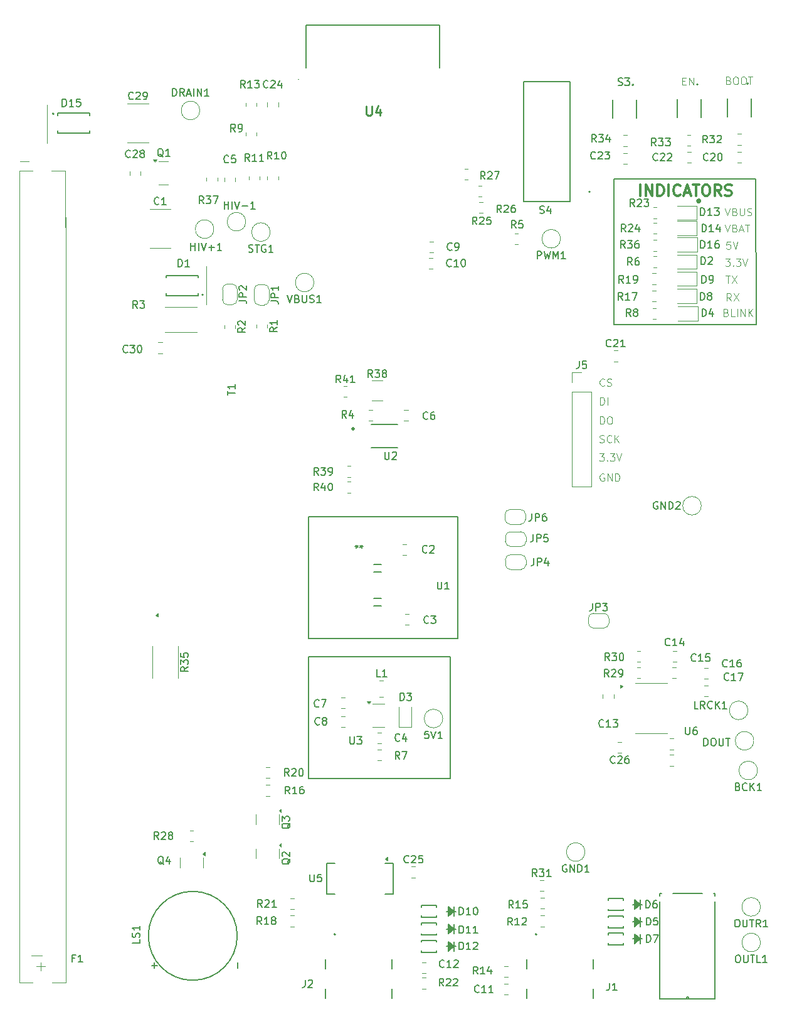
<source format=gbr>
%TF.GenerationSoftware,KiCad,Pcbnew,8.0.4*%
%TF.CreationDate,2025-02-20T16:09:48-05:00*%
%TF.ProjectId,Radiation2,52616469-6174-4696-9f6e-322e6b696361,rev?*%
%TF.SameCoordinates,Original*%
%TF.FileFunction,Legend,Top*%
%TF.FilePolarity,Positive*%
%FSLAX46Y46*%
G04 Gerber Fmt 4.6, Leading zero omitted, Abs format (unit mm)*
G04 Created by KiCad (PCBNEW 8.0.4) date 2025-02-20 16:09:48*
%MOMM*%
%LPD*%
G01*
G04 APERTURE LIST*
%ADD10C,0.200000*%
%ADD11C,0.100000*%
%ADD12C,0.366228*%
%ADD13C,0.300000*%
%ADD14C,0.125000*%
%ADD15C,0.150000*%
%ADD16C,0.254000*%
%ADD17C,0.152400*%
%ADD18C,0.250000*%
%ADD19C,0.120000*%
%ADD20C,0.127000*%
G04 APERTURE END LIST*
D10*
X95800000Y-157000000D02*
X76600000Y-157000000D01*
X76600000Y-140600000D01*
X95800000Y-140600000D01*
X95800000Y-157000000D01*
X96798100Y-138100000D02*
X76598100Y-138100000D01*
X76598100Y-121700000D01*
X96798100Y-121700000D01*
X96798100Y-138100000D01*
D11*
X41300000Y-66100000D02*
X41300000Y-71300000D01*
X62800000Y-87900000D02*
X62800000Y-93100000D01*
D12*
X129483114Y-79100000D02*
G75*
G02*
X129116886Y-79100000I-183114J0D01*
G01*
X129116886Y-79100000D02*
G75*
G02*
X129483114Y-79100000I183114J0D01*
G01*
D10*
X137100000Y-95800000D02*
X117900000Y-95800000D01*
X117837500Y-76100000D01*
X137000000Y-76100000D01*
X137100000Y-95800000D01*
D11*
X37722931Y-73739800D02*
X38865789Y-73739800D01*
X132861027Y-82272419D02*
X133194360Y-83272419D01*
X133194360Y-83272419D02*
X133527693Y-82272419D01*
X134194360Y-82748609D02*
X134337217Y-82796228D01*
X134337217Y-82796228D02*
X134384836Y-82843847D01*
X134384836Y-82843847D02*
X134432455Y-82939085D01*
X134432455Y-82939085D02*
X134432455Y-83081942D01*
X134432455Y-83081942D02*
X134384836Y-83177180D01*
X134384836Y-83177180D02*
X134337217Y-83224800D01*
X134337217Y-83224800D02*
X134241979Y-83272419D01*
X134241979Y-83272419D02*
X133861027Y-83272419D01*
X133861027Y-83272419D02*
X133861027Y-82272419D01*
X133861027Y-82272419D02*
X134194360Y-82272419D01*
X134194360Y-82272419D02*
X134289598Y-82320038D01*
X134289598Y-82320038D02*
X134337217Y-82367657D01*
X134337217Y-82367657D02*
X134384836Y-82462895D01*
X134384836Y-82462895D02*
X134384836Y-82558133D01*
X134384836Y-82558133D02*
X134337217Y-82653371D01*
X134337217Y-82653371D02*
X134289598Y-82700990D01*
X134289598Y-82700990D02*
X134194360Y-82748609D01*
X134194360Y-82748609D02*
X133861027Y-82748609D01*
X134813408Y-82986704D02*
X135289598Y-82986704D01*
X134718170Y-83272419D02*
X135051503Y-82272419D01*
X135051503Y-82272419D02*
X135384836Y-83272419D01*
X135575313Y-82272419D02*
X136146741Y-82272419D01*
X135861027Y-83272419D02*
X135861027Y-82272419D01*
X132861027Y-80072419D02*
X133194360Y-81072419D01*
X133194360Y-81072419D02*
X133527693Y-80072419D01*
X134194360Y-80548609D02*
X134337217Y-80596228D01*
X134337217Y-80596228D02*
X134384836Y-80643847D01*
X134384836Y-80643847D02*
X134432455Y-80739085D01*
X134432455Y-80739085D02*
X134432455Y-80881942D01*
X134432455Y-80881942D02*
X134384836Y-80977180D01*
X134384836Y-80977180D02*
X134337217Y-81024800D01*
X134337217Y-81024800D02*
X134241979Y-81072419D01*
X134241979Y-81072419D02*
X133861027Y-81072419D01*
X133861027Y-81072419D02*
X133861027Y-80072419D01*
X133861027Y-80072419D02*
X134194360Y-80072419D01*
X134194360Y-80072419D02*
X134289598Y-80120038D01*
X134289598Y-80120038D02*
X134337217Y-80167657D01*
X134337217Y-80167657D02*
X134384836Y-80262895D01*
X134384836Y-80262895D02*
X134384836Y-80358133D01*
X134384836Y-80358133D02*
X134337217Y-80453371D01*
X134337217Y-80453371D02*
X134289598Y-80500990D01*
X134289598Y-80500990D02*
X134194360Y-80548609D01*
X134194360Y-80548609D02*
X133861027Y-80548609D01*
X134861027Y-80072419D02*
X134861027Y-80881942D01*
X134861027Y-80881942D02*
X134908646Y-80977180D01*
X134908646Y-80977180D02*
X134956265Y-81024800D01*
X134956265Y-81024800D02*
X135051503Y-81072419D01*
X135051503Y-81072419D02*
X135241979Y-81072419D01*
X135241979Y-81072419D02*
X135337217Y-81024800D01*
X135337217Y-81024800D02*
X135384836Y-80977180D01*
X135384836Y-80977180D02*
X135432455Y-80881942D01*
X135432455Y-80881942D02*
X135432455Y-80072419D01*
X135861027Y-81024800D02*
X136003884Y-81072419D01*
X136003884Y-81072419D02*
X136241979Y-81072419D01*
X136241979Y-81072419D02*
X136337217Y-81024800D01*
X136337217Y-81024800D02*
X136384836Y-80977180D01*
X136384836Y-80977180D02*
X136432455Y-80881942D01*
X136432455Y-80881942D02*
X136432455Y-80786704D01*
X136432455Y-80786704D02*
X136384836Y-80691466D01*
X136384836Y-80691466D02*
X136337217Y-80643847D01*
X136337217Y-80643847D02*
X136241979Y-80596228D01*
X136241979Y-80596228D02*
X136051503Y-80548609D01*
X136051503Y-80548609D02*
X135956265Y-80500990D01*
X135956265Y-80500990D02*
X135908646Y-80453371D01*
X135908646Y-80453371D02*
X135861027Y-80358133D01*
X135861027Y-80358133D02*
X135861027Y-80262895D01*
X135861027Y-80262895D02*
X135908646Y-80167657D01*
X135908646Y-80167657D02*
X135956265Y-80120038D01*
X135956265Y-80120038D02*
X136051503Y-80072419D01*
X136051503Y-80072419D02*
X136289598Y-80072419D01*
X136289598Y-80072419D02*
X136432455Y-80120038D01*
D13*
X121454510Y-78400828D02*
X121454510Y-76900828D01*
X122168796Y-78400828D02*
X122168796Y-76900828D01*
X122168796Y-76900828D02*
X123025939Y-78400828D01*
X123025939Y-78400828D02*
X123025939Y-76900828D01*
X123740225Y-78400828D02*
X123740225Y-76900828D01*
X123740225Y-76900828D02*
X124097368Y-76900828D01*
X124097368Y-76900828D02*
X124311654Y-76972257D01*
X124311654Y-76972257D02*
X124454511Y-77115114D01*
X124454511Y-77115114D02*
X124525940Y-77257971D01*
X124525940Y-77257971D02*
X124597368Y-77543685D01*
X124597368Y-77543685D02*
X124597368Y-77757971D01*
X124597368Y-77757971D02*
X124525940Y-78043685D01*
X124525940Y-78043685D02*
X124454511Y-78186542D01*
X124454511Y-78186542D02*
X124311654Y-78329400D01*
X124311654Y-78329400D02*
X124097368Y-78400828D01*
X124097368Y-78400828D02*
X123740225Y-78400828D01*
X125240225Y-78400828D02*
X125240225Y-76900828D01*
X126811654Y-78257971D02*
X126740226Y-78329400D01*
X126740226Y-78329400D02*
X126525940Y-78400828D01*
X126525940Y-78400828D02*
X126383083Y-78400828D01*
X126383083Y-78400828D02*
X126168797Y-78329400D01*
X126168797Y-78329400D02*
X126025940Y-78186542D01*
X126025940Y-78186542D02*
X125954511Y-78043685D01*
X125954511Y-78043685D02*
X125883083Y-77757971D01*
X125883083Y-77757971D02*
X125883083Y-77543685D01*
X125883083Y-77543685D02*
X125954511Y-77257971D01*
X125954511Y-77257971D02*
X126025940Y-77115114D01*
X126025940Y-77115114D02*
X126168797Y-76972257D01*
X126168797Y-76972257D02*
X126383083Y-76900828D01*
X126383083Y-76900828D02*
X126525940Y-76900828D01*
X126525940Y-76900828D02*
X126740226Y-76972257D01*
X126740226Y-76972257D02*
X126811654Y-77043685D01*
X127383083Y-77972257D02*
X128097369Y-77972257D01*
X127240226Y-78400828D02*
X127740226Y-76900828D01*
X127740226Y-76900828D02*
X128240226Y-78400828D01*
X128525940Y-76900828D02*
X129383083Y-76900828D01*
X128954511Y-78400828D02*
X128954511Y-76900828D01*
X130168797Y-76900828D02*
X130454511Y-76900828D01*
X130454511Y-76900828D02*
X130597368Y-76972257D01*
X130597368Y-76972257D02*
X130740225Y-77115114D01*
X130740225Y-77115114D02*
X130811654Y-77400828D01*
X130811654Y-77400828D02*
X130811654Y-77900828D01*
X130811654Y-77900828D02*
X130740225Y-78186542D01*
X130740225Y-78186542D02*
X130597368Y-78329400D01*
X130597368Y-78329400D02*
X130454511Y-78400828D01*
X130454511Y-78400828D02*
X130168797Y-78400828D01*
X130168797Y-78400828D02*
X130025940Y-78329400D01*
X130025940Y-78329400D02*
X129883082Y-78186542D01*
X129883082Y-78186542D02*
X129811654Y-77900828D01*
X129811654Y-77900828D02*
X129811654Y-77400828D01*
X129811654Y-77400828D02*
X129883082Y-77115114D01*
X129883082Y-77115114D02*
X130025940Y-76972257D01*
X130025940Y-76972257D02*
X130168797Y-76900828D01*
X132311654Y-78400828D02*
X131811654Y-77686542D01*
X131454511Y-78400828D02*
X131454511Y-76900828D01*
X131454511Y-76900828D02*
X132025940Y-76900828D01*
X132025940Y-76900828D02*
X132168797Y-76972257D01*
X132168797Y-76972257D02*
X132240226Y-77043685D01*
X132240226Y-77043685D02*
X132311654Y-77186542D01*
X132311654Y-77186542D02*
X132311654Y-77400828D01*
X132311654Y-77400828D02*
X132240226Y-77543685D01*
X132240226Y-77543685D02*
X132168797Y-77615114D01*
X132168797Y-77615114D02*
X132025940Y-77686542D01*
X132025940Y-77686542D02*
X131454511Y-77686542D01*
X132883083Y-78329400D02*
X133097369Y-78400828D01*
X133097369Y-78400828D02*
X133454511Y-78400828D01*
X133454511Y-78400828D02*
X133597369Y-78329400D01*
X133597369Y-78329400D02*
X133668797Y-78257971D01*
X133668797Y-78257971D02*
X133740226Y-78115114D01*
X133740226Y-78115114D02*
X133740226Y-77972257D01*
X133740226Y-77972257D02*
X133668797Y-77829400D01*
X133668797Y-77829400D02*
X133597369Y-77757971D01*
X133597369Y-77757971D02*
X133454511Y-77686542D01*
X133454511Y-77686542D02*
X133168797Y-77615114D01*
X133168797Y-77615114D02*
X133025940Y-77543685D01*
X133025940Y-77543685D02*
X132954511Y-77472257D01*
X132954511Y-77472257D02*
X132883083Y-77329400D01*
X132883083Y-77329400D02*
X132883083Y-77186542D01*
X132883083Y-77186542D02*
X132954511Y-77043685D01*
X132954511Y-77043685D02*
X133025940Y-76972257D01*
X133025940Y-76972257D02*
X133168797Y-76900828D01*
X133168797Y-76900828D02*
X133525940Y-76900828D01*
X133525940Y-76900828D02*
X133740226Y-76972257D01*
D11*
X115908646Y-113172419D02*
X116527693Y-113172419D01*
X116527693Y-113172419D02*
X116194360Y-113553371D01*
X116194360Y-113553371D02*
X116337217Y-113553371D01*
X116337217Y-113553371D02*
X116432455Y-113600990D01*
X116432455Y-113600990D02*
X116480074Y-113648609D01*
X116480074Y-113648609D02*
X116527693Y-113743847D01*
X116527693Y-113743847D02*
X116527693Y-113981942D01*
X116527693Y-113981942D02*
X116480074Y-114077180D01*
X116480074Y-114077180D02*
X116432455Y-114124800D01*
X116432455Y-114124800D02*
X116337217Y-114172419D01*
X116337217Y-114172419D02*
X116051503Y-114172419D01*
X116051503Y-114172419D02*
X115956265Y-114124800D01*
X115956265Y-114124800D02*
X115908646Y-114077180D01*
X116956265Y-114077180D02*
X117003884Y-114124800D01*
X117003884Y-114124800D02*
X116956265Y-114172419D01*
X116956265Y-114172419D02*
X116908646Y-114124800D01*
X116908646Y-114124800D02*
X116956265Y-114077180D01*
X116956265Y-114077180D02*
X116956265Y-114172419D01*
X117337217Y-113172419D02*
X117956264Y-113172419D01*
X117956264Y-113172419D02*
X117622931Y-113553371D01*
X117622931Y-113553371D02*
X117765788Y-113553371D01*
X117765788Y-113553371D02*
X117861026Y-113600990D01*
X117861026Y-113600990D02*
X117908645Y-113648609D01*
X117908645Y-113648609D02*
X117956264Y-113743847D01*
X117956264Y-113743847D02*
X117956264Y-113981942D01*
X117956264Y-113981942D02*
X117908645Y-114077180D01*
X117908645Y-114077180D02*
X117861026Y-114124800D01*
X117861026Y-114124800D02*
X117765788Y-114172419D01*
X117765788Y-114172419D02*
X117480074Y-114172419D01*
X117480074Y-114172419D02*
X117384836Y-114124800D01*
X117384836Y-114124800D02*
X117337217Y-114077180D01*
X118241979Y-113172419D02*
X118575312Y-114172419D01*
X118575312Y-114172419D02*
X118908645Y-113172419D01*
X39922931Y-182339800D02*
X41065789Y-182339800D01*
X40494360Y-182911228D02*
X40494360Y-181768371D01*
D14*
X127120331Y-62947309D02*
X127453664Y-62947309D01*
X127596521Y-63471119D02*
X127120331Y-63471119D01*
X127120331Y-63471119D02*
X127120331Y-62471119D01*
X127120331Y-62471119D02*
X127596521Y-62471119D01*
X128025093Y-63471119D02*
X128025093Y-62471119D01*
X128025093Y-62471119D02*
X128596521Y-63471119D01*
X128596521Y-63471119D02*
X128596521Y-62471119D01*
D11*
X133580074Y-84572419D02*
X133103884Y-84572419D01*
X133103884Y-84572419D02*
X133056265Y-85048609D01*
X133056265Y-85048609D02*
X133103884Y-85000990D01*
X133103884Y-85000990D02*
X133199122Y-84953371D01*
X133199122Y-84953371D02*
X133437217Y-84953371D01*
X133437217Y-84953371D02*
X133532455Y-85000990D01*
X133532455Y-85000990D02*
X133580074Y-85048609D01*
X133580074Y-85048609D02*
X133627693Y-85143847D01*
X133627693Y-85143847D02*
X133627693Y-85381942D01*
X133627693Y-85381942D02*
X133580074Y-85477180D01*
X133580074Y-85477180D02*
X133532455Y-85524800D01*
X133532455Y-85524800D02*
X133437217Y-85572419D01*
X133437217Y-85572419D02*
X133199122Y-85572419D01*
X133199122Y-85572419D02*
X133103884Y-85524800D01*
X133103884Y-85524800D02*
X133056265Y-85477180D01*
X133913408Y-84572419D02*
X134246741Y-85572419D01*
X134246741Y-85572419D02*
X134580074Y-84572419D01*
X116527693Y-115920038D02*
X116432455Y-115872419D01*
X116432455Y-115872419D02*
X116289598Y-115872419D01*
X116289598Y-115872419D02*
X116146741Y-115920038D01*
X116146741Y-115920038D02*
X116051503Y-116015276D01*
X116051503Y-116015276D02*
X116003884Y-116110514D01*
X116003884Y-116110514D02*
X115956265Y-116300990D01*
X115956265Y-116300990D02*
X115956265Y-116443847D01*
X115956265Y-116443847D02*
X116003884Y-116634323D01*
X116003884Y-116634323D02*
X116051503Y-116729561D01*
X116051503Y-116729561D02*
X116146741Y-116824800D01*
X116146741Y-116824800D02*
X116289598Y-116872419D01*
X116289598Y-116872419D02*
X116384836Y-116872419D01*
X116384836Y-116872419D02*
X116527693Y-116824800D01*
X116527693Y-116824800D02*
X116575312Y-116777180D01*
X116575312Y-116777180D02*
X116575312Y-116443847D01*
X116575312Y-116443847D02*
X116384836Y-116443847D01*
X117003884Y-116872419D02*
X117003884Y-115872419D01*
X117003884Y-115872419D02*
X117575312Y-116872419D01*
X117575312Y-116872419D02*
X117575312Y-115872419D01*
X118051503Y-116872419D02*
X118051503Y-115872419D01*
X118051503Y-115872419D02*
X118289598Y-115872419D01*
X118289598Y-115872419D02*
X118432455Y-115920038D01*
X118432455Y-115920038D02*
X118527693Y-116015276D01*
X118527693Y-116015276D02*
X118575312Y-116110514D01*
X118575312Y-116110514D02*
X118622931Y-116300990D01*
X118622931Y-116300990D02*
X118622931Y-116443847D01*
X118622931Y-116443847D02*
X118575312Y-116634323D01*
X118575312Y-116634323D02*
X118527693Y-116729561D01*
X118527693Y-116729561D02*
X118432455Y-116824800D01*
X118432455Y-116824800D02*
X118289598Y-116872419D01*
X118289598Y-116872419D02*
X118051503Y-116872419D01*
X133675312Y-92572419D02*
X133341979Y-92096228D01*
X133103884Y-92572419D02*
X133103884Y-91572419D01*
X133103884Y-91572419D02*
X133484836Y-91572419D01*
X133484836Y-91572419D02*
X133580074Y-91620038D01*
X133580074Y-91620038D02*
X133627693Y-91667657D01*
X133627693Y-91667657D02*
X133675312Y-91762895D01*
X133675312Y-91762895D02*
X133675312Y-91905752D01*
X133675312Y-91905752D02*
X133627693Y-92000990D01*
X133627693Y-92000990D02*
X133580074Y-92048609D01*
X133580074Y-92048609D02*
X133484836Y-92096228D01*
X133484836Y-92096228D02*
X133103884Y-92096228D01*
X134008646Y-91572419D02*
X134675312Y-92572419D01*
X134675312Y-91572419D02*
X134008646Y-92572419D01*
X116575312Y-103977180D02*
X116527693Y-104024800D01*
X116527693Y-104024800D02*
X116384836Y-104072419D01*
X116384836Y-104072419D02*
X116289598Y-104072419D01*
X116289598Y-104072419D02*
X116146741Y-104024800D01*
X116146741Y-104024800D02*
X116051503Y-103929561D01*
X116051503Y-103929561D02*
X116003884Y-103834323D01*
X116003884Y-103834323D02*
X115956265Y-103643847D01*
X115956265Y-103643847D02*
X115956265Y-103500990D01*
X115956265Y-103500990D02*
X116003884Y-103310514D01*
X116003884Y-103310514D02*
X116051503Y-103215276D01*
X116051503Y-103215276D02*
X116146741Y-103120038D01*
X116146741Y-103120038D02*
X116289598Y-103072419D01*
X116289598Y-103072419D02*
X116384836Y-103072419D01*
X116384836Y-103072419D02*
X116527693Y-103120038D01*
X116527693Y-103120038D02*
X116575312Y-103167657D01*
X116956265Y-104024800D02*
X117099122Y-104072419D01*
X117099122Y-104072419D02*
X117337217Y-104072419D01*
X117337217Y-104072419D02*
X117432455Y-104024800D01*
X117432455Y-104024800D02*
X117480074Y-103977180D01*
X117480074Y-103977180D02*
X117527693Y-103881942D01*
X117527693Y-103881942D02*
X117527693Y-103786704D01*
X117527693Y-103786704D02*
X117480074Y-103691466D01*
X117480074Y-103691466D02*
X117432455Y-103643847D01*
X117432455Y-103643847D02*
X117337217Y-103596228D01*
X117337217Y-103596228D02*
X117146741Y-103548609D01*
X117146741Y-103548609D02*
X117051503Y-103500990D01*
X117051503Y-103500990D02*
X117003884Y-103453371D01*
X117003884Y-103453371D02*
X116956265Y-103358133D01*
X116956265Y-103358133D02*
X116956265Y-103262895D01*
X116956265Y-103262895D02*
X117003884Y-103167657D01*
X117003884Y-103167657D02*
X117051503Y-103120038D01*
X117051503Y-103120038D02*
X117146741Y-103072419D01*
X117146741Y-103072419D02*
X117384836Y-103072419D01*
X117384836Y-103072419D02*
X117527693Y-103120038D01*
X116003884Y-106572419D02*
X116003884Y-105572419D01*
X116003884Y-105572419D02*
X116241979Y-105572419D01*
X116241979Y-105572419D02*
X116384836Y-105620038D01*
X116384836Y-105620038D02*
X116480074Y-105715276D01*
X116480074Y-105715276D02*
X116527693Y-105810514D01*
X116527693Y-105810514D02*
X116575312Y-106000990D01*
X116575312Y-106000990D02*
X116575312Y-106143847D01*
X116575312Y-106143847D02*
X116527693Y-106334323D01*
X116527693Y-106334323D02*
X116480074Y-106429561D01*
X116480074Y-106429561D02*
X116384836Y-106524800D01*
X116384836Y-106524800D02*
X116241979Y-106572419D01*
X116241979Y-106572419D02*
X116003884Y-106572419D01*
X117003884Y-106572419D02*
X117003884Y-105572419D01*
D14*
X133353664Y-62847309D02*
X133496521Y-62894928D01*
X133496521Y-62894928D02*
X133544140Y-62942547D01*
X133544140Y-62942547D02*
X133591759Y-63037785D01*
X133591759Y-63037785D02*
X133591759Y-63180642D01*
X133591759Y-63180642D02*
X133544140Y-63275880D01*
X133544140Y-63275880D02*
X133496521Y-63323500D01*
X133496521Y-63323500D02*
X133401283Y-63371119D01*
X133401283Y-63371119D02*
X133020331Y-63371119D01*
X133020331Y-63371119D02*
X133020331Y-62371119D01*
X133020331Y-62371119D02*
X133353664Y-62371119D01*
X133353664Y-62371119D02*
X133448902Y-62418738D01*
X133448902Y-62418738D02*
X133496521Y-62466357D01*
X133496521Y-62466357D02*
X133544140Y-62561595D01*
X133544140Y-62561595D02*
X133544140Y-62656833D01*
X133544140Y-62656833D02*
X133496521Y-62752071D01*
X133496521Y-62752071D02*
X133448902Y-62799690D01*
X133448902Y-62799690D02*
X133353664Y-62847309D01*
X133353664Y-62847309D02*
X133020331Y-62847309D01*
X134210807Y-62371119D02*
X134401283Y-62371119D01*
X134401283Y-62371119D02*
X134496521Y-62418738D01*
X134496521Y-62418738D02*
X134591759Y-62513976D01*
X134591759Y-62513976D02*
X134639378Y-62704452D01*
X134639378Y-62704452D02*
X134639378Y-63037785D01*
X134639378Y-63037785D02*
X134591759Y-63228261D01*
X134591759Y-63228261D02*
X134496521Y-63323500D01*
X134496521Y-63323500D02*
X134401283Y-63371119D01*
X134401283Y-63371119D02*
X134210807Y-63371119D01*
X134210807Y-63371119D02*
X134115569Y-63323500D01*
X134115569Y-63323500D02*
X134020331Y-63228261D01*
X134020331Y-63228261D02*
X133972712Y-63037785D01*
X133972712Y-63037785D02*
X133972712Y-62704452D01*
X133972712Y-62704452D02*
X134020331Y-62513976D01*
X134020331Y-62513976D02*
X134115569Y-62418738D01*
X134115569Y-62418738D02*
X134210807Y-62371119D01*
X135258426Y-62371119D02*
X135448902Y-62371119D01*
X135448902Y-62371119D02*
X135544140Y-62418738D01*
X135544140Y-62418738D02*
X135639378Y-62513976D01*
X135639378Y-62513976D02*
X135686997Y-62704452D01*
X135686997Y-62704452D02*
X135686997Y-63037785D01*
X135686997Y-63037785D02*
X135639378Y-63228261D01*
X135639378Y-63228261D02*
X135544140Y-63323500D01*
X135544140Y-63323500D02*
X135448902Y-63371119D01*
X135448902Y-63371119D02*
X135258426Y-63371119D01*
X135258426Y-63371119D02*
X135163188Y-63323500D01*
X135163188Y-63323500D02*
X135067950Y-63228261D01*
X135067950Y-63228261D02*
X135020331Y-63037785D01*
X135020331Y-63037785D02*
X135020331Y-62704452D01*
X135020331Y-62704452D02*
X135067950Y-62513976D01*
X135067950Y-62513976D02*
X135163188Y-62418738D01*
X135163188Y-62418738D02*
X135258426Y-62371119D01*
X135972712Y-62371119D02*
X136544140Y-62371119D01*
X136258426Y-63371119D02*
X136258426Y-62371119D01*
D11*
X115956265Y-111624800D02*
X116099122Y-111672419D01*
X116099122Y-111672419D02*
X116337217Y-111672419D01*
X116337217Y-111672419D02*
X116432455Y-111624800D01*
X116432455Y-111624800D02*
X116480074Y-111577180D01*
X116480074Y-111577180D02*
X116527693Y-111481942D01*
X116527693Y-111481942D02*
X116527693Y-111386704D01*
X116527693Y-111386704D02*
X116480074Y-111291466D01*
X116480074Y-111291466D02*
X116432455Y-111243847D01*
X116432455Y-111243847D02*
X116337217Y-111196228D01*
X116337217Y-111196228D02*
X116146741Y-111148609D01*
X116146741Y-111148609D02*
X116051503Y-111100990D01*
X116051503Y-111100990D02*
X116003884Y-111053371D01*
X116003884Y-111053371D02*
X115956265Y-110958133D01*
X115956265Y-110958133D02*
X115956265Y-110862895D01*
X115956265Y-110862895D02*
X116003884Y-110767657D01*
X116003884Y-110767657D02*
X116051503Y-110720038D01*
X116051503Y-110720038D02*
X116146741Y-110672419D01*
X116146741Y-110672419D02*
X116384836Y-110672419D01*
X116384836Y-110672419D02*
X116527693Y-110720038D01*
X117527693Y-111577180D02*
X117480074Y-111624800D01*
X117480074Y-111624800D02*
X117337217Y-111672419D01*
X117337217Y-111672419D02*
X117241979Y-111672419D01*
X117241979Y-111672419D02*
X117099122Y-111624800D01*
X117099122Y-111624800D02*
X117003884Y-111529561D01*
X117003884Y-111529561D02*
X116956265Y-111434323D01*
X116956265Y-111434323D02*
X116908646Y-111243847D01*
X116908646Y-111243847D02*
X116908646Y-111100990D01*
X116908646Y-111100990D02*
X116956265Y-110910514D01*
X116956265Y-110910514D02*
X117003884Y-110815276D01*
X117003884Y-110815276D02*
X117099122Y-110720038D01*
X117099122Y-110720038D02*
X117241979Y-110672419D01*
X117241979Y-110672419D02*
X117337217Y-110672419D01*
X117337217Y-110672419D02*
X117480074Y-110720038D01*
X117480074Y-110720038D02*
X117527693Y-110767657D01*
X117956265Y-111672419D02*
X117956265Y-110672419D01*
X118527693Y-111672419D02*
X118099122Y-111100990D01*
X118527693Y-110672419D02*
X117956265Y-111243847D01*
X132961027Y-89172419D02*
X133532455Y-89172419D01*
X133246741Y-90172419D02*
X133246741Y-89172419D01*
X133770551Y-89172419D02*
X134437217Y-90172419D01*
X134437217Y-89172419D02*
X133770551Y-90172419D01*
X133037217Y-94148609D02*
X133180074Y-94196228D01*
X133180074Y-94196228D02*
X133227693Y-94243847D01*
X133227693Y-94243847D02*
X133275312Y-94339085D01*
X133275312Y-94339085D02*
X133275312Y-94481942D01*
X133275312Y-94481942D02*
X133227693Y-94577180D01*
X133227693Y-94577180D02*
X133180074Y-94624800D01*
X133180074Y-94624800D02*
X133084836Y-94672419D01*
X133084836Y-94672419D02*
X132703884Y-94672419D01*
X132703884Y-94672419D02*
X132703884Y-93672419D01*
X132703884Y-93672419D02*
X133037217Y-93672419D01*
X133037217Y-93672419D02*
X133132455Y-93720038D01*
X133132455Y-93720038D02*
X133180074Y-93767657D01*
X133180074Y-93767657D02*
X133227693Y-93862895D01*
X133227693Y-93862895D02*
X133227693Y-93958133D01*
X133227693Y-93958133D02*
X133180074Y-94053371D01*
X133180074Y-94053371D02*
X133132455Y-94100990D01*
X133132455Y-94100990D02*
X133037217Y-94148609D01*
X133037217Y-94148609D02*
X132703884Y-94148609D01*
X134180074Y-94672419D02*
X133703884Y-94672419D01*
X133703884Y-94672419D02*
X133703884Y-93672419D01*
X134513408Y-94672419D02*
X134513408Y-93672419D01*
X134989598Y-94672419D02*
X134989598Y-93672419D01*
X134989598Y-93672419D02*
X135561026Y-94672419D01*
X135561026Y-94672419D02*
X135561026Y-93672419D01*
X136037217Y-94672419D02*
X136037217Y-93672419D01*
X136608645Y-94672419D02*
X136180074Y-94100990D01*
X136608645Y-93672419D02*
X136037217Y-94243847D01*
D15*
X130009524Y-152554819D02*
X130009524Y-151554819D01*
X130009524Y-151554819D02*
X130247619Y-151554819D01*
X130247619Y-151554819D02*
X130390476Y-151602438D01*
X130390476Y-151602438D02*
X130485714Y-151697676D01*
X130485714Y-151697676D02*
X130533333Y-151792914D01*
X130533333Y-151792914D02*
X130580952Y-151983390D01*
X130580952Y-151983390D02*
X130580952Y-152126247D01*
X130580952Y-152126247D02*
X130533333Y-152316723D01*
X130533333Y-152316723D02*
X130485714Y-152411961D01*
X130485714Y-152411961D02*
X130390476Y-152507200D01*
X130390476Y-152507200D02*
X130247619Y-152554819D01*
X130247619Y-152554819D02*
X130009524Y-152554819D01*
X131200000Y-151554819D02*
X131390476Y-151554819D01*
X131390476Y-151554819D02*
X131485714Y-151602438D01*
X131485714Y-151602438D02*
X131580952Y-151697676D01*
X131580952Y-151697676D02*
X131628571Y-151888152D01*
X131628571Y-151888152D02*
X131628571Y-152221485D01*
X131628571Y-152221485D02*
X131580952Y-152411961D01*
X131580952Y-152411961D02*
X131485714Y-152507200D01*
X131485714Y-152507200D02*
X131390476Y-152554819D01*
X131390476Y-152554819D02*
X131200000Y-152554819D01*
X131200000Y-152554819D02*
X131104762Y-152507200D01*
X131104762Y-152507200D02*
X131009524Y-152411961D01*
X131009524Y-152411961D02*
X130961905Y-152221485D01*
X130961905Y-152221485D02*
X130961905Y-151888152D01*
X130961905Y-151888152D02*
X131009524Y-151697676D01*
X131009524Y-151697676D02*
X131104762Y-151602438D01*
X131104762Y-151602438D02*
X131200000Y-151554819D01*
X132057143Y-151554819D02*
X132057143Y-152364342D01*
X132057143Y-152364342D02*
X132104762Y-152459580D01*
X132104762Y-152459580D02*
X132152381Y-152507200D01*
X132152381Y-152507200D02*
X132247619Y-152554819D01*
X132247619Y-152554819D02*
X132438095Y-152554819D01*
X132438095Y-152554819D02*
X132533333Y-152507200D01*
X132533333Y-152507200D02*
X132580952Y-152459580D01*
X132580952Y-152459580D02*
X132628571Y-152364342D01*
X132628571Y-152364342D02*
X132628571Y-151554819D01*
X132961905Y-151554819D02*
X133533333Y-151554819D01*
X133247619Y-152554819D02*
X133247619Y-151554819D01*
D11*
X116003884Y-109172419D02*
X116003884Y-108172419D01*
X116003884Y-108172419D02*
X116241979Y-108172419D01*
X116241979Y-108172419D02*
X116384836Y-108220038D01*
X116384836Y-108220038D02*
X116480074Y-108315276D01*
X116480074Y-108315276D02*
X116527693Y-108410514D01*
X116527693Y-108410514D02*
X116575312Y-108600990D01*
X116575312Y-108600990D02*
X116575312Y-108743847D01*
X116575312Y-108743847D02*
X116527693Y-108934323D01*
X116527693Y-108934323D02*
X116480074Y-109029561D01*
X116480074Y-109029561D02*
X116384836Y-109124800D01*
X116384836Y-109124800D02*
X116241979Y-109172419D01*
X116241979Y-109172419D02*
X116003884Y-109172419D01*
X117194360Y-108172419D02*
X117384836Y-108172419D01*
X117384836Y-108172419D02*
X117480074Y-108220038D01*
X117480074Y-108220038D02*
X117575312Y-108315276D01*
X117575312Y-108315276D02*
X117622931Y-108505752D01*
X117622931Y-108505752D02*
X117622931Y-108839085D01*
X117622931Y-108839085D02*
X117575312Y-109029561D01*
X117575312Y-109029561D02*
X117480074Y-109124800D01*
X117480074Y-109124800D02*
X117384836Y-109172419D01*
X117384836Y-109172419D02*
X117194360Y-109172419D01*
X117194360Y-109172419D02*
X117099122Y-109124800D01*
X117099122Y-109124800D02*
X117003884Y-109029561D01*
X117003884Y-109029561D02*
X116956265Y-108839085D01*
X116956265Y-108839085D02*
X116956265Y-108505752D01*
X116956265Y-108505752D02*
X117003884Y-108315276D01*
X117003884Y-108315276D02*
X117099122Y-108220038D01*
X117099122Y-108220038D02*
X117194360Y-108172419D01*
X132908646Y-86872419D02*
X133527693Y-86872419D01*
X133527693Y-86872419D02*
X133194360Y-87253371D01*
X133194360Y-87253371D02*
X133337217Y-87253371D01*
X133337217Y-87253371D02*
X133432455Y-87300990D01*
X133432455Y-87300990D02*
X133480074Y-87348609D01*
X133480074Y-87348609D02*
X133527693Y-87443847D01*
X133527693Y-87443847D02*
X133527693Y-87681942D01*
X133527693Y-87681942D02*
X133480074Y-87777180D01*
X133480074Y-87777180D02*
X133432455Y-87824800D01*
X133432455Y-87824800D02*
X133337217Y-87872419D01*
X133337217Y-87872419D02*
X133051503Y-87872419D01*
X133051503Y-87872419D02*
X132956265Y-87824800D01*
X132956265Y-87824800D02*
X132908646Y-87777180D01*
X133956265Y-87777180D02*
X134003884Y-87824800D01*
X134003884Y-87824800D02*
X133956265Y-87872419D01*
X133956265Y-87872419D02*
X133908646Y-87824800D01*
X133908646Y-87824800D02*
X133956265Y-87777180D01*
X133956265Y-87777180D02*
X133956265Y-87872419D01*
X134337217Y-86872419D02*
X134956264Y-86872419D01*
X134956264Y-86872419D02*
X134622931Y-87253371D01*
X134622931Y-87253371D02*
X134765788Y-87253371D01*
X134765788Y-87253371D02*
X134861026Y-87300990D01*
X134861026Y-87300990D02*
X134908645Y-87348609D01*
X134908645Y-87348609D02*
X134956264Y-87443847D01*
X134956264Y-87443847D02*
X134956264Y-87681942D01*
X134956264Y-87681942D02*
X134908645Y-87777180D01*
X134908645Y-87777180D02*
X134861026Y-87824800D01*
X134861026Y-87824800D02*
X134765788Y-87872419D01*
X134765788Y-87872419D02*
X134480074Y-87872419D01*
X134480074Y-87872419D02*
X134384836Y-87824800D01*
X134384836Y-87824800D02*
X134337217Y-87777180D01*
X135241979Y-86872419D02*
X135575312Y-87872419D01*
X135575312Y-87872419D02*
X135908645Y-86872419D01*
D15*
X96985714Y-180054819D02*
X96985714Y-179054819D01*
X96985714Y-179054819D02*
X97223809Y-179054819D01*
X97223809Y-179054819D02*
X97366666Y-179102438D01*
X97366666Y-179102438D02*
X97461904Y-179197676D01*
X97461904Y-179197676D02*
X97509523Y-179292914D01*
X97509523Y-179292914D02*
X97557142Y-179483390D01*
X97557142Y-179483390D02*
X97557142Y-179626247D01*
X97557142Y-179626247D02*
X97509523Y-179816723D01*
X97509523Y-179816723D02*
X97461904Y-179911961D01*
X97461904Y-179911961D02*
X97366666Y-180007200D01*
X97366666Y-180007200D02*
X97223809Y-180054819D01*
X97223809Y-180054819D02*
X96985714Y-180054819D01*
X98509523Y-180054819D02*
X97938095Y-180054819D01*
X98223809Y-180054819D02*
X98223809Y-179054819D01*
X98223809Y-179054819D02*
X98128571Y-179197676D01*
X98128571Y-179197676D02*
X98033333Y-179292914D01*
X98033333Y-179292914D02*
X97938095Y-179340533D01*
X98890476Y-179150057D02*
X98938095Y-179102438D01*
X98938095Y-179102438D02*
X99033333Y-179054819D01*
X99033333Y-179054819D02*
X99271428Y-179054819D01*
X99271428Y-179054819D02*
X99366666Y-179102438D01*
X99366666Y-179102438D02*
X99414285Y-179150057D01*
X99414285Y-179150057D02*
X99461904Y-179245295D01*
X99461904Y-179245295D02*
X99461904Y-179340533D01*
X99461904Y-179340533D02*
X99414285Y-179483390D01*
X99414285Y-179483390D02*
X98842857Y-180054819D01*
X98842857Y-180054819D02*
X99461904Y-180054819D01*
X96985714Y-177854819D02*
X96985714Y-176854819D01*
X96985714Y-176854819D02*
X97223809Y-176854819D01*
X97223809Y-176854819D02*
X97366666Y-176902438D01*
X97366666Y-176902438D02*
X97461904Y-176997676D01*
X97461904Y-176997676D02*
X97509523Y-177092914D01*
X97509523Y-177092914D02*
X97557142Y-177283390D01*
X97557142Y-177283390D02*
X97557142Y-177426247D01*
X97557142Y-177426247D02*
X97509523Y-177616723D01*
X97509523Y-177616723D02*
X97461904Y-177711961D01*
X97461904Y-177711961D02*
X97366666Y-177807200D01*
X97366666Y-177807200D02*
X97223809Y-177854819D01*
X97223809Y-177854819D02*
X96985714Y-177854819D01*
X98509523Y-177854819D02*
X97938095Y-177854819D01*
X98223809Y-177854819D02*
X98223809Y-176854819D01*
X98223809Y-176854819D02*
X98128571Y-176997676D01*
X98128571Y-176997676D02*
X98033333Y-177092914D01*
X98033333Y-177092914D02*
X97938095Y-177140533D01*
X99461904Y-177854819D02*
X98890476Y-177854819D01*
X99176190Y-177854819D02*
X99176190Y-176854819D01*
X99176190Y-176854819D02*
X99080952Y-176997676D01*
X99080952Y-176997676D02*
X98985714Y-177092914D01*
X98985714Y-177092914D02*
X98890476Y-177140533D01*
X96985714Y-175354819D02*
X96985714Y-174354819D01*
X96985714Y-174354819D02*
X97223809Y-174354819D01*
X97223809Y-174354819D02*
X97366666Y-174402438D01*
X97366666Y-174402438D02*
X97461904Y-174497676D01*
X97461904Y-174497676D02*
X97509523Y-174592914D01*
X97509523Y-174592914D02*
X97557142Y-174783390D01*
X97557142Y-174783390D02*
X97557142Y-174926247D01*
X97557142Y-174926247D02*
X97509523Y-175116723D01*
X97509523Y-175116723D02*
X97461904Y-175211961D01*
X97461904Y-175211961D02*
X97366666Y-175307200D01*
X97366666Y-175307200D02*
X97223809Y-175354819D01*
X97223809Y-175354819D02*
X96985714Y-175354819D01*
X98509523Y-175354819D02*
X97938095Y-175354819D01*
X98223809Y-175354819D02*
X98223809Y-174354819D01*
X98223809Y-174354819D02*
X98128571Y-174497676D01*
X98128571Y-174497676D02*
X98033333Y-174592914D01*
X98033333Y-174592914D02*
X97938095Y-174640533D01*
X99128571Y-174354819D02*
X99223809Y-174354819D01*
X99223809Y-174354819D02*
X99319047Y-174402438D01*
X99319047Y-174402438D02*
X99366666Y-174450057D01*
X99366666Y-174450057D02*
X99414285Y-174545295D01*
X99414285Y-174545295D02*
X99461904Y-174735771D01*
X99461904Y-174735771D02*
X99461904Y-174973866D01*
X99461904Y-174973866D02*
X99414285Y-175164342D01*
X99414285Y-175164342D02*
X99366666Y-175259580D01*
X99366666Y-175259580D02*
X99319047Y-175307200D01*
X99319047Y-175307200D02*
X99223809Y-175354819D01*
X99223809Y-175354819D02*
X99128571Y-175354819D01*
X99128571Y-175354819D02*
X99033333Y-175307200D01*
X99033333Y-175307200D02*
X98985714Y-175259580D01*
X98985714Y-175259580D02*
X98938095Y-175164342D01*
X98938095Y-175164342D02*
X98890476Y-174973866D01*
X98890476Y-174973866D02*
X98890476Y-174735771D01*
X98890476Y-174735771D02*
X98938095Y-174545295D01*
X98938095Y-174545295D02*
X98985714Y-174450057D01*
X98985714Y-174450057D02*
X99033333Y-174402438D01*
X99033333Y-174402438D02*
X99128571Y-174354819D01*
X122261905Y-179054819D02*
X122261905Y-178054819D01*
X122261905Y-178054819D02*
X122500000Y-178054819D01*
X122500000Y-178054819D02*
X122642857Y-178102438D01*
X122642857Y-178102438D02*
X122738095Y-178197676D01*
X122738095Y-178197676D02*
X122785714Y-178292914D01*
X122785714Y-178292914D02*
X122833333Y-178483390D01*
X122833333Y-178483390D02*
X122833333Y-178626247D01*
X122833333Y-178626247D02*
X122785714Y-178816723D01*
X122785714Y-178816723D02*
X122738095Y-178911961D01*
X122738095Y-178911961D02*
X122642857Y-179007200D01*
X122642857Y-179007200D02*
X122500000Y-179054819D01*
X122500000Y-179054819D02*
X122261905Y-179054819D01*
X123166667Y-178054819D02*
X123833333Y-178054819D01*
X123833333Y-178054819D02*
X123404762Y-179054819D01*
X122161905Y-174454819D02*
X122161905Y-173454819D01*
X122161905Y-173454819D02*
X122400000Y-173454819D01*
X122400000Y-173454819D02*
X122542857Y-173502438D01*
X122542857Y-173502438D02*
X122638095Y-173597676D01*
X122638095Y-173597676D02*
X122685714Y-173692914D01*
X122685714Y-173692914D02*
X122733333Y-173883390D01*
X122733333Y-173883390D02*
X122733333Y-174026247D01*
X122733333Y-174026247D02*
X122685714Y-174216723D01*
X122685714Y-174216723D02*
X122638095Y-174311961D01*
X122638095Y-174311961D02*
X122542857Y-174407200D01*
X122542857Y-174407200D02*
X122400000Y-174454819D01*
X122400000Y-174454819D02*
X122161905Y-174454819D01*
X123590476Y-173454819D02*
X123400000Y-173454819D01*
X123400000Y-173454819D02*
X123304762Y-173502438D01*
X123304762Y-173502438D02*
X123257143Y-173550057D01*
X123257143Y-173550057D02*
X123161905Y-173692914D01*
X123161905Y-173692914D02*
X123114286Y-173883390D01*
X123114286Y-173883390D02*
X123114286Y-174264342D01*
X123114286Y-174264342D02*
X123161905Y-174359580D01*
X123161905Y-174359580D02*
X123209524Y-174407200D01*
X123209524Y-174407200D02*
X123304762Y-174454819D01*
X123304762Y-174454819D02*
X123495238Y-174454819D01*
X123495238Y-174454819D02*
X123590476Y-174407200D01*
X123590476Y-174407200D02*
X123638095Y-174359580D01*
X123638095Y-174359580D02*
X123685714Y-174264342D01*
X123685714Y-174264342D02*
X123685714Y-174026247D01*
X123685714Y-174026247D02*
X123638095Y-173931009D01*
X123638095Y-173931009D02*
X123590476Y-173883390D01*
X123590476Y-173883390D02*
X123495238Y-173835771D01*
X123495238Y-173835771D02*
X123304762Y-173835771D01*
X123304762Y-173835771D02*
X123209524Y-173883390D01*
X123209524Y-173883390D02*
X123161905Y-173931009D01*
X123161905Y-173931009D02*
X123114286Y-174026247D01*
X122261905Y-176754819D02*
X122261905Y-175754819D01*
X122261905Y-175754819D02*
X122500000Y-175754819D01*
X122500000Y-175754819D02*
X122642857Y-175802438D01*
X122642857Y-175802438D02*
X122738095Y-175897676D01*
X122738095Y-175897676D02*
X122785714Y-175992914D01*
X122785714Y-175992914D02*
X122833333Y-176183390D01*
X122833333Y-176183390D02*
X122833333Y-176326247D01*
X122833333Y-176326247D02*
X122785714Y-176516723D01*
X122785714Y-176516723D02*
X122738095Y-176611961D01*
X122738095Y-176611961D02*
X122642857Y-176707200D01*
X122642857Y-176707200D02*
X122500000Y-176754819D01*
X122500000Y-176754819D02*
X122261905Y-176754819D01*
X123738095Y-175754819D02*
X123261905Y-175754819D01*
X123261905Y-175754819D02*
X123214286Y-176231009D01*
X123214286Y-176231009D02*
X123261905Y-176183390D01*
X123261905Y-176183390D02*
X123357143Y-176135771D01*
X123357143Y-176135771D02*
X123595238Y-176135771D01*
X123595238Y-176135771D02*
X123690476Y-176183390D01*
X123690476Y-176183390D02*
X123738095Y-176231009D01*
X123738095Y-176231009D02*
X123785714Y-176326247D01*
X123785714Y-176326247D02*
X123785714Y-176564342D01*
X123785714Y-176564342D02*
X123738095Y-176659580D01*
X123738095Y-176659580D02*
X123690476Y-176707200D01*
X123690476Y-176707200D02*
X123595238Y-176754819D01*
X123595238Y-176754819D02*
X123357143Y-176754819D01*
X123357143Y-176754819D02*
X123261905Y-176707200D01*
X123261905Y-176707200D02*
X123214286Y-176659580D01*
X86938095Y-112954819D02*
X86938095Y-113764342D01*
X86938095Y-113764342D02*
X86985714Y-113859580D01*
X86985714Y-113859580D02*
X87033333Y-113907200D01*
X87033333Y-113907200D02*
X87128571Y-113954819D01*
X87128571Y-113954819D02*
X87319047Y-113954819D01*
X87319047Y-113954819D02*
X87414285Y-113907200D01*
X87414285Y-113907200D02*
X87461904Y-113859580D01*
X87461904Y-113859580D02*
X87509523Y-113764342D01*
X87509523Y-113764342D02*
X87509523Y-112954819D01*
X87938095Y-113050057D02*
X87985714Y-113002438D01*
X87985714Y-113002438D02*
X88080952Y-112954819D01*
X88080952Y-112954819D02*
X88319047Y-112954819D01*
X88319047Y-112954819D02*
X88414285Y-113002438D01*
X88414285Y-113002438D02*
X88461904Y-113050057D01*
X88461904Y-113050057D02*
X88509523Y-113145295D01*
X88509523Y-113145295D02*
X88509523Y-113240533D01*
X88509523Y-113240533D02*
X88461904Y-113383390D01*
X88461904Y-113383390D02*
X87890476Y-113954819D01*
X87890476Y-113954819D02*
X88509523Y-113954819D01*
X94038095Y-130454819D02*
X94038095Y-131264342D01*
X94038095Y-131264342D02*
X94085714Y-131359580D01*
X94085714Y-131359580D02*
X94133333Y-131407200D01*
X94133333Y-131407200D02*
X94228571Y-131454819D01*
X94228571Y-131454819D02*
X94419047Y-131454819D01*
X94419047Y-131454819D02*
X94514285Y-131407200D01*
X94514285Y-131407200D02*
X94561904Y-131359580D01*
X94561904Y-131359580D02*
X94609523Y-131264342D01*
X94609523Y-131264342D02*
X94609523Y-130454819D01*
X95609523Y-131454819D02*
X95038095Y-131454819D01*
X95323809Y-131454819D02*
X95323809Y-130454819D01*
X95323809Y-130454819D02*
X95228571Y-130597676D01*
X95228571Y-130597676D02*
X95133333Y-130692914D01*
X95133333Y-130692914D02*
X95038095Y-130740533D01*
X82901619Y-125692999D02*
X83139714Y-125692999D01*
X83044476Y-125931094D02*
X83139714Y-125692999D01*
X83139714Y-125692999D02*
X83044476Y-125454904D01*
X83330190Y-125835856D02*
X83139714Y-125692999D01*
X83139714Y-125692999D02*
X83330190Y-125550142D01*
X83991980Y-125693000D02*
X83753885Y-125693000D01*
X83849123Y-125454905D02*
X83753885Y-125693000D01*
X83753885Y-125693000D02*
X83849123Y-125931095D01*
X83563409Y-125550143D02*
X83753885Y-125693000D01*
X83753885Y-125693000D02*
X83563409Y-125835857D01*
X45076666Y-181218509D02*
X44743333Y-181218509D01*
X44743333Y-181742319D02*
X44743333Y-180742319D01*
X44743333Y-180742319D02*
X45219523Y-180742319D01*
X46124285Y-181742319D02*
X45552857Y-181742319D01*
X45838571Y-181742319D02*
X45838571Y-180742319D01*
X45838571Y-180742319D02*
X45743333Y-180885176D01*
X45743333Y-180885176D02*
X45648095Y-180980414D01*
X45648095Y-180980414D02*
X45552857Y-181028033D01*
X85257142Y-102874819D02*
X84923809Y-102398628D01*
X84685714Y-102874819D02*
X84685714Y-101874819D01*
X84685714Y-101874819D02*
X85066666Y-101874819D01*
X85066666Y-101874819D02*
X85161904Y-101922438D01*
X85161904Y-101922438D02*
X85209523Y-101970057D01*
X85209523Y-101970057D02*
X85257142Y-102065295D01*
X85257142Y-102065295D02*
X85257142Y-102208152D01*
X85257142Y-102208152D02*
X85209523Y-102303390D01*
X85209523Y-102303390D02*
X85161904Y-102351009D01*
X85161904Y-102351009D02*
X85066666Y-102398628D01*
X85066666Y-102398628D02*
X84685714Y-102398628D01*
X85590476Y-101874819D02*
X86209523Y-101874819D01*
X86209523Y-101874819D02*
X85876190Y-102255771D01*
X85876190Y-102255771D02*
X86019047Y-102255771D01*
X86019047Y-102255771D02*
X86114285Y-102303390D01*
X86114285Y-102303390D02*
X86161904Y-102351009D01*
X86161904Y-102351009D02*
X86209523Y-102446247D01*
X86209523Y-102446247D02*
X86209523Y-102684342D01*
X86209523Y-102684342D02*
X86161904Y-102779580D01*
X86161904Y-102779580D02*
X86114285Y-102827200D01*
X86114285Y-102827200D02*
X86019047Y-102874819D01*
X86019047Y-102874819D02*
X85733333Y-102874819D01*
X85733333Y-102874819D02*
X85638095Y-102827200D01*
X85638095Y-102827200D02*
X85590476Y-102779580D01*
X86780952Y-102303390D02*
X86685714Y-102255771D01*
X86685714Y-102255771D02*
X86638095Y-102208152D01*
X86638095Y-102208152D02*
X86590476Y-102112914D01*
X86590476Y-102112914D02*
X86590476Y-102065295D01*
X86590476Y-102065295D02*
X86638095Y-101970057D01*
X86638095Y-101970057D02*
X86685714Y-101922438D01*
X86685714Y-101922438D02*
X86780952Y-101874819D01*
X86780952Y-101874819D02*
X86971428Y-101874819D01*
X86971428Y-101874819D02*
X87066666Y-101922438D01*
X87066666Y-101922438D02*
X87114285Y-101970057D01*
X87114285Y-101970057D02*
X87161904Y-102065295D01*
X87161904Y-102065295D02*
X87161904Y-102112914D01*
X87161904Y-102112914D02*
X87114285Y-102208152D01*
X87114285Y-102208152D02*
X87066666Y-102255771D01*
X87066666Y-102255771D02*
X86971428Y-102303390D01*
X86971428Y-102303390D02*
X86780952Y-102303390D01*
X86780952Y-102303390D02*
X86685714Y-102351009D01*
X86685714Y-102351009D02*
X86638095Y-102398628D01*
X86638095Y-102398628D02*
X86590476Y-102493866D01*
X86590476Y-102493866D02*
X86590476Y-102684342D01*
X86590476Y-102684342D02*
X86638095Y-102779580D01*
X86638095Y-102779580D02*
X86685714Y-102827200D01*
X86685714Y-102827200D02*
X86780952Y-102874819D01*
X86780952Y-102874819D02*
X86971428Y-102874819D01*
X86971428Y-102874819D02*
X87066666Y-102827200D01*
X87066666Y-102827200D02*
X87114285Y-102779580D01*
X87114285Y-102779580D02*
X87161904Y-102684342D01*
X87161904Y-102684342D02*
X87161904Y-102493866D01*
X87161904Y-102493866D02*
X87114285Y-102398628D01*
X87114285Y-102398628D02*
X87066666Y-102351009D01*
X87066666Y-102351009D02*
X86971428Y-102303390D01*
X73790476Y-91804819D02*
X74123809Y-92804819D01*
X74123809Y-92804819D02*
X74457142Y-91804819D01*
X75123809Y-92281009D02*
X75266666Y-92328628D01*
X75266666Y-92328628D02*
X75314285Y-92376247D01*
X75314285Y-92376247D02*
X75361904Y-92471485D01*
X75361904Y-92471485D02*
X75361904Y-92614342D01*
X75361904Y-92614342D02*
X75314285Y-92709580D01*
X75314285Y-92709580D02*
X75266666Y-92757200D01*
X75266666Y-92757200D02*
X75171428Y-92804819D01*
X75171428Y-92804819D02*
X74790476Y-92804819D01*
X74790476Y-92804819D02*
X74790476Y-91804819D01*
X74790476Y-91804819D02*
X75123809Y-91804819D01*
X75123809Y-91804819D02*
X75219047Y-91852438D01*
X75219047Y-91852438D02*
X75266666Y-91900057D01*
X75266666Y-91900057D02*
X75314285Y-91995295D01*
X75314285Y-91995295D02*
X75314285Y-92090533D01*
X75314285Y-92090533D02*
X75266666Y-92185771D01*
X75266666Y-92185771D02*
X75219047Y-92233390D01*
X75219047Y-92233390D02*
X75123809Y-92281009D01*
X75123809Y-92281009D02*
X74790476Y-92281009D01*
X75790476Y-91804819D02*
X75790476Y-92614342D01*
X75790476Y-92614342D02*
X75838095Y-92709580D01*
X75838095Y-92709580D02*
X75885714Y-92757200D01*
X75885714Y-92757200D02*
X75980952Y-92804819D01*
X75980952Y-92804819D02*
X76171428Y-92804819D01*
X76171428Y-92804819D02*
X76266666Y-92757200D01*
X76266666Y-92757200D02*
X76314285Y-92709580D01*
X76314285Y-92709580D02*
X76361904Y-92614342D01*
X76361904Y-92614342D02*
X76361904Y-91804819D01*
X76790476Y-92757200D02*
X76933333Y-92804819D01*
X76933333Y-92804819D02*
X77171428Y-92804819D01*
X77171428Y-92804819D02*
X77266666Y-92757200D01*
X77266666Y-92757200D02*
X77314285Y-92709580D01*
X77314285Y-92709580D02*
X77361904Y-92614342D01*
X77361904Y-92614342D02*
X77361904Y-92519104D01*
X77361904Y-92519104D02*
X77314285Y-92423866D01*
X77314285Y-92423866D02*
X77266666Y-92376247D01*
X77266666Y-92376247D02*
X77171428Y-92328628D01*
X77171428Y-92328628D02*
X76980952Y-92281009D01*
X76980952Y-92281009D02*
X76885714Y-92233390D01*
X76885714Y-92233390D02*
X76838095Y-92185771D01*
X76838095Y-92185771D02*
X76790476Y-92090533D01*
X76790476Y-92090533D02*
X76790476Y-91995295D01*
X76790476Y-91995295D02*
X76838095Y-91900057D01*
X76838095Y-91900057D02*
X76885714Y-91852438D01*
X76885714Y-91852438D02*
X76980952Y-91804819D01*
X76980952Y-91804819D02*
X77219047Y-91804819D01*
X77219047Y-91804819D02*
X77361904Y-91852438D01*
X78314285Y-92804819D02*
X77742857Y-92804819D01*
X78028571Y-92804819D02*
X78028571Y-91804819D01*
X78028571Y-91804819D02*
X77933333Y-91947676D01*
X77933333Y-91947676D02*
X77838095Y-92042914D01*
X77838095Y-92042914D02*
X77742857Y-92090533D01*
X80957142Y-103604819D02*
X80623809Y-103128628D01*
X80385714Y-103604819D02*
X80385714Y-102604819D01*
X80385714Y-102604819D02*
X80766666Y-102604819D01*
X80766666Y-102604819D02*
X80861904Y-102652438D01*
X80861904Y-102652438D02*
X80909523Y-102700057D01*
X80909523Y-102700057D02*
X80957142Y-102795295D01*
X80957142Y-102795295D02*
X80957142Y-102938152D01*
X80957142Y-102938152D02*
X80909523Y-103033390D01*
X80909523Y-103033390D02*
X80861904Y-103081009D01*
X80861904Y-103081009D02*
X80766666Y-103128628D01*
X80766666Y-103128628D02*
X80385714Y-103128628D01*
X81814285Y-102938152D02*
X81814285Y-103604819D01*
X81576190Y-102557200D02*
X81338095Y-103271485D01*
X81338095Y-103271485D02*
X81957142Y-103271485D01*
X82861904Y-103604819D02*
X82290476Y-103604819D01*
X82576190Y-103604819D02*
X82576190Y-102604819D01*
X82576190Y-102604819D02*
X82480952Y-102747676D01*
X82480952Y-102747676D02*
X82385714Y-102842914D01*
X82385714Y-102842914D02*
X82290476Y-102890533D01*
X77957142Y-118154819D02*
X77623809Y-117678628D01*
X77385714Y-118154819D02*
X77385714Y-117154819D01*
X77385714Y-117154819D02*
X77766666Y-117154819D01*
X77766666Y-117154819D02*
X77861904Y-117202438D01*
X77861904Y-117202438D02*
X77909523Y-117250057D01*
X77909523Y-117250057D02*
X77957142Y-117345295D01*
X77957142Y-117345295D02*
X77957142Y-117488152D01*
X77957142Y-117488152D02*
X77909523Y-117583390D01*
X77909523Y-117583390D02*
X77861904Y-117631009D01*
X77861904Y-117631009D02*
X77766666Y-117678628D01*
X77766666Y-117678628D02*
X77385714Y-117678628D01*
X78814285Y-117488152D02*
X78814285Y-118154819D01*
X78576190Y-117107200D02*
X78338095Y-117821485D01*
X78338095Y-117821485D02*
X78957142Y-117821485D01*
X79528571Y-117154819D02*
X79623809Y-117154819D01*
X79623809Y-117154819D02*
X79719047Y-117202438D01*
X79719047Y-117202438D02*
X79766666Y-117250057D01*
X79766666Y-117250057D02*
X79814285Y-117345295D01*
X79814285Y-117345295D02*
X79861904Y-117535771D01*
X79861904Y-117535771D02*
X79861904Y-117773866D01*
X79861904Y-117773866D02*
X79814285Y-117964342D01*
X79814285Y-117964342D02*
X79766666Y-118059580D01*
X79766666Y-118059580D02*
X79719047Y-118107200D01*
X79719047Y-118107200D02*
X79623809Y-118154819D01*
X79623809Y-118154819D02*
X79528571Y-118154819D01*
X79528571Y-118154819D02*
X79433333Y-118107200D01*
X79433333Y-118107200D02*
X79385714Y-118059580D01*
X79385714Y-118059580D02*
X79338095Y-117964342D01*
X79338095Y-117964342D02*
X79290476Y-117773866D01*
X79290476Y-117773866D02*
X79290476Y-117535771D01*
X79290476Y-117535771D02*
X79338095Y-117345295D01*
X79338095Y-117345295D02*
X79385714Y-117250057D01*
X79385714Y-117250057D02*
X79433333Y-117202438D01*
X79433333Y-117202438D02*
X79528571Y-117154819D01*
X77957142Y-116054819D02*
X77623809Y-115578628D01*
X77385714Y-116054819D02*
X77385714Y-115054819D01*
X77385714Y-115054819D02*
X77766666Y-115054819D01*
X77766666Y-115054819D02*
X77861904Y-115102438D01*
X77861904Y-115102438D02*
X77909523Y-115150057D01*
X77909523Y-115150057D02*
X77957142Y-115245295D01*
X77957142Y-115245295D02*
X77957142Y-115388152D01*
X77957142Y-115388152D02*
X77909523Y-115483390D01*
X77909523Y-115483390D02*
X77861904Y-115531009D01*
X77861904Y-115531009D02*
X77766666Y-115578628D01*
X77766666Y-115578628D02*
X77385714Y-115578628D01*
X78290476Y-115054819D02*
X78909523Y-115054819D01*
X78909523Y-115054819D02*
X78576190Y-115435771D01*
X78576190Y-115435771D02*
X78719047Y-115435771D01*
X78719047Y-115435771D02*
X78814285Y-115483390D01*
X78814285Y-115483390D02*
X78861904Y-115531009D01*
X78861904Y-115531009D02*
X78909523Y-115626247D01*
X78909523Y-115626247D02*
X78909523Y-115864342D01*
X78909523Y-115864342D02*
X78861904Y-115959580D01*
X78861904Y-115959580D02*
X78814285Y-116007200D01*
X78814285Y-116007200D02*
X78719047Y-116054819D01*
X78719047Y-116054819D02*
X78433333Y-116054819D01*
X78433333Y-116054819D02*
X78338095Y-116007200D01*
X78338095Y-116007200D02*
X78290476Y-115959580D01*
X79385714Y-116054819D02*
X79576190Y-116054819D01*
X79576190Y-116054819D02*
X79671428Y-116007200D01*
X79671428Y-116007200D02*
X79719047Y-115959580D01*
X79719047Y-115959580D02*
X79814285Y-115816723D01*
X79814285Y-115816723D02*
X79861904Y-115626247D01*
X79861904Y-115626247D02*
X79861904Y-115245295D01*
X79861904Y-115245295D02*
X79814285Y-115150057D01*
X79814285Y-115150057D02*
X79766666Y-115102438D01*
X79766666Y-115102438D02*
X79671428Y-115054819D01*
X79671428Y-115054819D02*
X79480952Y-115054819D01*
X79480952Y-115054819D02*
X79385714Y-115102438D01*
X79385714Y-115102438D02*
X79338095Y-115150057D01*
X79338095Y-115150057D02*
X79290476Y-115245295D01*
X79290476Y-115245295D02*
X79290476Y-115483390D01*
X79290476Y-115483390D02*
X79338095Y-115578628D01*
X79338095Y-115578628D02*
X79385714Y-115626247D01*
X79385714Y-115626247D02*
X79480952Y-115673866D01*
X79480952Y-115673866D02*
X79671428Y-115673866D01*
X79671428Y-115673866D02*
X79766666Y-115626247D01*
X79766666Y-115626247D02*
X79814285Y-115578628D01*
X79814285Y-115578628D02*
X79861904Y-115483390D01*
X62457142Y-79454819D02*
X62123809Y-78978628D01*
X61885714Y-79454819D02*
X61885714Y-78454819D01*
X61885714Y-78454819D02*
X62266666Y-78454819D01*
X62266666Y-78454819D02*
X62361904Y-78502438D01*
X62361904Y-78502438D02*
X62409523Y-78550057D01*
X62409523Y-78550057D02*
X62457142Y-78645295D01*
X62457142Y-78645295D02*
X62457142Y-78788152D01*
X62457142Y-78788152D02*
X62409523Y-78883390D01*
X62409523Y-78883390D02*
X62361904Y-78931009D01*
X62361904Y-78931009D02*
X62266666Y-78978628D01*
X62266666Y-78978628D02*
X61885714Y-78978628D01*
X62790476Y-78454819D02*
X63409523Y-78454819D01*
X63409523Y-78454819D02*
X63076190Y-78835771D01*
X63076190Y-78835771D02*
X63219047Y-78835771D01*
X63219047Y-78835771D02*
X63314285Y-78883390D01*
X63314285Y-78883390D02*
X63361904Y-78931009D01*
X63361904Y-78931009D02*
X63409523Y-79026247D01*
X63409523Y-79026247D02*
X63409523Y-79264342D01*
X63409523Y-79264342D02*
X63361904Y-79359580D01*
X63361904Y-79359580D02*
X63314285Y-79407200D01*
X63314285Y-79407200D02*
X63219047Y-79454819D01*
X63219047Y-79454819D02*
X62933333Y-79454819D01*
X62933333Y-79454819D02*
X62838095Y-79407200D01*
X62838095Y-79407200D02*
X62790476Y-79359580D01*
X63742857Y-78454819D02*
X64409523Y-78454819D01*
X64409523Y-78454819D02*
X63980952Y-79454819D01*
X106766666Y-121254819D02*
X106766666Y-121969104D01*
X106766666Y-121969104D02*
X106719047Y-122111961D01*
X106719047Y-122111961D02*
X106623809Y-122207200D01*
X106623809Y-122207200D02*
X106480952Y-122254819D01*
X106480952Y-122254819D02*
X106385714Y-122254819D01*
X107242857Y-122254819D02*
X107242857Y-121254819D01*
X107242857Y-121254819D02*
X107623809Y-121254819D01*
X107623809Y-121254819D02*
X107719047Y-121302438D01*
X107719047Y-121302438D02*
X107766666Y-121350057D01*
X107766666Y-121350057D02*
X107814285Y-121445295D01*
X107814285Y-121445295D02*
X107814285Y-121588152D01*
X107814285Y-121588152D02*
X107766666Y-121683390D01*
X107766666Y-121683390D02*
X107719047Y-121731009D01*
X107719047Y-121731009D02*
X107623809Y-121778628D01*
X107623809Y-121778628D02*
X107242857Y-121778628D01*
X108671428Y-121254819D02*
X108480952Y-121254819D01*
X108480952Y-121254819D02*
X108385714Y-121302438D01*
X108385714Y-121302438D02*
X108338095Y-121350057D01*
X108338095Y-121350057D02*
X108242857Y-121492914D01*
X108242857Y-121492914D02*
X108195238Y-121683390D01*
X108195238Y-121683390D02*
X108195238Y-122064342D01*
X108195238Y-122064342D02*
X108242857Y-122159580D01*
X108242857Y-122159580D02*
X108290476Y-122207200D01*
X108290476Y-122207200D02*
X108385714Y-122254819D01*
X108385714Y-122254819D02*
X108576190Y-122254819D01*
X108576190Y-122254819D02*
X108671428Y-122207200D01*
X108671428Y-122207200D02*
X108719047Y-122159580D01*
X108719047Y-122159580D02*
X108766666Y-122064342D01*
X108766666Y-122064342D02*
X108766666Y-121826247D01*
X108766666Y-121826247D02*
X108719047Y-121731009D01*
X108719047Y-121731009D02*
X108671428Y-121683390D01*
X108671428Y-121683390D02*
X108576190Y-121635771D01*
X108576190Y-121635771D02*
X108385714Y-121635771D01*
X108385714Y-121635771D02*
X108290476Y-121683390D01*
X108290476Y-121683390D02*
X108242857Y-121731009D01*
X108242857Y-121731009D02*
X108195238Y-121826247D01*
X106966666Y-124054819D02*
X106966666Y-124769104D01*
X106966666Y-124769104D02*
X106919047Y-124911961D01*
X106919047Y-124911961D02*
X106823809Y-125007200D01*
X106823809Y-125007200D02*
X106680952Y-125054819D01*
X106680952Y-125054819D02*
X106585714Y-125054819D01*
X107442857Y-125054819D02*
X107442857Y-124054819D01*
X107442857Y-124054819D02*
X107823809Y-124054819D01*
X107823809Y-124054819D02*
X107919047Y-124102438D01*
X107919047Y-124102438D02*
X107966666Y-124150057D01*
X107966666Y-124150057D02*
X108014285Y-124245295D01*
X108014285Y-124245295D02*
X108014285Y-124388152D01*
X108014285Y-124388152D02*
X107966666Y-124483390D01*
X107966666Y-124483390D02*
X107919047Y-124531009D01*
X107919047Y-124531009D02*
X107823809Y-124578628D01*
X107823809Y-124578628D02*
X107442857Y-124578628D01*
X108919047Y-124054819D02*
X108442857Y-124054819D01*
X108442857Y-124054819D02*
X108395238Y-124531009D01*
X108395238Y-124531009D02*
X108442857Y-124483390D01*
X108442857Y-124483390D02*
X108538095Y-124435771D01*
X108538095Y-124435771D02*
X108776190Y-124435771D01*
X108776190Y-124435771D02*
X108871428Y-124483390D01*
X108871428Y-124483390D02*
X108919047Y-124531009D01*
X108919047Y-124531009D02*
X108966666Y-124626247D01*
X108966666Y-124626247D02*
X108966666Y-124864342D01*
X108966666Y-124864342D02*
X108919047Y-124959580D01*
X108919047Y-124959580D02*
X108871428Y-125007200D01*
X108871428Y-125007200D02*
X108776190Y-125054819D01*
X108776190Y-125054819D02*
X108538095Y-125054819D01*
X108538095Y-125054819D02*
X108442857Y-125007200D01*
X108442857Y-125007200D02*
X108395238Y-124959580D01*
X107066666Y-127254819D02*
X107066666Y-127969104D01*
X107066666Y-127969104D02*
X107019047Y-128111961D01*
X107019047Y-128111961D02*
X106923809Y-128207200D01*
X106923809Y-128207200D02*
X106780952Y-128254819D01*
X106780952Y-128254819D02*
X106685714Y-128254819D01*
X107542857Y-128254819D02*
X107542857Y-127254819D01*
X107542857Y-127254819D02*
X107923809Y-127254819D01*
X107923809Y-127254819D02*
X108019047Y-127302438D01*
X108019047Y-127302438D02*
X108066666Y-127350057D01*
X108066666Y-127350057D02*
X108114285Y-127445295D01*
X108114285Y-127445295D02*
X108114285Y-127588152D01*
X108114285Y-127588152D02*
X108066666Y-127683390D01*
X108066666Y-127683390D02*
X108019047Y-127731009D01*
X108019047Y-127731009D02*
X107923809Y-127778628D01*
X107923809Y-127778628D02*
X107542857Y-127778628D01*
X108971428Y-127588152D02*
X108971428Y-128254819D01*
X108733333Y-127207200D02*
X108495238Y-127921485D01*
X108495238Y-127921485D02*
X109114285Y-127921485D01*
X52207142Y-99459580D02*
X52159523Y-99507200D01*
X52159523Y-99507200D02*
X52016666Y-99554819D01*
X52016666Y-99554819D02*
X51921428Y-99554819D01*
X51921428Y-99554819D02*
X51778571Y-99507200D01*
X51778571Y-99507200D02*
X51683333Y-99411961D01*
X51683333Y-99411961D02*
X51635714Y-99316723D01*
X51635714Y-99316723D02*
X51588095Y-99126247D01*
X51588095Y-99126247D02*
X51588095Y-98983390D01*
X51588095Y-98983390D02*
X51635714Y-98792914D01*
X51635714Y-98792914D02*
X51683333Y-98697676D01*
X51683333Y-98697676D02*
X51778571Y-98602438D01*
X51778571Y-98602438D02*
X51921428Y-98554819D01*
X51921428Y-98554819D02*
X52016666Y-98554819D01*
X52016666Y-98554819D02*
X52159523Y-98602438D01*
X52159523Y-98602438D02*
X52207142Y-98650057D01*
X52540476Y-98554819D02*
X53159523Y-98554819D01*
X53159523Y-98554819D02*
X52826190Y-98935771D01*
X52826190Y-98935771D02*
X52969047Y-98935771D01*
X52969047Y-98935771D02*
X53064285Y-98983390D01*
X53064285Y-98983390D02*
X53111904Y-99031009D01*
X53111904Y-99031009D02*
X53159523Y-99126247D01*
X53159523Y-99126247D02*
X53159523Y-99364342D01*
X53159523Y-99364342D02*
X53111904Y-99459580D01*
X53111904Y-99459580D02*
X53064285Y-99507200D01*
X53064285Y-99507200D02*
X52969047Y-99554819D01*
X52969047Y-99554819D02*
X52683333Y-99554819D01*
X52683333Y-99554819D02*
X52588095Y-99507200D01*
X52588095Y-99507200D02*
X52540476Y-99459580D01*
X53778571Y-98554819D02*
X53873809Y-98554819D01*
X53873809Y-98554819D02*
X53969047Y-98602438D01*
X53969047Y-98602438D02*
X54016666Y-98650057D01*
X54016666Y-98650057D02*
X54064285Y-98745295D01*
X54064285Y-98745295D02*
X54111904Y-98935771D01*
X54111904Y-98935771D02*
X54111904Y-99173866D01*
X54111904Y-99173866D02*
X54064285Y-99364342D01*
X54064285Y-99364342D02*
X54016666Y-99459580D01*
X54016666Y-99459580D02*
X53969047Y-99507200D01*
X53969047Y-99507200D02*
X53873809Y-99554819D01*
X53873809Y-99554819D02*
X53778571Y-99554819D01*
X53778571Y-99554819D02*
X53683333Y-99507200D01*
X53683333Y-99507200D02*
X53635714Y-99459580D01*
X53635714Y-99459580D02*
X53588095Y-99364342D01*
X53588095Y-99364342D02*
X53540476Y-99173866D01*
X53540476Y-99173866D02*
X53540476Y-98935771D01*
X53540476Y-98935771D02*
X53588095Y-98745295D01*
X53588095Y-98745295D02*
X53635714Y-98650057D01*
X53635714Y-98650057D02*
X53683333Y-98602438D01*
X53683333Y-98602438D02*
X53778571Y-98554819D01*
X92733333Y-108459580D02*
X92685714Y-108507200D01*
X92685714Y-108507200D02*
X92542857Y-108554819D01*
X92542857Y-108554819D02*
X92447619Y-108554819D01*
X92447619Y-108554819D02*
X92304762Y-108507200D01*
X92304762Y-108507200D02*
X92209524Y-108411961D01*
X92209524Y-108411961D02*
X92161905Y-108316723D01*
X92161905Y-108316723D02*
X92114286Y-108126247D01*
X92114286Y-108126247D02*
X92114286Y-107983390D01*
X92114286Y-107983390D02*
X92161905Y-107792914D01*
X92161905Y-107792914D02*
X92209524Y-107697676D01*
X92209524Y-107697676D02*
X92304762Y-107602438D01*
X92304762Y-107602438D02*
X92447619Y-107554819D01*
X92447619Y-107554819D02*
X92542857Y-107554819D01*
X92542857Y-107554819D02*
X92685714Y-107602438D01*
X92685714Y-107602438D02*
X92733333Y-107650057D01*
X93590476Y-107554819D02*
X93400000Y-107554819D01*
X93400000Y-107554819D02*
X93304762Y-107602438D01*
X93304762Y-107602438D02*
X93257143Y-107650057D01*
X93257143Y-107650057D02*
X93161905Y-107792914D01*
X93161905Y-107792914D02*
X93114286Y-107983390D01*
X93114286Y-107983390D02*
X93114286Y-108364342D01*
X93114286Y-108364342D02*
X93161905Y-108459580D01*
X93161905Y-108459580D02*
X93209524Y-108507200D01*
X93209524Y-108507200D02*
X93304762Y-108554819D01*
X93304762Y-108554819D02*
X93495238Y-108554819D01*
X93495238Y-108554819D02*
X93590476Y-108507200D01*
X93590476Y-108507200D02*
X93638095Y-108459580D01*
X93638095Y-108459580D02*
X93685714Y-108364342D01*
X93685714Y-108364342D02*
X93685714Y-108126247D01*
X93685714Y-108126247D02*
X93638095Y-108031009D01*
X93638095Y-108031009D02*
X93590476Y-107983390D01*
X93590476Y-107983390D02*
X93495238Y-107935771D01*
X93495238Y-107935771D02*
X93304762Y-107935771D01*
X93304762Y-107935771D02*
X93209524Y-107983390D01*
X93209524Y-107983390D02*
X93161905Y-108031009D01*
X93161905Y-108031009D02*
X93114286Y-108126247D01*
X65833333Y-73859580D02*
X65785714Y-73907200D01*
X65785714Y-73907200D02*
X65642857Y-73954819D01*
X65642857Y-73954819D02*
X65547619Y-73954819D01*
X65547619Y-73954819D02*
X65404762Y-73907200D01*
X65404762Y-73907200D02*
X65309524Y-73811961D01*
X65309524Y-73811961D02*
X65261905Y-73716723D01*
X65261905Y-73716723D02*
X65214286Y-73526247D01*
X65214286Y-73526247D02*
X65214286Y-73383390D01*
X65214286Y-73383390D02*
X65261905Y-73192914D01*
X65261905Y-73192914D02*
X65309524Y-73097676D01*
X65309524Y-73097676D02*
X65404762Y-73002438D01*
X65404762Y-73002438D02*
X65547619Y-72954819D01*
X65547619Y-72954819D02*
X65642857Y-72954819D01*
X65642857Y-72954819D02*
X65785714Y-73002438D01*
X65785714Y-73002438D02*
X65833333Y-73050057D01*
X66738095Y-72954819D02*
X66261905Y-72954819D01*
X66261905Y-72954819D02*
X66214286Y-73431009D01*
X66214286Y-73431009D02*
X66261905Y-73383390D01*
X66261905Y-73383390D02*
X66357143Y-73335771D01*
X66357143Y-73335771D02*
X66595238Y-73335771D01*
X66595238Y-73335771D02*
X66690476Y-73383390D01*
X66690476Y-73383390D02*
X66738095Y-73431009D01*
X66738095Y-73431009D02*
X66785714Y-73526247D01*
X66785714Y-73526247D02*
X66785714Y-73764342D01*
X66785714Y-73764342D02*
X66738095Y-73859580D01*
X66738095Y-73859580D02*
X66690476Y-73907200D01*
X66690476Y-73907200D02*
X66595238Y-73954819D01*
X66595238Y-73954819D02*
X66357143Y-73954819D01*
X66357143Y-73954819D02*
X66261905Y-73907200D01*
X66261905Y-73907200D02*
X66214286Y-73859580D01*
X81733333Y-108354819D02*
X81400000Y-107878628D01*
X81161905Y-108354819D02*
X81161905Y-107354819D01*
X81161905Y-107354819D02*
X81542857Y-107354819D01*
X81542857Y-107354819D02*
X81638095Y-107402438D01*
X81638095Y-107402438D02*
X81685714Y-107450057D01*
X81685714Y-107450057D02*
X81733333Y-107545295D01*
X81733333Y-107545295D02*
X81733333Y-107688152D01*
X81733333Y-107688152D02*
X81685714Y-107783390D01*
X81685714Y-107783390D02*
X81638095Y-107831009D01*
X81638095Y-107831009D02*
X81542857Y-107878628D01*
X81542857Y-107878628D02*
X81161905Y-107878628D01*
X82590476Y-107688152D02*
X82590476Y-108354819D01*
X82352381Y-107307200D02*
X82114286Y-108021485D01*
X82114286Y-108021485D02*
X82733333Y-108021485D01*
X117157142Y-143279819D02*
X116823809Y-142803628D01*
X116585714Y-143279819D02*
X116585714Y-142279819D01*
X116585714Y-142279819D02*
X116966666Y-142279819D01*
X116966666Y-142279819D02*
X117061904Y-142327438D01*
X117061904Y-142327438D02*
X117109523Y-142375057D01*
X117109523Y-142375057D02*
X117157142Y-142470295D01*
X117157142Y-142470295D02*
X117157142Y-142613152D01*
X117157142Y-142613152D02*
X117109523Y-142708390D01*
X117109523Y-142708390D02*
X117061904Y-142756009D01*
X117061904Y-142756009D02*
X116966666Y-142803628D01*
X116966666Y-142803628D02*
X116585714Y-142803628D01*
X117538095Y-142375057D02*
X117585714Y-142327438D01*
X117585714Y-142327438D02*
X117680952Y-142279819D01*
X117680952Y-142279819D02*
X117919047Y-142279819D01*
X117919047Y-142279819D02*
X118014285Y-142327438D01*
X118014285Y-142327438D02*
X118061904Y-142375057D01*
X118061904Y-142375057D02*
X118109523Y-142470295D01*
X118109523Y-142470295D02*
X118109523Y-142565533D01*
X118109523Y-142565533D02*
X118061904Y-142708390D01*
X118061904Y-142708390D02*
X117490476Y-143279819D01*
X117490476Y-143279819D02*
X118109523Y-143279819D01*
X118585714Y-143279819D02*
X118776190Y-143279819D01*
X118776190Y-143279819D02*
X118871428Y-143232200D01*
X118871428Y-143232200D02*
X118919047Y-143184580D01*
X118919047Y-143184580D02*
X119014285Y-143041723D01*
X119014285Y-143041723D02*
X119061904Y-142851247D01*
X119061904Y-142851247D02*
X119061904Y-142470295D01*
X119061904Y-142470295D02*
X119014285Y-142375057D01*
X119014285Y-142375057D02*
X118966666Y-142327438D01*
X118966666Y-142327438D02*
X118871428Y-142279819D01*
X118871428Y-142279819D02*
X118680952Y-142279819D01*
X118680952Y-142279819D02*
X118585714Y-142327438D01*
X118585714Y-142327438D02*
X118538095Y-142375057D01*
X118538095Y-142375057D02*
X118490476Y-142470295D01*
X118490476Y-142470295D02*
X118490476Y-142708390D01*
X118490476Y-142708390D02*
X118538095Y-142803628D01*
X118538095Y-142803628D02*
X118585714Y-142851247D01*
X118585714Y-142851247D02*
X118680952Y-142898866D01*
X118680952Y-142898866D02*
X118871428Y-142898866D01*
X118871428Y-142898866D02*
X118966666Y-142851247D01*
X118966666Y-142851247D02*
X119014285Y-142803628D01*
X119014285Y-142803628D02*
X119061904Y-142708390D01*
X134519047Y-180804819D02*
X134709523Y-180804819D01*
X134709523Y-180804819D02*
X134804761Y-180852438D01*
X134804761Y-180852438D02*
X134899999Y-180947676D01*
X134899999Y-180947676D02*
X134947618Y-181138152D01*
X134947618Y-181138152D02*
X134947618Y-181471485D01*
X134947618Y-181471485D02*
X134899999Y-181661961D01*
X134899999Y-181661961D02*
X134804761Y-181757200D01*
X134804761Y-181757200D02*
X134709523Y-181804819D01*
X134709523Y-181804819D02*
X134519047Y-181804819D01*
X134519047Y-181804819D02*
X134423809Y-181757200D01*
X134423809Y-181757200D02*
X134328571Y-181661961D01*
X134328571Y-181661961D02*
X134280952Y-181471485D01*
X134280952Y-181471485D02*
X134280952Y-181138152D01*
X134280952Y-181138152D02*
X134328571Y-180947676D01*
X134328571Y-180947676D02*
X134423809Y-180852438D01*
X134423809Y-180852438D02*
X134519047Y-180804819D01*
X135376190Y-180804819D02*
X135376190Y-181614342D01*
X135376190Y-181614342D02*
X135423809Y-181709580D01*
X135423809Y-181709580D02*
X135471428Y-181757200D01*
X135471428Y-181757200D02*
X135566666Y-181804819D01*
X135566666Y-181804819D02*
X135757142Y-181804819D01*
X135757142Y-181804819D02*
X135852380Y-181757200D01*
X135852380Y-181757200D02*
X135899999Y-181709580D01*
X135899999Y-181709580D02*
X135947618Y-181614342D01*
X135947618Y-181614342D02*
X135947618Y-180804819D01*
X136280952Y-180804819D02*
X136852380Y-180804819D01*
X136566666Y-181804819D02*
X136566666Y-180804819D01*
X137661904Y-181804819D02*
X137185714Y-181804819D01*
X137185714Y-181804819D02*
X137185714Y-180804819D01*
X138519047Y-181804819D02*
X137947619Y-181804819D01*
X138233333Y-181804819D02*
X138233333Y-180804819D01*
X138233333Y-180804819D02*
X138138095Y-180947676D01*
X138138095Y-180947676D02*
X138042857Y-181042914D01*
X138042857Y-181042914D02*
X137947619Y-181090533D01*
X95907142Y-87859580D02*
X95859523Y-87907200D01*
X95859523Y-87907200D02*
X95716666Y-87954819D01*
X95716666Y-87954819D02*
X95621428Y-87954819D01*
X95621428Y-87954819D02*
X95478571Y-87907200D01*
X95478571Y-87907200D02*
X95383333Y-87811961D01*
X95383333Y-87811961D02*
X95335714Y-87716723D01*
X95335714Y-87716723D02*
X95288095Y-87526247D01*
X95288095Y-87526247D02*
X95288095Y-87383390D01*
X95288095Y-87383390D02*
X95335714Y-87192914D01*
X95335714Y-87192914D02*
X95383333Y-87097676D01*
X95383333Y-87097676D02*
X95478571Y-87002438D01*
X95478571Y-87002438D02*
X95621428Y-86954819D01*
X95621428Y-86954819D02*
X95716666Y-86954819D01*
X95716666Y-86954819D02*
X95859523Y-87002438D01*
X95859523Y-87002438D02*
X95907142Y-87050057D01*
X96859523Y-87954819D02*
X96288095Y-87954819D01*
X96573809Y-87954819D02*
X96573809Y-86954819D01*
X96573809Y-86954819D02*
X96478571Y-87097676D01*
X96478571Y-87097676D02*
X96383333Y-87192914D01*
X96383333Y-87192914D02*
X96288095Y-87240533D01*
X97478571Y-86954819D02*
X97573809Y-86954819D01*
X97573809Y-86954819D02*
X97669047Y-87002438D01*
X97669047Y-87002438D02*
X97716666Y-87050057D01*
X97716666Y-87050057D02*
X97764285Y-87145295D01*
X97764285Y-87145295D02*
X97811904Y-87335771D01*
X97811904Y-87335771D02*
X97811904Y-87573866D01*
X97811904Y-87573866D02*
X97764285Y-87764342D01*
X97764285Y-87764342D02*
X97716666Y-87859580D01*
X97716666Y-87859580D02*
X97669047Y-87907200D01*
X97669047Y-87907200D02*
X97573809Y-87954819D01*
X97573809Y-87954819D02*
X97478571Y-87954819D01*
X97478571Y-87954819D02*
X97383333Y-87907200D01*
X97383333Y-87907200D02*
X97335714Y-87859580D01*
X97335714Y-87859580D02*
X97288095Y-87764342D01*
X97288095Y-87764342D02*
X97240476Y-87573866D01*
X97240476Y-87573866D02*
X97240476Y-87335771D01*
X97240476Y-87335771D02*
X97288095Y-87145295D01*
X97288095Y-87145295D02*
X97335714Y-87050057D01*
X97335714Y-87050057D02*
X97383333Y-87002438D01*
X97383333Y-87002438D02*
X97478571Y-86954819D01*
X65687319Y-105286904D02*
X65687319Y-104715476D01*
X66687319Y-105001190D02*
X65687319Y-105001190D01*
X66687319Y-103858333D02*
X66687319Y-104429761D01*
X66687319Y-104144047D02*
X65687319Y-104144047D01*
X65687319Y-104144047D02*
X65830176Y-104239285D01*
X65830176Y-104239285D02*
X65925414Y-104334523D01*
X65925414Y-104334523D02*
X65973033Y-104429761D01*
X99357142Y-82254819D02*
X99023809Y-81778628D01*
X98785714Y-82254819D02*
X98785714Y-81254819D01*
X98785714Y-81254819D02*
X99166666Y-81254819D01*
X99166666Y-81254819D02*
X99261904Y-81302438D01*
X99261904Y-81302438D02*
X99309523Y-81350057D01*
X99309523Y-81350057D02*
X99357142Y-81445295D01*
X99357142Y-81445295D02*
X99357142Y-81588152D01*
X99357142Y-81588152D02*
X99309523Y-81683390D01*
X99309523Y-81683390D02*
X99261904Y-81731009D01*
X99261904Y-81731009D02*
X99166666Y-81778628D01*
X99166666Y-81778628D02*
X98785714Y-81778628D01*
X99738095Y-81350057D02*
X99785714Y-81302438D01*
X99785714Y-81302438D02*
X99880952Y-81254819D01*
X99880952Y-81254819D02*
X100119047Y-81254819D01*
X100119047Y-81254819D02*
X100214285Y-81302438D01*
X100214285Y-81302438D02*
X100261904Y-81350057D01*
X100261904Y-81350057D02*
X100309523Y-81445295D01*
X100309523Y-81445295D02*
X100309523Y-81540533D01*
X100309523Y-81540533D02*
X100261904Y-81683390D01*
X100261904Y-81683390D02*
X99690476Y-82254819D01*
X99690476Y-82254819D02*
X100309523Y-82254819D01*
X101214285Y-81254819D02*
X100738095Y-81254819D01*
X100738095Y-81254819D02*
X100690476Y-81731009D01*
X100690476Y-81731009D02*
X100738095Y-81683390D01*
X100738095Y-81683390D02*
X100833333Y-81635771D01*
X100833333Y-81635771D02*
X101071428Y-81635771D01*
X101071428Y-81635771D02*
X101166666Y-81683390D01*
X101166666Y-81683390D02*
X101214285Y-81731009D01*
X101214285Y-81731009D02*
X101261904Y-81826247D01*
X101261904Y-81826247D02*
X101261904Y-82064342D01*
X101261904Y-82064342D02*
X101214285Y-82159580D01*
X101214285Y-82159580D02*
X101166666Y-82207200D01*
X101166666Y-82207200D02*
X101071428Y-82254819D01*
X101071428Y-82254819D02*
X100833333Y-82254819D01*
X100833333Y-82254819D02*
X100738095Y-82207200D01*
X100738095Y-82207200D02*
X100690476Y-82159580D01*
X130469642Y-71254819D02*
X130136309Y-70778628D01*
X129898214Y-71254819D02*
X129898214Y-70254819D01*
X129898214Y-70254819D02*
X130279166Y-70254819D01*
X130279166Y-70254819D02*
X130374404Y-70302438D01*
X130374404Y-70302438D02*
X130422023Y-70350057D01*
X130422023Y-70350057D02*
X130469642Y-70445295D01*
X130469642Y-70445295D02*
X130469642Y-70588152D01*
X130469642Y-70588152D02*
X130422023Y-70683390D01*
X130422023Y-70683390D02*
X130374404Y-70731009D01*
X130374404Y-70731009D02*
X130279166Y-70778628D01*
X130279166Y-70778628D02*
X129898214Y-70778628D01*
X130802976Y-70254819D02*
X131422023Y-70254819D01*
X131422023Y-70254819D02*
X131088690Y-70635771D01*
X131088690Y-70635771D02*
X131231547Y-70635771D01*
X131231547Y-70635771D02*
X131326785Y-70683390D01*
X131326785Y-70683390D02*
X131374404Y-70731009D01*
X131374404Y-70731009D02*
X131422023Y-70826247D01*
X131422023Y-70826247D02*
X131422023Y-71064342D01*
X131422023Y-71064342D02*
X131374404Y-71159580D01*
X131374404Y-71159580D02*
X131326785Y-71207200D01*
X131326785Y-71207200D02*
X131231547Y-71254819D01*
X131231547Y-71254819D02*
X130945833Y-71254819D01*
X130945833Y-71254819D02*
X130850595Y-71207200D01*
X130850595Y-71207200D02*
X130802976Y-71159580D01*
X131802976Y-70350057D02*
X131850595Y-70302438D01*
X131850595Y-70302438D02*
X131945833Y-70254819D01*
X131945833Y-70254819D02*
X132183928Y-70254819D01*
X132183928Y-70254819D02*
X132279166Y-70302438D01*
X132279166Y-70302438D02*
X132326785Y-70350057D01*
X132326785Y-70350057D02*
X132374404Y-70445295D01*
X132374404Y-70445295D02*
X132374404Y-70540533D01*
X132374404Y-70540533D02*
X132326785Y-70683390D01*
X132326785Y-70683390D02*
X131755357Y-71254819D01*
X131755357Y-71254819D02*
X132374404Y-71254819D01*
X76828095Y-169912319D02*
X76828095Y-170721842D01*
X76828095Y-170721842D02*
X76875714Y-170817080D01*
X76875714Y-170817080D02*
X76923333Y-170864700D01*
X76923333Y-170864700D02*
X77018571Y-170912319D01*
X77018571Y-170912319D02*
X77209047Y-170912319D01*
X77209047Y-170912319D02*
X77304285Y-170864700D01*
X77304285Y-170864700D02*
X77351904Y-170817080D01*
X77351904Y-170817080D02*
X77399523Y-170721842D01*
X77399523Y-170721842D02*
X77399523Y-169912319D01*
X78351904Y-169912319D02*
X77875714Y-169912319D01*
X77875714Y-169912319D02*
X77828095Y-170388509D01*
X77828095Y-170388509D02*
X77875714Y-170340890D01*
X77875714Y-170340890D02*
X77970952Y-170293271D01*
X77970952Y-170293271D02*
X78209047Y-170293271D01*
X78209047Y-170293271D02*
X78304285Y-170340890D01*
X78304285Y-170340890D02*
X78351904Y-170388509D01*
X78351904Y-170388509D02*
X78399523Y-170483747D01*
X78399523Y-170483747D02*
X78399523Y-170721842D01*
X78399523Y-170721842D02*
X78351904Y-170817080D01*
X78351904Y-170817080D02*
X78304285Y-170864700D01*
X78304285Y-170864700D02*
X78209047Y-170912319D01*
X78209047Y-170912319D02*
X77970952Y-170912319D01*
X77970952Y-170912319D02*
X77875714Y-170864700D01*
X77875714Y-170864700D02*
X77828095Y-170817080D01*
X57004761Y-73150057D02*
X56909523Y-73102438D01*
X56909523Y-73102438D02*
X56814285Y-73007200D01*
X56814285Y-73007200D02*
X56671428Y-72864342D01*
X56671428Y-72864342D02*
X56576190Y-72816723D01*
X56576190Y-72816723D02*
X56480952Y-72816723D01*
X56528571Y-73054819D02*
X56433333Y-73007200D01*
X56433333Y-73007200D02*
X56338095Y-72911961D01*
X56338095Y-72911961D02*
X56290476Y-72721485D01*
X56290476Y-72721485D02*
X56290476Y-72388152D01*
X56290476Y-72388152D02*
X56338095Y-72197676D01*
X56338095Y-72197676D02*
X56433333Y-72102438D01*
X56433333Y-72102438D02*
X56528571Y-72054819D01*
X56528571Y-72054819D02*
X56719047Y-72054819D01*
X56719047Y-72054819D02*
X56814285Y-72102438D01*
X56814285Y-72102438D02*
X56909523Y-72197676D01*
X56909523Y-72197676D02*
X56957142Y-72388152D01*
X56957142Y-72388152D02*
X56957142Y-72721485D01*
X56957142Y-72721485D02*
X56909523Y-72911961D01*
X56909523Y-72911961D02*
X56814285Y-73007200D01*
X56814285Y-73007200D02*
X56719047Y-73054819D01*
X56719047Y-73054819D02*
X56528571Y-73054819D01*
X57909523Y-73054819D02*
X57338095Y-73054819D01*
X57623809Y-73054819D02*
X57623809Y-72054819D01*
X57623809Y-72054819D02*
X57528571Y-72197676D01*
X57528571Y-72197676D02*
X57433333Y-72292914D01*
X57433333Y-72292914D02*
X57338095Y-72340533D01*
X111461904Y-168652438D02*
X111366666Y-168604819D01*
X111366666Y-168604819D02*
X111223809Y-168604819D01*
X111223809Y-168604819D02*
X111080952Y-168652438D01*
X111080952Y-168652438D02*
X110985714Y-168747676D01*
X110985714Y-168747676D02*
X110938095Y-168842914D01*
X110938095Y-168842914D02*
X110890476Y-169033390D01*
X110890476Y-169033390D02*
X110890476Y-169176247D01*
X110890476Y-169176247D02*
X110938095Y-169366723D01*
X110938095Y-169366723D02*
X110985714Y-169461961D01*
X110985714Y-169461961D02*
X111080952Y-169557200D01*
X111080952Y-169557200D02*
X111223809Y-169604819D01*
X111223809Y-169604819D02*
X111319047Y-169604819D01*
X111319047Y-169604819D02*
X111461904Y-169557200D01*
X111461904Y-169557200D02*
X111509523Y-169509580D01*
X111509523Y-169509580D02*
X111509523Y-169176247D01*
X111509523Y-169176247D02*
X111319047Y-169176247D01*
X111938095Y-169604819D02*
X111938095Y-168604819D01*
X111938095Y-168604819D02*
X112509523Y-169604819D01*
X112509523Y-169604819D02*
X112509523Y-168604819D01*
X112985714Y-169604819D02*
X112985714Y-168604819D01*
X112985714Y-168604819D02*
X113223809Y-168604819D01*
X113223809Y-168604819D02*
X113366666Y-168652438D01*
X113366666Y-168652438D02*
X113461904Y-168747676D01*
X113461904Y-168747676D02*
X113509523Y-168842914D01*
X113509523Y-168842914D02*
X113557142Y-169033390D01*
X113557142Y-169033390D02*
X113557142Y-169176247D01*
X113557142Y-169176247D02*
X113509523Y-169366723D01*
X113509523Y-169366723D02*
X113461904Y-169461961D01*
X113461904Y-169461961D02*
X113366666Y-169557200D01*
X113366666Y-169557200D02*
X113223809Y-169604819D01*
X113223809Y-169604819D02*
X112985714Y-169604819D01*
X114509523Y-169604819D02*
X113938095Y-169604819D01*
X114223809Y-169604819D02*
X114223809Y-168604819D01*
X114223809Y-168604819D02*
X114128571Y-168747676D01*
X114128571Y-168747676D02*
X114033333Y-168842914D01*
X114033333Y-168842914D02*
X113938095Y-168890533D01*
X99469642Y-183354819D02*
X99136309Y-182878628D01*
X98898214Y-183354819D02*
X98898214Y-182354819D01*
X98898214Y-182354819D02*
X99279166Y-182354819D01*
X99279166Y-182354819D02*
X99374404Y-182402438D01*
X99374404Y-182402438D02*
X99422023Y-182450057D01*
X99422023Y-182450057D02*
X99469642Y-182545295D01*
X99469642Y-182545295D02*
X99469642Y-182688152D01*
X99469642Y-182688152D02*
X99422023Y-182783390D01*
X99422023Y-182783390D02*
X99374404Y-182831009D01*
X99374404Y-182831009D02*
X99279166Y-182878628D01*
X99279166Y-182878628D02*
X98898214Y-182878628D01*
X100422023Y-183354819D02*
X99850595Y-183354819D01*
X100136309Y-183354819D02*
X100136309Y-182354819D01*
X100136309Y-182354819D02*
X100041071Y-182497676D01*
X100041071Y-182497676D02*
X99945833Y-182592914D01*
X99945833Y-182592914D02*
X99850595Y-182640533D01*
X101279166Y-182688152D02*
X101279166Y-183354819D01*
X101041071Y-182307200D02*
X100802976Y-183021485D01*
X100802976Y-183021485D02*
X101422023Y-183021485D01*
X74150057Y-167795238D02*
X74102438Y-167890476D01*
X74102438Y-167890476D02*
X74007200Y-167985714D01*
X74007200Y-167985714D02*
X73864342Y-168128571D01*
X73864342Y-168128571D02*
X73816723Y-168223809D01*
X73816723Y-168223809D02*
X73816723Y-168319047D01*
X74054819Y-168271428D02*
X74007200Y-168366666D01*
X74007200Y-168366666D02*
X73911961Y-168461904D01*
X73911961Y-168461904D02*
X73721485Y-168509523D01*
X73721485Y-168509523D02*
X73388152Y-168509523D01*
X73388152Y-168509523D02*
X73197676Y-168461904D01*
X73197676Y-168461904D02*
X73102438Y-168366666D01*
X73102438Y-168366666D02*
X73054819Y-168271428D01*
X73054819Y-168271428D02*
X73054819Y-168080952D01*
X73054819Y-168080952D02*
X73102438Y-167985714D01*
X73102438Y-167985714D02*
X73197676Y-167890476D01*
X73197676Y-167890476D02*
X73388152Y-167842857D01*
X73388152Y-167842857D02*
X73721485Y-167842857D01*
X73721485Y-167842857D02*
X73911961Y-167890476D01*
X73911961Y-167890476D02*
X74007200Y-167985714D01*
X74007200Y-167985714D02*
X74054819Y-168080952D01*
X74054819Y-168080952D02*
X74054819Y-168271428D01*
X73150057Y-167461904D02*
X73102438Y-167414285D01*
X73102438Y-167414285D02*
X73054819Y-167319047D01*
X73054819Y-167319047D02*
X73054819Y-167080952D01*
X73054819Y-167080952D02*
X73102438Y-166985714D01*
X73102438Y-166985714D02*
X73150057Y-166938095D01*
X73150057Y-166938095D02*
X73245295Y-166890476D01*
X73245295Y-166890476D02*
X73340533Y-166890476D01*
X73340533Y-166890476D02*
X73483390Y-166938095D01*
X73483390Y-166938095D02*
X74054819Y-167509523D01*
X74054819Y-167509523D02*
X74054819Y-166890476D01*
X119044642Y-92454819D02*
X118711309Y-91978628D01*
X118473214Y-92454819D02*
X118473214Y-91454819D01*
X118473214Y-91454819D02*
X118854166Y-91454819D01*
X118854166Y-91454819D02*
X118949404Y-91502438D01*
X118949404Y-91502438D02*
X118997023Y-91550057D01*
X118997023Y-91550057D02*
X119044642Y-91645295D01*
X119044642Y-91645295D02*
X119044642Y-91788152D01*
X119044642Y-91788152D02*
X118997023Y-91883390D01*
X118997023Y-91883390D02*
X118949404Y-91931009D01*
X118949404Y-91931009D02*
X118854166Y-91978628D01*
X118854166Y-91978628D02*
X118473214Y-91978628D01*
X119997023Y-92454819D02*
X119425595Y-92454819D01*
X119711309Y-92454819D02*
X119711309Y-91454819D01*
X119711309Y-91454819D02*
X119616071Y-91597676D01*
X119616071Y-91597676D02*
X119520833Y-91692914D01*
X119520833Y-91692914D02*
X119425595Y-91740533D01*
X120330357Y-91454819D02*
X120997023Y-91454819D01*
X120997023Y-91454819D02*
X120568452Y-92454819D01*
X92833333Y-150604819D02*
X92357143Y-150604819D01*
X92357143Y-150604819D02*
X92309524Y-151081009D01*
X92309524Y-151081009D02*
X92357143Y-151033390D01*
X92357143Y-151033390D02*
X92452381Y-150985771D01*
X92452381Y-150985771D02*
X92690476Y-150985771D01*
X92690476Y-150985771D02*
X92785714Y-151033390D01*
X92785714Y-151033390D02*
X92833333Y-151081009D01*
X92833333Y-151081009D02*
X92880952Y-151176247D01*
X92880952Y-151176247D02*
X92880952Y-151414342D01*
X92880952Y-151414342D02*
X92833333Y-151509580D01*
X92833333Y-151509580D02*
X92785714Y-151557200D01*
X92785714Y-151557200D02*
X92690476Y-151604819D01*
X92690476Y-151604819D02*
X92452381Y-151604819D01*
X92452381Y-151604819D02*
X92357143Y-151557200D01*
X92357143Y-151557200D02*
X92309524Y-151509580D01*
X93166667Y-150604819D02*
X93500000Y-151604819D01*
X93500000Y-151604819D02*
X93833333Y-150604819D01*
X94690476Y-151604819D02*
X94119048Y-151604819D01*
X94404762Y-151604819D02*
X94404762Y-150604819D01*
X94404762Y-150604819D02*
X94309524Y-150747676D01*
X94309524Y-150747676D02*
X94214286Y-150842914D01*
X94214286Y-150842914D02*
X94119048Y-150890533D01*
X117257142Y-141079819D02*
X116923809Y-140603628D01*
X116685714Y-141079819D02*
X116685714Y-140079819D01*
X116685714Y-140079819D02*
X117066666Y-140079819D01*
X117066666Y-140079819D02*
X117161904Y-140127438D01*
X117161904Y-140127438D02*
X117209523Y-140175057D01*
X117209523Y-140175057D02*
X117257142Y-140270295D01*
X117257142Y-140270295D02*
X117257142Y-140413152D01*
X117257142Y-140413152D02*
X117209523Y-140508390D01*
X117209523Y-140508390D02*
X117161904Y-140556009D01*
X117161904Y-140556009D02*
X117066666Y-140603628D01*
X117066666Y-140603628D02*
X116685714Y-140603628D01*
X117590476Y-140079819D02*
X118209523Y-140079819D01*
X118209523Y-140079819D02*
X117876190Y-140460771D01*
X117876190Y-140460771D02*
X118019047Y-140460771D01*
X118019047Y-140460771D02*
X118114285Y-140508390D01*
X118114285Y-140508390D02*
X118161904Y-140556009D01*
X118161904Y-140556009D02*
X118209523Y-140651247D01*
X118209523Y-140651247D02*
X118209523Y-140889342D01*
X118209523Y-140889342D02*
X118161904Y-140984580D01*
X118161904Y-140984580D02*
X118114285Y-141032200D01*
X118114285Y-141032200D02*
X118019047Y-141079819D01*
X118019047Y-141079819D02*
X117733333Y-141079819D01*
X117733333Y-141079819D02*
X117638095Y-141032200D01*
X117638095Y-141032200D02*
X117590476Y-140984580D01*
X118828571Y-140079819D02*
X118923809Y-140079819D01*
X118923809Y-140079819D02*
X119019047Y-140127438D01*
X119019047Y-140127438D02*
X119066666Y-140175057D01*
X119066666Y-140175057D02*
X119114285Y-140270295D01*
X119114285Y-140270295D02*
X119161904Y-140460771D01*
X119161904Y-140460771D02*
X119161904Y-140698866D01*
X119161904Y-140698866D02*
X119114285Y-140889342D01*
X119114285Y-140889342D02*
X119066666Y-140984580D01*
X119066666Y-140984580D02*
X119019047Y-141032200D01*
X119019047Y-141032200D02*
X118923809Y-141079819D01*
X118923809Y-141079819D02*
X118828571Y-141079819D01*
X118828571Y-141079819D02*
X118733333Y-141032200D01*
X118733333Y-141032200D02*
X118685714Y-140984580D01*
X118685714Y-140984580D02*
X118638095Y-140889342D01*
X118638095Y-140889342D02*
X118590476Y-140698866D01*
X118590476Y-140698866D02*
X118590476Y-140460771D01*
X118590476Y-140460771D02*
X118638095Y-140270295D01*
X118638095Y-140270295D02*
X118685714Y-140175057D01*
X118685714Y-140175057D02*
X118733333Y-140127438D01*
X118733333Y-140127438D02*
X118828571Y-140079819D01*
X123557142Y-71654819D02*
X123223809Y-71178628D01*
X122985714Y-71654819D02*
X122985714Y-70654819D01*
X122985714Y-70654819D02*
X123366666Y-70654819D01*
X123366666Y-70654819D02*
X123461904Y-70702438D01*
X123461904Y-70702438D02*
X123509523Y-70750057D01*
X123509523Y-70750057D02*
X123557142Y-70845295D01*
X123557142Y-70845295D02*
X123557142Y-70988152D01*
X123557142Y-70988152D02*
X123509523Y-71083390D01*
X123509523Y-71083390D02*
X123461904Y-71131009D01*
X123461904Y-71131009D02*
X123366666Y-71178628D01*
X123366666Y-71178628D02*
X122985714Y-71178628D01*
X123890476Y-70654819D02*
X124509523Y-70654819D01*
X124509523Y-70654819D02*
X124176190Y-71035771D01*
X124176190Y-71035771D02*
X124319047Y-71035771D01*
X124319047Y-71035771D02*
X124414285Y-71083390D01*
X124414285Y-71083390D02*
X124461904Y-71131009D01*
X124461904Y-71131009D02*
X124509523Y-71226247D01*
X124509523Y-71226247D02*
X124509523Y-71464342D01*
X124509523Y-71464342D02*
X124461904Y-71559580D01*
X124461904Y-71559580D02*
X124414285Y-71607200D01*
X124414285Y-71607200D02*
X124319047Y-71654819D01*
X124319047Y-71654819D02*
X124033333Y-71654819D01*
X124033333Y-71654819D02*
X123938095Y-71607200D01*
X123938095Y-71607200D02*
X123890476Y-71559580D01*
X124842857Y-70654819D02*
X125461904Y-70654819D01*
X125461904Y-70654819D02*
X125128571Y-71035771D01*
X125128571Y-71035771D02*
X125271428Y-71035771D01*
X125271428Y-71035771D02*
X125366666Y-71083390D01*
X125366666Y-71083390D02*
X125414285Y-71131009D01*
X125414285Y-71131009D02*
X125461904Y-71226247D01*
X125461904Y-71226247D02*
X125461904Y-71464342D01*
X125461904Y-71464342D02*
X125414285Y-71559580D01*
X125414285Y-71559580D02*
X125366666Y-71607200D01*
X125366666Y-71607200D02*
X125271428Y-71654819D01*
X125271428Y-71654819D02*
X124985714Y-71654819D01*
X124985714Y-71654819D02*
X124890476Y-71607200D01*
X124890476Y-71607200D02*
X124842857Y-71559580D01*
X43384251Y-66355377D02*
X43384251Y-65354172D01*
X43384251Y-65354172D02*
X43622633Y-65354172D01*
X43622633Y-65354172D02*
X43765662Y-65401848D01*
X43765662Y-65401848D02*
X43861015Y-65497201D01*
X43861015Y-65497201D02*
X43908691Y-65592554D01*
X43908691Y-65592554D02*
X43956368Y-65783260D01*
X43956368Y-65783260D02*
X43956368Y-65926289D01*
X43956368Y-65926289D02*
X43908691Y-66116995D01*
X43908691Y-66116995D02*
X43861015Y-66212348D01*
X43861015Y-66212348D02*
X43765662Y-66307701D01*
X43765662Y-66307701D02*
X43622633Y-66355377D01*
X43622633Y-66355377D02*
X43384251Y-66355377D01*
X44909896Y-66355377D02*
X44337779Y-66355377D01*
X44623838Y-66355377D02*
X44623838Y-65354172D01*
X44623838Y-65354172D02*
X44528485Y-65497201D01*
X44528485Y-65497201D02*
X44433132Y-65592554D01*
X44433132Y-65592554D02*
X44337779Y-65640231D01*
X45815749Y-65354172D02*
X45338985Y-65354172D01*
X45338985Y-65354172D02*
X45291308Y-65830936D01*
X45291308Y-65830936D02*
X45338985Y-65783260D01*
X45338985Y-65783260D02*
X45434338Y-65735583D01*
X45434338Y-65735583D02*
X45672720Y-65735583D01*
X45672720Y-65735583D02*
X45768073Y-65783260D01*
X45768073Y-65783260D02*
X45815749Y-65830936D01*
X45815749Y-65830936D02*
X45863425Y-65926289D01*
X45863425Y-65926289D02*
X45863425Y-66164671D01*
X45863425Y-66164671D02*
X45815749Y-66260024D01*
X45815749Y-66260024D02*
X45768073Y-66307701D01*
X45768073Y-66307701D02*
X45672720Y-66355377D01*
X45672720Y-66355377D02*
X45434338Y-66355377D01*
X45434338Y-66355377D02*
X45338985Y-66307701D01*
X45338985Y-66307701D02*
X45291308Y-66260024D01*
X92631433Y-126459580D02*
X92583814Y-126507200D01*
X92583814Y-126507200D02*
X92440957Y-126554819D01*
X92440957Y-126554819D02*
X92345719Y-126554819D01*
X92345719Y-126554819D02*
X92202862Y-126507200D01*
X92202862Y-126507200D02*
X92107624Y-126411961D01*
X92107624Y-126411961D02*
X92060005Y-126316723D01*
X92060005Y-126316723D02*
X92012386Y-126126247D01*
X92012386Y-126126247D02*
X92012386Y-125983390D01*
X92012386Y-125983390D02*
X92060005Y-125792914D01*
X92060005Y-125792914D02*
X92107624Y-125697676D01*
X92107624Y-125697676D02*
X92202862Y-125602438D01*
X92202862Y-125602438D02*
X92345719Y-125554819D01*
X92345719Y-125554819D02*
X92440957Y-125554819D01*
X92440957Y-125554819D02*
X92583814Y-125602438D01*
X92583814Y-125602438D02*
X92631433Y-125650057D01*
X93012386Y-125650057D02*
X93060005Y-125602438D01*
X93060005Y-125602438D02*
X93155243Y-125554819D01*
X93155243Y-125554819D02*
X93393338Y-125554819D01*
X93393338Y-125554819D02*
X93488576Y-125602438D01*
X93488576Y-125602438D02*
X93536195Y-125650057D01*
X93536195Y-125650057D02*
X93583814Y-125745295D01*
X93583814Y-125745295D02*
X93583814Y-125840533D01*
X93583814Y-125840533D02*
X93536195Y-125983390D01*
X93536195Y-125983390D02*
X92964767Y-126554819D01*
X92964767Y-126554819D02*
X93583814Y-126554819D01*
X70379642Y-174354819D02*
X70046309Y-173878628D01*
X69808214Y-174354819D02*
X69808214Y-173354819D01*
X69808214Y-173354819D02*
X70189166Y-173354819D01*
X70189166Y-173354819D02*
X70284404Y-173402438D01*
X70284404Y-173402438D02*
X70332023Y-173450057D01*
X70332023Y-173450057D02*
X70379642Y-173545295D01*
X70379642Y-173545295D02*
X70379642Y-173688152D01*
X70379642Y-173688152D02*
X70332023Y-173783390D01*
X70332023Y-173783390D02*
X70284404Y-173831009D01*
X70284404Y-173831009D02*
X70189166Y-173878628D01*
X70189166Y-173878628D02*
X69808214Y-173878628D01*
X70760595Y-173450057D02*
X70808214Y-173402438D01*
X70808214Y-173402438D02*
X70903452Y-173354819D01*
X70903452Y-173354819D02*
X71141547Y-173354819D01*
X71141547Y-173354819D02*
X71236785Y-173402438D01*
X71236785Y-173402438D02*
X71284404Y-173450057D01*
X71284404Y-173450057D02*
X71332023Y-173545295D01*
X71332023Y-173545295D02*
X71332023Y-173640533D01*
X71332023Y-173640533D02*
X71284404Y-173783390D01*
X71284404Y-173783390D02*
X70712976Y-174354819D01*
X70712976Y-174354819D02*
X71332023Y-174354819D01*
X72284404Y-174354819D02*
X71712976Y-174354819D01*
X71998690Y-174354819D02*
X71998690Y-173354819D01*
X71998690Y-173354819D02*
X71903452Y-173497676D01*
X71903452Y-173497676D02*
X71808214Y-173592914D01*
X71808214Y-173592914D02*
X71712976Y-173640533D01*
X129585714Y-85454819D02*
X129585714Y-84454819D01*
X129585714Y-84454819D02*
X129823809Y-84454819D01*
X129823809Y-84454819D02*
X129966666Y-84502438D01*
X129966666Y-84502438D02*
X130061904Y-84597676D01*
X130061904Y-84597676D02*
X130109523Y-84692914D01*
X130109523Y-84692914D02*
X130157142Y-84883390D01*
X130157142Y-84883390D02*
X130157142Y-85026247D01*
X130157142Y-85026247D02*
X130109523Y-85216723D01*
X130109523Y-85216723D02*
X130061904Y-85311961D01*
X130061904Y-85311961D02*
X129966666Y-85407200D01*
X129966666Y-85407200D02*
X129823809Y-85454819D01*
X129823809Y-85454819D02*
X129585714Y-85454819D01*
X131109523Y-85454819D02*
X130538095Y-85454819D01*
X130823809Y-85454819D02*
X130823809Y-84454819D01*
X130823809Y-84454819D02*
X130728571Y-84597676D01*
X130728571Y-84597676D02*
X130633333Y-84692914D01*
X130633333Y-84692914D02*
X130538095Y-84740533D01*
X131966666Y-84454819D02*
X131776190Y-84454819D01*
X131776190Y-84454819D02*
X131680952Y-84502438D01*
X131680952Y-84502438D02*
X131633333Y-84550057D01*
X131633333Y-84550057D02*
X131538095Y-84692914D01*
X131538095Y-84692914D02*
X131490476Y-84883390D01*
X131490476Y-84883390D02*
X131490476Y-85264342D01*
X131490476Y-85264342D02*
X131538095Y-85359580D01*
X131538095Y-85359580D02*
X131585714Y-85407200D01*
X131585714Y-85407200D02*
X131680952Y-85454819D01*
X131680952Y-85454819D02*
X131871428Y-85454819D01*
X131871428Y-85454819D02*
X131966666Y-85407200D01*
X131966666Y-85407200D02*
X132014285Y-85359580D01*
X132014285Y-85359580D02*
X132061904Y-85264342D01*
X132061904Y-85264342D02*
X132061904Y-85026247D01*
X132061904Y-85026247D02*
X132014285Y-84931009D01*
X132014285Y-84931009D02*
X131966666Y-84883390D01*
X131966666Y-84883390D02*
X131871428Y-84835771D01*
X131871428Y-84835771D02*
X131680952Y-84835771D01*
X131680952Y-84835771D02*
X131585714Y-84883390D01*
X131585714Y-84883390D02*
X131538095Y-84931009D01*
X131538095Y-84931009D02*
X131490476Y-85026247D01*
X102657142Y-80654819D02*
X102323809Y-80178628D01*
X102085714Y-80654819D02*
X102085714Y-79654819D01*
X102085714Y-79654819D02*
X102466666Y-79654819D01*
X102466666Y-79654819D02*
X102561904Y-79702438D01*
X102561904Y-79702438D02*
X102609523Y-79750057D01*
X102609523Y-79750057D02*
X102657142Y-79845295D01*
X102657142Y-79845295D02*
X102657142Y-79988152D01*
X102657142Y-79988152D02*
X102609523Y-80083390D01*
X102609523Y-80083390D02*
X102561904Y-80131009D01*
X102561904Y-80131009D02*
X102466666Y-80178628D01*
X102466666Y-80178628D02*
X102085714Y-80178628D01*
X103038095Y-79750057D02*
X103085714Y-79702438D01*
X103085714Y-79702438D02*
X103180952Y-79654819D01*
X103180952Y-79654819D02*
X103419047Y-79654819D01*
X103419047Y-79654819D02*
X103514285Y-79702438D01*
X103514285Y-79702438D02*
X103561904Y-79750057D01*
X103561904Y-79750057D02*
X103609523Y-79845295D01*
X103609523Y-79845295D02*
X103609523Y-79940533D01*
X103609523Y-79940533D02*
X103561904Y-80083390D01*
X103561904Y-80083390D02*
X102990476Y-80654819D01*
X102990476Y-80654819D02*
X103609523Y-80654819D01*
X104466666Y-79654819D02*
X104276190Y-79654819D01*
X104276190Y-79654819D02*
X104180952Y-79702438D01*
X104180952Y-79702438D02*
X104133333Y-79750057D01*
X104133333Y-79750057D02*
X104038095Y-79892914D01*
X104038095Y-79892914D02*
X103990476Y-80083390D01*
X103990476Y-80083390D02*
X103990476Y-80464342D01*
X103990476Y-80464342D02*
X104038095Y-80559580D01*
X104038095Y-80559580D02*
X104085714Y-80607200D01*
X104085714Y-80607200D02*
X104180952Y-80654819D01*
X104180952Y-80654819D02*
X104371428Y-80654819D01*
X104371428Y-80654819D02*
X104466666Y-80607200D01*
X104466666Y-80607200D02*
X104514285Y-80559580D01*
X104514285Y-80559580D02*
X104561904Y-80464342D01*
X104561904Y-80464342D02*
X104561904Y-80226247D01*
X104561904Y-80226247D02*
X104514285Y-80131009D01*
X104514285Y-80131009D02*
X104466666Y-80083390D01*
X104466666Y-80083390D02*
X104371428Y-80035771D01*
X104371428Y-80035771D02*
X104180952Y-80035771D01*
X104180952Y-80035771D02*
X104085714Y-80083390D01*
X104085714Y-80083390D02*
X104038095Y-80131009D01*
X104038095Y-80131009D02*
X103990476Y-80226247D01*
X70292142Y-176654819D02*
X69958809Y-176178628D01*
X69720714Y-176654819D02*
X69720714Y-175654819D01*
X69720714Y-175654819D02*
X70101666Y-175654819D01*
X70101666Y-175654819D02*
X70196904Y-175702438D01*
X70196904Y-175702438D02*
X70244523Y-175750057D01*
X70244523Y-175750057D02*
X70292142Y-175845295D01*
X70292142Y-175845295D02*
X70292142Y-175988152D01*
X70292142Y-175988152D02*
X70244523Y-176083390D01*
X70244523Y-176083390D02*
X70196904Y-176131009D01*
X70196904Y-176131009D02*
X70101666Y-176178628D01*
X70101666Y-176178628D02*
X69720714Y-176178628D01*
X71244523Y-176654819D02*
X70673095Y-176654819D01*
X70958809Y-176654819D02*
X70958809Y-175654819D01*
X70958809Y-175654819D02*
X70863571Y-175797676D01*
X70863571Y-175797676D02*
X70768333Y-175892914D01*
X70768333Y-175892914D02*
X70673095Y-175940533D01*
X71815952Y-176083390D02*
X71720714Y-176035771D01*
X71720714Y-176035771D02*
X71673095Y-175988152D01*
X71673095Y-175988152D02*
X71625476Y-175892914D01*
X71625476Y-175892914D02*
X71625476Y-175845295D01*
X71625476Y-175845295D02*
X71673095Y-175750057D01*
X71673095Y-175750057D02*
X71720714Y-175702438D01*
X71720714Y-175702438D02*
X71815952Y-175654819D01*
X71815952Y-175654819D02*
X72006428Y-175654819D01*
X72006428Y-175654819D02*
X72101666Y-175702438D01*
X72101666Y-175702438D02*
X72149285Y-175750057D01*
X72149285Y-175750057D02*
X72196904Y-175845295D01*
X72196904Y-175845295D02*
X72196904Y-175892914D01*
X72196904Y-175892914D02*
X72149285Y-175988152D01*
X72149285Y-175988152D02*
X72101666Y-176035771D01*
X72101666Y-176035771D02*
X72006428Y-176083390D01*
X72006428Y-176083390D02*
X71815952Y-176083390D01*
X71815952Y-176083390D02*
X71720714Y-176131009D01*
X71720714Y-176131009D02*
X71673095Y-176178628D01*
X71673095Y-176178628D02*
X71625476Y-176273866D01*
X71625476Y-176273866D02*
X71625476Y-176464342D01*
X71625476Y-176464342D02*
X71673095Y-176559580D01*
X71673095Y-176559580D02*
X71720714Y-176607200D01*
X71720714Y-176607200D02*
X71815952Y-176654819D01*
X71815952Y-176654819D02*
X72006428Y-176654819D01*
X72006428Y-176654819D02*
X72101666Y-176607200D01*
X72101666Y-176607200D02*
X72149285Y-176559580D01*
X72149285Y-176559580D02*
X72196904Y-176464342D01*
X72196904Y-176464342D02*
X72196904Y-176273866D01*
X72196904Y-176273866D02*
X72149285Y-176178628D01*
X72149285Y-176178628D02*
X72101666Y-176131009D01*
X72101666Y-176131009D02*
X72006428Y-176083390D01*
X125419642Y-138984580D02*
X125372023Y-139032200D01*
X125372023Y-139032200D02*
X125229166Y-139079819D01*
X125229166Y-139079819D02*
X125133928Y-139079819D01*
X125133928Y-139079819D02*
X124991071Y-139032200D01*
X124991071Y-139032200D02*
X124895833Y-138936961D01*
X124895833Y-138936961D02*
X124848214Y-138841723D01*
X124848214Y-138841723D02*
X124800595Y-138651247D01*
X124800595Y-138651247D02*
X124800595Y-138508390D01*
X124800595Y-138508390D02*
X124848214Y-138317914D01*
X124848214Y-138317914D02*
X124895833Y-138222676D01*
X124895833Y-138222676D02*
X124991071Y-138127438D01*
X124991071Y-138127438D02*
X125133928Y-138079819D01*
X125133928Y-138079819D02*
X125229166Y-138079819D01*
X125229166Y-138079819D02*
X125372023Y-138127438D01*
X125372023Y-138127438D02*
X125419642Y-138175057D01*
X126372023Y-139079819D02*
X125800595Y-139079819D01*
X126086309Y-139079819D02*
X126086309Y-138079819D01*
X126086309Y-138079819D02*
X125991071Y-138222676D01*
X125991071Y-138222676D02*
X125895833Y-138317914D01*
X125895833Y-138317914D02*
X125800595Y-138365533D01*
X127229166Y-138413152D02*
X127229166Y-139079819D01*
X126991071Y-138032200D02*
X126752976Y-138746485D01*
X126752976Y-138746485D02*
X127372023Y-138746485D01*
X78033333Y-147259580D02*
X77985714Y-147307200D01*
X77985714Y-147307200D02*
X77842857Y-147354819D01*
X77842857Y-147354819D02*
X77747619Y-147354819D01*
X77747619Y-147354819D02*
X77604762Y-147307200D01*
X77604762Y-147307200D02*
X77509524Y-147211961D01*
X77509524Y-147211961D02*
X77461905Y-147116723D01*
X77461905Y-147116723D02*
X77414286Y-146926247D01*
X77414286Y-146926247D02*
X77414286Y-146783390D01*
X77414286Y-146783390D02*
X77461905Y-146592914D01*
X77461905Y-146592914D02*
X77509524Y-146497676D01*
X77509524Y-146497676D02*
X77604762Y-146402438D01*
X77604762Y-146402438D02*
X77747619Y-146354819D01*
X77747619Y-146354819D02*
X77842857Y-146354819D01*
X77842857Y-146354819D02*
X77985714Y-146402438D01*
X77985714Y-146402438D02*
X78033333Y-146450057D01*
X78366667Y-146354819D02*
X79033333Y-146354819D01*
X79033333Y-146354819D02*
X78604762Y-147354819D01*
X67254819Y-92533333D02*
X67969104Y-92533333D01*
X67969104Y-92533333D02*
X68111961Y-92580952D01*
X68111961Y-92580952D02*
X68207200Y-92676190D01*
X68207200Y-92676190D02*
X68254819Y-92819047D01*
X68254819Y-92819047D02*
X68254819Y-92914285D01*
X68254819Y-92057142D02*
X67254819Y-92057142D01*
X67254819Y-92057142D02*
X67254819Y-91676190D01*
X67254819Y-91676190D02*
X67302438Y-91580952D01*
X67302438Y-91580952D02*
X67350057Y-91533333D01*
X67350057Y-91533333D02*
X67445295Y-91485714D01*
X67445295Y-91485714D02*
X67588152Y-91485714D01*
X67588152Y-91485714D02*
X67683390Y-91533333D01*
X67683390Y-91533333D02*
X67731009Y-91580952D01*
X67731009Y-91580952D02*
X67778628Y-91676190D01*
X67778628Y-91676190D02*
X67778628Y-92057142D01*
X67350057Y-91104761D02*
X67302438Y-91057142D01*
X67302438Y-91057142D02*
X67254819Y-90961904D01*
X67254819Y-90961904D02*
X67254819Y-90723809D01*
X67254819Y-90723809D02*
X67302438Y-90628571D01*
X67302438Y-90628571D02*
X67350057Y-90580952D01*
X67350057Y-90580952D02*
X67445295Y-90533333D01*
X67445295Y-90533333D02*
X67540533Y-90533333D01*
X67540533Y-90533333D02*
X67683390Y-90580952D01*
X67683390Y-90580952D02*
X68254819Y-91152380D01*
X68254819Y-91152380D02*
X68254819Y-90533333D01*
X115457142Y-71154819D02*
X115123809Y-70678628D01*
X114885714Y-71154819D02*
X114885714Y-70154819D01*
X114885714Y-70154819D02*
X115266666Y-70154819D01*
X115266666Y-70154819D02*
X115361904Y-70202438D01*
X115361904Y-70202438D02*
X115409523Y-70250057D01*
X115409523Y-70250057D02*
X115457142Y-70345295D01*
X115457142Y-70345295D02*
X115457142Y-70488152D01*
X115457142Y-70488152D02*
X115409523Y-70583390D01*
X115409523Y-70583390D02*
X115361904Y-70631009D01*
X115361904Y-70631009D02*
X115266666Y-70678628D01*
X115266666Y-70678628D02*
X114885714Y-70678628D01*
X115790476Y-70154819D02*
X116409523Y-70154819D01*
X116409523Y-70154819D02*
X116076190Y-70535771D01*
X116076190Y-70535771D02*
X116219047Y-70535771D01*
X116219047Y-70535771D02*
X116314285Y-70583390D01*
X116314285Y-70583390D02*
X116361904Y-70631009D01*
X116361904Y-70631009D02*
X116409523Y-70726247D01*
X116409523Y-70726247D02*
X116409523Y-70964342D01*
X116409523Y-70964342D02*
X116361904Y-71059580D01*
X116361904Y-71059580D02*
X116314285Y-71107200D01*
X116314285Y-71107200D02*
X116219047Y-71154819D01*
X116219047Y-71154819D02*
X115933333Y-71154819D01*
X115933333Y-71154819D02*
X115838095Y-71107200D01*
X115838095Y-71107200D02*
X115790476Y-71059580D01*
X117266666Y-70488152D02*
X117266666Y-71154819D01*
X117028571Y-70107200D02*
X116790476Y-70821485D01*
X116790476Y-70821485D02*
X117409523Y-70821485D01*
X56433333Y-79509580D02*
X56385714Y-79557200D01*
X56385714Y-79557200D02*
X56242857Y-79604819D01*
X56242857Y-79604819D02*
X56147619Y-79604819D01*
X56147619Y-79604819D02*
X56004762Y-79557200D01*
X56004762Y-79557200D02*
X55909524Y-79461961D01*
X55909524Y-79461961D02*
X55861905Y-79366723D01*
X55861905Y-79366723D02*
X55814286Y-79176247D01*
X55814286Y-79176247D02*
X55814286Y-79033390D01*
X55814286Y-79033390D02*
X55861905Y-78842914D01*
X55861905Y-78842914D02*
X55909524Y-78747676D01*
X55909524Y-78747676D02*
X56004762Y-78652438D01*
X56004762Y-78652438D02*
X56147619Y-78604819D01*
X56147619Y-78604819D02*
X56242857Y-78604819D01*
X56242857Y-78604819D02*
X56385714Y-78652438D01*
X56385714Y-78652438D02*
X56433333Y-78700057D01*
X57385714Y-79604819D02*
X56814286Y-79604819D01*
X57100000Y-79604819D02*
X57100000Y-78604819D01*
X57100000Y-78604819D02*
X57004762Y-78747676D01*
X57004762Y-78747676D02*
X56909524Y-78842914D01*
X56909524Y-78842914D02*
X56814286Y-78890533D01*
X120320833Y-87754819D02*
X119987500Y-87278628D01*
X119749405Y-87754819D02*
X119749405Y-86754819D01*
X119749405Y-86754819D02*
X120130357Y-86754819D01*
X120130357Y-86754819D02*
X120225595Y-86802438D01*
X120225595Y-86802438D02*
X120273214Y-86850057D01*
X120273214Y-86850057D02*
X120320833Y-86945295D01*
X120320833Y-86945295D02*
X120320833Y-87088152D01*
X120320833Y-87088152D02*
X120273214Y-87183390D01*
X120273214Y-87183390D02*
X120225595Y-87231009D01*
X120225595Y-87231009D02*
X120130357Y-87278628D01*
X120130357Y-87278628D02*
X119749405Y-87278628D01*
X121177976Y-86754819D02*
X120987500Y-86754819D01*
X120987500Y-86754819D02*
X120892262Y-86802438D01*
X120892262Y-86802438D02*
X120844643Y-86850057D01*
X120844643Y-86850057D02*
X120749405Y-86992914D01*
X120749405Y-86992914D02*
X120701786Y-87183390D01*
X120701786Y-87183390D02*
X120701786Y-87564342D01*
X120701786Y-87564342D02*
X120749405Y-87659580D01*
X120749405Y-87659580D02*
X120797024Y-87707200D01*
X120797024Y-87707200D02*
X120892262Y-87754819D01*
X120892262Y-87754819D02*
X121082738Y-87754819D01*
X121082738Y-87754819D02*
X121177976Y-87707200D01*
X121177976Y-87707200D02*
X121225595Y-87659580D01*
X121225595Y-87659580D02*
X121273214Y-87564342D01*
X121273214Y-87564342D02*
X121273214Y-87326247D01*
X121273214Y-87326247D02*
X121225595Y-87231009D01*
X121225595Y-87231009D02*
X121177976Y-87183390D01*
X121177976Y-87183390D02*
X121082738Y-87135771D01*
X121082738Y-87135771D02*
X120892262Y-87135771D01*
X120892262Y-87135771D02*
X120797024Y-87183390D01*
X120797024Y-87183390D02*
X120749405Y-87231009D01*
X120749405Y-87231009D02*
X120701786Y-87326247D01*
X129233333Y-147554819D02*
X128757143Y-147554819D01*
X128757143Y-147554819D02*
X128757143Y-146554819D01*
X130138095Y-147554819D02*
X129804762Y-147078628D01*
X129566667Y-147554819D02*
X129566667Y-146554819D01*
X129566667Y-146554819D02*
X129947619Y-146554819D01*
X129947619Y-146554819D02*
X130042857Y-146602438D01*
X130042857Y-146602438D02*
X130090476Y-146650057D01*
X130090476Y-146650057D02*
X130138095Y-146745295D01*
X130138095Y-146745295D02*
X130138095Y-146888152D01*
X130138095Y-146888152D02*
X130090476Y-146983390D01*
X130090476Y-146983390D02*
X130042857Y-147031009D01*
X130042857Y-147031009D02*
X129947619Y-147078628D01*
X129947619Y-147078628D02*
X129566667Y-147078628D01*
X131138095Y-147459580D02*
X131090476Y-147507200D01*
X131090476Y-147507200D02*
X130947619Y-147554819D01*
X130947619Y-147554819D02*
X130852381Y-147554819D01*
X130852381Y-147554819D02*
X130709524Y-147507200D01*
X130709524Y-147507200D02*
X130614286Y-147411961D01*
X130614286Y-147411961D02*
X130566667Y-147316723D01*
X130566667Y-147316723D02*
X130519048Y-147126247D01*
X130519048Y-147126247D02*
X130519048Y-146983390D01*
X130519048Y-146983390D02*
X130566667Y-146792914D01*
X130566667Y-146792914D02*
X130614286Y-146697676D01*
X130614286Y-146697676D02*
X130709524Y-146602438D01*
X130709524Y-146602438D02*
X130852381Y-146554819D01*
X130852381Y-146554819D02*
X130947619Y-146554819D01*
X130947619Y-146554819D02*
X131090476Y-146602438D01*
X131090476Y-146602438D02*
X131138095Y-146650057D01*
X131566667Y-147554819D02*
X131566667Y-146554819D01*
X132138095Y-147554819D02*
X131709524Y-146983390D01*
X132138095Y-146554819D02*
X131566667Y-147126247D01*
X133090476Y-147554819D02*
X132519048Y-147554819D01*
X132804762Y-147554819D02*
X132804762Y-146554819D01*
X132804762Y-146554819D02*
X132709524Y-146697676D01*
X132709524Y-146697676D02*
X132614286Y-146792914D01*
X132614286Y-146792914D02*
X132519048Y-146840533D01*
X123757142Y-73559580D02*
X123709523Y-73607200D01*
X123709523Y-73607200D02*
X123566666Y-73654819D01*
X123566666Y-73654819D02*
X123471428Y-73654819D01*
X123471428Y-73654819D02*
X123328571Y-73607200D01*
X123328571Y-73607200D02*
X123233333Y-73511961D01*
X123233333Y-73511961D02*
X123185714Y-73416723D01*
X123185714Y-73416723D02*
X123138095Y-73226247D01*
X123138095Y-73226247D02*
X123138095Y-73083390D01*
X123138095Y-73083390D02*
X123185714Y-72892914D01*
X123185714Y-72892914D02*
X123233333Y-72797676D01*
X123233333Y-72797676D02*
X123328571Y-72702438D01*
X123328571Y-72702438D02*
X123471428Y-72654819D01*
X123471428Y-72654819D02*
X123566666Y-72654819D01*
X123566666Y-72654819D02*
X123709523Y-72702438D01*
X123709523Y-72702438D02*
X123757142Y-72750057D01*
X124138095Y-72750057D02*
X124185714Y-72702438D01*
X124185714Y-72702438D02*
X124280952Y-72654819D01*
X124280952Y-72654819D02*
X124519047Y-72654819D01*
X124519047Y-72654819D02*
X124614285Y-72702438D01*
X124614285Y-72702438D02*
X124661904Y-72750057D01*
X124661904Y-72750057D02*
X124709523Y-72845295D01*
X124709523Y-72845295D02*
X124709523Y-72940533D01*
X124709523Y-72940533D02*
X124661904Y-73083390D01*
X124661904Y-73083390D02*
X124090476Y-73654819D01*
X124090476Y-73654819D02*
X124709523Y-73654819D01*
X125090476Y-72750057D02*
X125138095Y-72702438D01*
X125138095Y-72702438D02*
X125233333Y-72654819D01*
X125233333Y-72654819D02*
X125471428Y-72654819D01*
X125471428Y-72654819D02*
X125566666Y-72702438D01*
X125566666Y-72702438D02*
X125614285Y-72750057D01*
X125614285Y-72750057D02*
X125661904Y-72845295D01*
X125661904Y-72845295D02*
X125661904Y-72940533D01*
X125661904Y-72940533D02*
X125614285Y-73083390D01*
X125614285Y-73083390D02*
X125042857Y-73654819D01*
X125042857Y-73654819D02*
X125661904Y-73654819D01*
X52957142Y-65309580D02*
X52909523Y-65357200D01*
X52909523Y-65357200D02*
X52766666Y-65404819D01*
X52766666Y-65404819D02*
X52671428Y-65404819D01*
X52671428Y-65404819D02*
X52528571Y-65357200D01*
X52528571Y-65357200D02*
X52433333Y-65261961D01*
X52433333Y-65261961D02*
X52385714Y-65166723D01*
X52385714Y-65166723D02*
X52338095Y-64976247D01*
X52338095Y-64976247D02*
X52338095Y-64833390D01*
X52338095Y-64833390D02*
X52385714Y-64642914D01*
X52385714Y-64642914D02*
X52433333Y-64547676D01*
X52433333Y-64547676D02*
X52528571Y-64452438D01*
X52528571Y-64452438D02*
X52671428Y-64404819D01*
X52671428Y-64404819D02*
X52766666Y-64404819D01*
X52766666Y-64404819D02*
X52909523Y-64452438D01*
X52909523Y-64452438D02*
X52957142Y-64500057D01*
X53338095Y-64500057D02*
X53385714Y-64452438D01*
X53385714Y-64452438D02*
X53480952Y-64404819D01*
X53480952Y-64404819D02*
X53719047Y-64404819D01*
X53719047Y-64404819D02*
X53814285Y-64452438D01*
X53814285Y-64452438D02*
X53861904Y-64500057D01*
X53861904Y-64500057D02*
X53909523Y-64595295D01*
X53909523Y-64595295D02*
X53909523Y-64690533D01*
X53909523Y-64690533D02*
X53861904Y-64833390D01*
X53861904Y-64833390D02*
X53290476Y-65404819D01*
X53290476Y-65404819D02*
X53909523Y-65404819D01*
X54385714Y-65404819D02*
X54576190Y-65404819D01*
X54576190Y-65404819D02*
X54671428Y-65357200D01*
X54671428Y-65357200D02*
X54719047Y-65309580D01*
X54719047Y-65309580D02*
X54814285Y-65166723D01*
X54814285Y-65166723D02*
X54861904Y-64976247D01*
X54861904Y-64976247D02*
X54861904Y-64595295D01*
X54861904Y-64595295D02*
X54814285Y-64500057D01*
X54814285Y-64500057D02*
X54766666Y-64452438D01*
X54766666Y-64452438D02*
X54671428Y-64404819D01*
X54671428Y-64404819D02*
X54480952Y-64404819D01*
X54480952Y-64404819D02*
X54385714Y-64452438D01*
X54385714Y-64452438D02*
X54338095Y-64500057D01*
X54338095Y-64500057D02*
X54290476Y-64595295D01*
X54290476Y-64595295D02*
X54290476Y-64833390D01*
X54290476Y-64833390D02*
X54338095Y-64928628D01*
X54338095Y-64928628D02*
X54385714Y-64976247D01*
X54385714Y-64976247D02*
X54480952Y-65023866D01*
X54480952Y-65023866D02*
X54671428Y-65023866D01*
X54671428Y-65023866D02*
X54766666Y-64976247D01*
X54766666Y-64976247D02*
X54814285Y-64928628D01*
X54814285Y-64928628D02*
X54861904Y-64833390D01*
X58271429Y-64954819D02*
X58271429Y-63954819D01*
X58271429Y-63954819D02*
X58509524Y-63954819D01*
X58509524Y-63954819D02*
X58652381Y-64002438D01*
X58652381Y-64002438D02*
X58747619Y-64097676D01*
X58747619Y-64097676D02*
X58795238Y-64192914D01*
X58795238Y-64192914D02*
X58842857Y-64383390D01*
X58842857Y-64383390D02*
X58842857Y-64526247D01*
X58842857Y-64526247D02*
X58795238Y-64716723D01*
X58795238Y-64716723D02*
X58747619Y-64811961D01*
X58747619Y-64811961D02*
X58652381Y-64907200D01*
X58652381Y-64907200D02*
X58509524Y-64954819D01*
X58509524Y-64954819D02*
X58271429Y-64954819D01*
X59842857Y-64954819D02*
X59509524Y-64478628D01*
X59271429Y-64954819D02*
X59271429Y-63954819D01*
X59271429Y-63954819D02*
X59652381Y-63954819D01*
X59652381Y-63954819D02*
X59747619Y-64002438D01*
X59747619Y-64002438D02*
X59795238Y-64050057D01*
X59795238Y-64050057D02*
X59842857Y-64145295D01*
X59842857Y-64145295D02*
X59842857Y-64288152D01*
X59842857Y-64288152D02*
X59795238Y-64383390D01*
X59795238Y-64383390D02*
X59747619Y-64431009D01*
X59747619Y-64431009D02*
X59652381Y-64478628D01*
X59652381Y-64478628D02*
X59271429Y-64478628D01*
X60223810Y-64669104D02*
X60700000Y-64669104D01*
X60128572Y-64954819D02*
X60461905Y-63954819D01*
X60461905Y-63954819D02*
X60795238Y-64954819D01*
X61128572Y-64954819D02*
X61128572Y-63954819D01*
X61604762Y-64954819D02*
X61604762Y-63954819D01*
X61604762Y-63954819D02*
X62176190Y-64954819D01*
X62176190Y-64954819D02*
X62176190Y-63954819D01*
X63176190Y-64954819D02*
X62604762Y-64954819D01*
X62890476Y-64954819D02*
X62890476Y-63954819D01*
X62890476Y-63954819D02*
X62795238Y-64097676D01*
X62795238Y-64097676D02*
X62700000Y-64192914D01*
X62700000Y-64192914D02*
X62604762Y-64240533D01*
X60374819Y-141942857D02*
X59898628Y-142276190D01*
X60374819Y-142514285D02*
X59374819Y-142514285D01*
X59374819Y-142514285D02*
X59374819Y-142133333D01*
X59374819Y-142133333D02*
X59422438Y-142038095D01*
X59422438Y-142038095D02*
X59470057Y-141990476D01*
X59470057Y-141990476D02*
X59565295Y-141942857D01*
X59565295Y-141942857D02*
X59708152Y-141942857D01*
X59708152Y-141942857D02*
X59803390Y-141990476D01*
X59803390Y-141990476D02*
X59851009Y-142038095D01*
X59851009Y-142038095D02*
X59898628Y-142133333D01*
X59898628Y-142133333D02*
X59898628Y-142514285D01*
X59374819Y-141609523D02*
X59374819Y-140990476D01*
X59374819Y-140990476D02*
X59755771Y-141323809D01*
X59755771Y-141323809D02*
X59755771Y-141180952D01*
X59755771Y-141180952D02*
X59803390Y-141085714D01*
X59803390Y-141085714D02*
X59851009Y-141038095D01*
X59851009Y-141038095D02*
X59946247Y-140990476D01*
X59946247Y-140990476D02*
X60184342Y-140990476D01*
X60184342Y-140990476D02*
X60279580Y-141038095D01*
X60279580Y-141038095D02*
X60327200Y-141085714D01*
X60327200Y-141085714D02*
X60374819Y-141180952D01*
X60374819Y-141180952D02*
X60374819Y-141466666D01*
X60374819Y-141466666D02*
X60327200Y-141561904D01*
X60327200Y-141561904D02*
X60279580Y-141609523D01*
X59374819Y-140085714D02*
X59374819Y-140561904D01*
X59374819Y-140561904D02*
X59851009Y-140609523D01*
X59851009Y-140609523D02*
X59803390Y-140561904D01*
X59803390Y-140561904D02*
X59755771Y-140466666D01*
X59755771Y-140466666D02*
X59755771Y-140228571D01*
X59755771Y-140228571D02*
X59803390Y-140133333D01*
X59803390Y-140133333D02*
X59851009Y-140085714D01*
X59851009Y-140085714D02*
X59946247Y-140038095D01*
X59946247Y-140038095D02*
X60184342Y-140038095D01*
X60184342Y-140038095D02*
X60279580Y-140085714D01*
X60279580Y-140085714D02*
X60327200Y-140133333D01*
X60327200Y-140133333D02*
X60374819Y-140228571D01*
X60374819Y-140228571D02*
X60374819Y-140466666D01*
X60374819Y-140466666D02*
X60327200Y-140561904D01*
X60327200Y-140561904D02*
X60279580Y-140609523D01*
X56394642Y-165192319D02*
X56061309Y-164716128D01*
X55823214Y-165192319D02*
X55823214Y-164192319D01*
X55823214Y-164192319D02*
X56204166Y-164192319D01*
X56204166Y-164192319D02*
X56299404Y-164239938D01*
X56299404Y-164239938D02*
X56347023Y-164287557D01*
X56347023Y-164287557D02*
X56394642Y-164382795D01*
X56394642Y-164382795D02*
X56394642Y-164525652D01*
X56394642Y-164525652D02*
X56347023Y-164620890D01*
X56347023Y-164620890D02*
X56299404Y-164668509D01*
X56299404Y-164668509D02*
X56204166Y-164716128D01*
X56204166Y-164716128D02*
X55823214Y-164716128D01*
X56775595Y-164287557D02*
X56823214Y-164239938D01*
X56823214Y-164239938D02*
X56918452Y-164192319D01*
X56918452Y-164192319D02*
X57156547Y-164192319D01*
X57156547Y-164192319D02*
X57251785Y-164239938D01*
X57251785Y-164239938D02*
X57299404Y-164287557D01*
X57299404Y-164287557D02*
X57347023Y-164382795D01*
X57347023Y-164382795D02*
X57347023Y-164478033D01*
X57347023Y-164478033D02*
X57299404Y-164620890D01*
X57299404Y-164620890D02*
X56727976Y-165192319D01*
X56727976Y-165192319D02*
X57347023Y-165192319D01*
X57918452Y-164620890D02*
X57823214Y-164573271D01*
X57823214Y-164573271D02*
X57775595Y-164525652D01*
X57775595Y-164525652D02*
X57727976Y-164430414D01*
X57727976Y-164430414D02*
X57727976Y-164382795D01*
X57727976Y-164382795D02*
X57775595Y-164287557D01*
X57775595Y-164287557D02*
X57823214Y-164239938D01*
X57823214Y-164239938D02*
X57918452Y-164192319D01*
X57918452Y-164192319D02*
X58108928Y-164192319D01*
X58108928Y-164192319D02*
X58204166Y-164239938D01*
X58204166Y-164239938D02*
X58251785Y-164287557D01*
X58251785Y-164287557D02*
X58299404Y-164382795D01*
X58299404Y-164382795D02*
X58299404Y-164430414D01*
X58299404Y-164430414D02*
X58251785Y-164525652D01*
X58251785Y-164525652D02*
X58204166Y-164573271D01*
X58204166Y-164573271D02*
X58108928Y-164620890D01*
X58108928Y-164620890D02*
X57918452Y-164620890D01*
X57918452Y-164620890D02*
X57823214Y-164668509D01*
X57823214Y-164668509D02*
X57775595Y-164716128D01*
X57775595Y-164716128D02*
X57727976Y-164811366D01*
X57727976Y-164811366D02*
X57727976Y-165001842D01*
X57727976Y-165001842D02*
X57775595Y-165097080D01*
X57775595Y-165097080D02*
X57823214Y-165144700D01*
X57823214Y-165144700D02*
X57918452Y-165192319D01*
X57918452Y-165192319D02*
X58108928Y-165192319D01*
X58108928Y-165192319D02*
X58204166Y-165144700D01*
X58204166Y-165144700D02*
X58251785Y-165097080D01*
X58251785Y-165097080D02*
X58299404Y-165001842D01*
X58299404Y-165001842D02*
X58299404Y-164811366D01*
X58299404Y-164811366D02*
X58251785Y-164716128D01*
X58251785Y-164716128D02*
X58204166Y-164668509D01*
X58204166Y-164668509D02*
X58108928Y-164620890D01*
X68657142Y-73754819D02*
X68323809Y-73278628D01*
X68085714Y-73754819D02*
X68085714Y-72754819D01*
X68085714Y-72754819D02*
X68466666Y-72754819D01*
X68466666Y-72754819D02*
X68561904Y-72802438D01*
X68561904Y-72802438D02*
X68609523Y-72850057D01*
X68609523Y-72850057D02*
X68657142Y-72945295D01*
X68657142Y-72945295D02*
X68657142Y-73088152D01*
X68657142Y-73088152D02*
X68609523Y-73183390D01*
X68609523Y-73183390D02*
X68561904Y-73231009D01*
X68561904Y-73231009D02*
X68466666Y-73278628D01*
X68466666Y-73278628D02*
X68085714Y-73278628D01*
X69609523Y-73754819D02*
X69038095Y-73754819D01*
X69323809Y-73754819D02*
X69323809Y-72754819D01*
X69323809Y-72754819D02*
X69228571Y-72897676D01*
X69228571Y-72897676D02*
X69133333Y-72992914D01*
X69133333Y-72992914D02*
X69038095Y-73040533D01*
X70561904Y-73754819D02*
X69990476Y-73754819D01*
X70276190Y-73754819D02*
X70276190Y-72754819D01*
X70276190Y-72754819D02*
X70180952Y-72897676D01*
X70180952Y-72897676D02*
X70085714Y-72992914D01*
X70085714Y-72992914D02*
X69990476Y-73040533D01*
X104257142Y-174454819D02*
X103923809Y-173978628D01*
X103685714Y-174454819D02*
X103685714Y-173454819D01*
X103685714Y-173454819D02*
X104066666Y-173454819D01*
X104066666Y-173454819D02*
X104161904Y-173502438D01*
X104161904Y-173502438D02*
X104209523Y-173550057D01*
X104209523Y-173550057D02*
X104257142Y-173645295D01*
X104257142Y-173645295D02*
X104257142Y-173788152D01*
X104257142Y-173788152D02*
X104209523Y-173883390D01*
X104209523Y-173883390D02*
X104161904Y-173931009D01*
X104161904Y-173931009D02*
X104066666Y-173978628D01*
X104066666Y-173978628D02*
X103685714Y-173978628D01*
X105209523Y-174454819D02*
X104638095Y-174454819D01*
X104923809Y-174454819D02*
X104923809Y-173454819D01*
X104923809Y-173454819D02*
X104828571Y-173597676D01*
X104828571Y-173597676D02*
X104733333Y-173692914D01*
X104733333Y-173692914D02*
X104638095Y-173740533D01*
X106114285Y-173454819D02*
X105638095Y-173454819D01*
X105638095Y-173454819D02*
X105590476Y-173931009D01*
X105590476Y-173931009D02*
X105638095Y-173883390D01*
X105638095Y-173883390D02*
X105733333Y-173835771D01*
X105733333Y-173835771D02*
X105971428Y-173835771D01*
X105971428Y-173835771D02*
X106066666Y-173883390D01*
X106066666Y-173883390D02*
X106114285Y-173931009D01*
X106114285Y-173931009D02*
X106161904Y-174026247D01*
X106161904Y-174026247D02*
X106161904Y-174264342D01*
X106161904Y-174264342D02*
X106114285Y-174359580D01*
X106114285Y-174359580D02*
X106066666Y-174407200D01*
X106066666Y-174407200D02*
X105971428Y-174454819D01*
X105971428Y-174454819D02*
X105733333Y-174454819D01*
X105733333Y-174454819D02*
X105638095Y-174407200D01*
X105638095Y-174407200D02*
X105590476Y-174359580D01*
X86333333Y-143254819D02*
X85857143Y-143254819D01*
X85857143Y-143254819D02*
X85857143Y-142254819D01*
X87190476Y-143254819D02*
X86619048Y-143254819D01*
X86904762Y-143254819D02*
X86904762Y-142254819D01*
X86904762Y-142254819D02*
X86809524Y-142397676D01*
X86809524Y-142397676D02*
X86714286Y-142492914D01*
X86714286Y-142492914D02*
X86619048Y-142540533D01*
X120657142Y-79854819D02*
X120323809Y-79378628D01*
X120085714Y-79854819D02*
X120085714Y-78854819D01*
X120085714Y-78854819D02*
X120466666Y-78854819D01*
X120466666Y-78854819D02*
X120561904Y-78902438D01*
X120561904Y-78902438D02*
X120609523Y-78950057D01*
X120609523Y-78950057D02*
X120657142Y-79045295D01*
X120657142Y-79045295D02*
X120657142Y-79188152D01*
X120657142Y-79188152D02*
X120609523Y-79283390D01*
X120609523Y-79283390D02*
X120561904Y-79331009D01*
X120561904Y-79331009D02*
X120466666Y-79378628D01*
X120466666Y-79378628D02*
X120085714Y-79378628D01*
X121038095Y-78950057D02*
X121085714Y-78902438D01*
X121085714Y-78902438D02*
X121180952Y-78854819D01*
X121180952Y-78854819D02*
X121419047Y-78854819D01*
X121419047Y-78854819D02*
X121514285Y-78902438D01*
X121514285Y-78902438D02*
X121561904Y-78950057D01*
X121561904Y-78950057D02*
X121609523Y-79045295D01*
X121609523Y-79045295D02*
X121609523Y-79140533D01*
X121609523Y-79140533D02*
X121561904Y-79283390D01*
X121561904Y-79283390D02*
X120990476Y-79854819D01*
X120990476Y-79854819D02*
X121609523Y-79854819D01*
X121942857Y-78854819D02*
X122561904Y-78854819D01*
X122561904Y-78854819D02*
X122228571Y-79235771D01*
X122228571Y-79235771D02*
X122371428Y-79235771D01*
X122371428Y-79235771D02*
X122466666Y-79283390D01*
X122466666Y-79283390D02*
X122514285Y-79331009D01*
X122514285Y-79331009D02*
X122561904Y-79426247D01*
X122561904Y-79426247D02*
X122561904Y-79664342D01*
X122561904Y-79664342D02*
X122514285Y-79759580D01*
X122514285Y-79759580D02*
X122466666Y-79807200D01*
X122466666Y-79807200D02*
X122371428Y-79854819D01*
X122371428Y-79854819D02*
X122085714Y-79854819D01*
X122085714Y-79854819D02*
X121990476Y-79807200D01*
X121990476Y-79807200D02*
X121942857Y-79759580D01*
X90157142Y-168279580D02*
X90109523Y-168327200D01*
X90109523Y-168327200D02*
X89966666Y-168374819D01*
X89966666Y-168374819D02*
X89871428Y-168374819D01*
X89871428Y-168374819D02*
X89728571Y-168327200D01*
X89728571Y-168327200D02*
X89633333Y-168231961D01*
X89633333Y-168231961D02*
X89585714Y-168136723D01*
X89585714Y-168136723D02*
X89538095Y-167946247D01*
X89538095Y-167946247D02*
X89538095Y-167803390D01*
X89538095Y-167803390D02*
X89585714Y-167612914D01*
X89585714Y-167612914D02*
X89633333Y-167517676D01*
X89633333Y-167517676D02*
X89728571Y-167422438D01*
X89728571Y-167422438D02*
X89871428Y-167374819D01*
X89871428Y-167374819D02*
X89966666Y-167374819D01*
X89966666Y-167374819D02*
X90109523Y-167422438D01*
X90109523Y-167422438D02*
X90157142Y-167470057D01*
X90538095Y-167470057D02*
X90585714Y-167422438D01*
X90585714Y-167422438D02*
X90680952Y-167374819D01*
X90680952Y-167374819D02*
X90919047Y-167374819D01*
X90919047Y-167374819D02*
X91014285Y-167422438D01*
X91014285Y-167422438D02*
X91061904Y-167470057D01*
X91061904Y-167470057D02*
X91109523Y-167565295D01*
X91109523Y-167565295D02*
X91109523Y-167660533D01*
X91109523Y-167660533D02*
X91061904Y-167803390D01*
X91061904Y-167803390D02*
X90490476Y-168374819D01*
X90490476Y-168374819D02*
X91109523Y-168374819D01*
X92014285Y-167374819D02*
X91538095Y-167374819D01*
X91538095Y-167374819D02*
X91490476Y-167851009D01*
X91490476Y-167851009D02*
X91538095Y-167803390D01*
X91538095Y-167803390D02*
X91633333Y-167755771D01*
X91633333Y-167755771D02*
X91871428Y-167755771D01*
X91871428Y-167755771D02*
X91966666Y-167803390D01*
X91966666Y-167803390D02*
X92014285Y-167851009D01*
X92014285Y-167851009D02*
X92061904Y-167946247D01*
X92061904Y-167946247D02*
X92061904Y-168184342D01*
X92061904Y-168184342D02*
X92014285Y-168279580D01*
X92014285Y-168279580D02*
X91966666Y-168327200D01*
X91966666Y-168327200D02*
X91871428Y-168374819D01*
X91871428Y-168374819D02*
X91633333Y-168374819D01*
X91633333Y-168374819D02*
X91538095Y-168327200D01*
X91538095Y-168327200D02*
X91490476Y-168279580D01*
X95983333Y-85659580D02*
X95935714Y-85707200D01*
X95935714Y-85707200D02*
X95792857Y-85754819D01*
X95792857Y-85754819D02*
X95697619Y-85754819D01*
X95697619Y-85754819D02*
X95554762Y-85707200D01*
X95554762Y-85707200D02*
X95459524Y-85611961D01*
X95459524Y-85611961D02*
X95411905Y-85516723D01*
X95411905Y-85516723D02*
X95364286Y-85326247D01*
X95364286Y-85326247D02*
X95364286Y-85183390D01*
X95364286Y-85183390D02*
X95411905Y-84992914D01*
X95411905Y-84992914D02*
X95459524Y-84897676D01*
X95459524Y-84897676D02*
X95554762Y-84802438D01*
X95554762Y-84802438D02*
X95697619Y-84754819D01*
X95697619Y-84754819D02*
X95792857Y-84754819D01*
X95792857Y-84754819D02*
X95935714Y-84802438D01*
X95935714Y-84802438D02*
X95983333Y-84850057D01*
X96459524Y-85754819D02*
X96650000Y-85754819D01*
X96650000Y-85754819D02*
X96745238Y-85707200D01*
X96745238Y-85707200D02*
X96792857Y-85659580D01*
X96792857Y-85659580D02*
X96888095Y-85516723D01*
X96888095Y-85516723D02*
X96935714Y-85326247D01*
X96935714Y-85326247D02*
X96935714Y-84945295D01*
X96935714Y-84945295D02*
X96888095Y-84850057D01*
X96888095Y-84850057D02*
X96840476Y-84802438D01*
X96840476Y-84802438D02*
X96745238Y-84754819D01*
X96745238Y-84754819D02*
X96554762Y-84754819D01*
X96554762Y-84754819D02*
X96459524Y-84802438D01*
X96459524Y-84802438D02*
X96411905Y-84850057D01*
X96411905Y-84850057D02*
X96364286Y-84945295D01*
X96364286Y-84945295D02*
X96364286Y-85183390D01*
X96364286Y-85183390D02*
X96411905Y-85278628D01*
X96411905Y-85278628D02*
X96459524Y-85326247D01*
X96459524Y-85326247D02*
X96554762Y-85373866D01*
X96554762Y-85373866D02*
X96745238Y-85373866D01*
X96745238Y-85373866D02*
X96840476Y-85326247D01*
X96840476Y-85326247D02*
X96888095Y-85278628D01*
X96888095Y-85278628D02*
X96935714Y-85183390D01*
X119144642Y-90154819D02*
X118811309Y-89678628D01*
X118573214Y-90154819D02*
X118573214Y-89154819D01*
X118573214Y-89154819D02*
X118954166Y-89154819D01*
X118954166Y-89154819D02*
X119049404Y-89202438D01*
X119049404Y-89202438D02*
X119097023Y-89250057D01*
X119097023Y-89250057D02*
X119144642Y-89345295D01*
X119144642Y-89345295D02*
X119144642Y-89488152D01*
X119144642Y-89488152D02*
X119097023Y-89583390D01*
X119097023Y-89583390D02*
X119049404Y-89631009D01*
X119049404Y-89631009D02*
X118954166Y-89678628D01*
X118954166Y-89678628D02*
X118573214Y-89678628D01*
X120097023Y-90154819D02*
X119525595Y-90154819D01*
X119811309Y-90154819D02*
X119811309Y-89154819D01*
X119811309Y-89154819D02*
X119716071Y-89297676D01*
X119716071Y-89297676D02*
X119620833Y-89392914D01*
X119620833Y-89392914D02*
X119525595Y-89440533D01*
X120573214Y-90154819D02*
X120763690Y-90154819D01*
X120763690Y-90154819D02*
X120858928Y-90107200D01*
X120858928Y-90107200D02*
X120906547Y-90059580D01*
X120906547Y-90059580D02*
X121001785Y-89916723D01*
X121001785Y-89916723D02*
X121049404Y-89726247D01*
X121049404Y-89726247D02*
X121049404Y-89345295D01*
X121049404Y-89345295D02*
X121001785Y-89250057D01*
X121001785Y-89250057D02*
X120954166Y-89202438D01*
X120954166Y-89202438D02*
X120858928Y-89154819D01*
X120858928Y-89154819D02*
X120668452Y-89154819D01*
X120668452Y-89154819D02*
X120573214Y-89202438D01*
X120573214Y-89202438D02*
X120525595Y-89250057D01*
X120525595Y-89250057D02*
X120477976Y-89345295D01*
X120477976Y-89345295D02*
X120477976Y-89583390D01*
X120477976Y-89583390D02*
X120525595Y-89678628D01*
X120525595Y-89678628D02*
X120573214Y-89726247D01*
X120573214Y-89726247D02*
X120668452Y-89773866D01*
X120668452Y-89773866D02*
X120858928Y-89773866D01*
X120858928Y-89773866D02*
X120954166Y-89726247D01*
X120954166Y-89726247D02*
X121001785Y-89678628D01*
X121001785Y-89678628D02*
X121049404Y-89583390D01*
X88933333Y-154354819D02*
X88600000Y-153878628D01*
X88361905Y-154354819D02*
X88361905Y-153354819D01*
X88361905Y-153354819D02*
X88742857Y-153354819D01*
X88742857Y-153354819D02*
X88838095Y-153402438D01*
X88838095Y-153402438D02*
X88885714Y-153450057D01*
X88885714Y-153450057D02*
X88933333Y-153545295D01*
X88933333Y-153545295D02*
X88933333Y-153688152D01*
X88933333Y-153688152D02*
X88885714Y-153783390D01*
X88885714Y-153783390D02*
X88838095Y-153831009D01*
X88838095Y-153831009D02*
X88742857Y-153878628D01*
X88742857Y-153878628D02*
X88361905Y-153878628D01*
X89266667Y-153354819D02*
X89933333Y-153354819D01*
X89933333Y-153354819D02*
X89504762Y-154354819D01*
X100457142Y-76154819D02*
X100123809Y-75678628D01*
X99885714Y-76154819D02*
X99885714Y-75154819D01*
X99885714Y-75154819D02*
X100266666Y-75154819D01*
X100266666Y-75154819D02*
X100361904Y-75202438D01*
X100361904Y-75202438D02*
X100409523Y-75250057D01*
X100409523Y-75250057D02*
X100457142Y-75345295D01*
X100457142Y-75345295D02*
X100457142Y-75488152D01*
X100457142Y-75488152D02*
X100409523Y-75583390D01*
X100409523Y-75583390D02*
X100361904Y-75631009D01*
X100361904Y-75631009D02*
X100266666Y-75678628D01*
X100266666Y-75678628D02*
X99885714Y-75678628D01*
X100838095Y-75250057D02*
X100885714Y-75202438D01*
X100885714Y-75202438D02*
X100980952Y-75154819D01*
X100980952Y-75154819D02*
X101219047Y-75154819D01*
X101219047Y-75154819D02*
X101314285Y-75202438D01*
X101314285Y-75202438D02*
X101361904Y-75250057D01*
X101361904Y-75250057D02*
X101409523Y-75345295D01*
X101409523Y-75345295D02*
X101409523Y-75440533D01*
X101409523Y-75440533D02*
X101361904Y-75583390D01*
X101361904Y-75583390D02*
X100790476Y-76154819D01*
X100790476Y-76154819D02*
X101409523Y-76154819D01*
X101742857Y-75154819D02*
X102409523Y-75154819D01*
X102409523Y-75154819D02*
X101980952Y-76154819D01*
X118007142Y-154839580D02*
X117959523Y-154887200D01*
X117959523Y-154887200D02*
X117816666Y-154934819D01*
X117816666Y-154934819D02*
X117721428Y-154934819D01*
X117721428Y-154934819D02*
X117578571Y-154887200D01*
X117578571Y-154887200D02*
X117483333Y-154791961D01*
X117483333Y-154791961D02*
X117435714Y-154696723D01*
X117435714Y-154696723D02*
X117388095Y-154506247D01*
X117388095Y-154506247D02*
X117388095Y-154363390D01*
X117388095Y-154363390D02*
X117435714Y-154172914D01*
X117435714Y-154172914D02*
X117483333Y-154077676D01*
X117483333Y-154077676D02*
X117578571Y-153982438D01*
X117578571Y-153982438D02*
X117721428Y-153934819D01*
X117721428Y-153934819D02*
X117816666Y-153934819D01*
X117816666Y-153934819D02*
X117959523Y-153982438D01*
X117959523Y-153982438D02*
X118007142Y-154030057D01*
X118388095Y-154030057D02*
X118435714Y-153982438D01*
X118435714Y-153982438D02*
X118530952Y-153934819D01*
X118530952Y-153934819D02*
X118769047Y-153934819D01*
X118769047Y-153934819D02*
X118864285Y-153982438D01*
X118864285Y-153982438D02*
X118911904Y-154030057D01*
X118911904Y-154030057D02*
X118959523Y-154125295D01*
X118959523Y-154125295D02*
X118959523Y-154220533D01*
X118959523Y-154220533D02*
X118911904Y-154363390D01*
X118911904Y-154363390D02*
X118340476Y-154934819D01*
X118340476Y-154934819D02*
X118959523Y-154934819D01*
X119816666Y-153934819D02*
X119626190Y-153934819D01*
X119626190Y-153934819D02*
X119530952Y-153982438D01*
X119530952Y-153982438D02*
X119483333Y-154030057D01*
X119483333Y-154030057D02*
X119388095Y-154172914D01*
X119388095Y-154172914D02*
X119340476Y-154363390D01*
X119340476Y-154363390D02*
X119340476Y-154744342D01*
X119340476Y-154744342D02*
X119388095Y-154839580D01*
X119388095Y-154839580D02*
X119435714Y-154887200D01*
X119435714Y-154887200D02*
X119530952Y-154934819D01*
X119530952Y-154934819D02*
X119721428Y-154934819D01*
X119721428Y-154934819D02*
X119816666Y-154887200D01*
X119816666Y-154887200D02*
X119864285Y-154839580D01*
X119864285Y-154839580D02*
X119911904Y-154744342D01*
X119911904Y-154744342D02*
X119911904Y-154506247D01*
X119911904Y-154506247D02*
X119864285Y-154411009D01*
X119864285Y-154411009D02*
X119816666Y-154363390D01*
X119816666Y-154363390D02*
X119721428Y-154315771D01*
X119721428Y-154315771D02*
X119530952Y-154315771D01*
X119530952Y-154315771D02*
X119435714Y-154363390D01*
X119435714Y-154363390D02*
X119388095Y-154411009D01*
X119388095Y-154411009D02*
X119340476Y-154506247D01*
X127538095Y-150054819D02*
X127538095Y-150864342D01*
X127538095Y-150864342D02*
X127585714Y-150959580D01*
X127585714Y-150959580D02*
X127633333Y-151007200D01*
X127633333Y-151007200D02*
X127728571Y-151054819D01*
X127728571Y-151054819D02*
X127919047Y-151054819D01*
X127919047Y-151054819D02*
X128014285Y-151007200D01*
X128014285Y-151007200D02*
X128061904Y-150959580D01*
X128061904Y-150959580D02*
X128109523Y-150864342D01*
X128109523Y-150864342D02*
X128109523Y-150054819D01*
X129014285Y-150054819D02*
X128823809Y-150054819D01*
X128823809Y-150054819D02*
X128728571Y-150102438D01*
X128728571Y-150102438D02*
X128680952Y-150150057D01*
X128680952Y-150150057D02*
X128585714Y-150292914D01*
X128585714Y-150292914D02*
X128538095Y-150483390D01*
X128538095Y-150483390D02*
X128538095Y-150864342D01*
X128538095Y-150864342D02*
X128585714Y-150959580D01*
X128585714Y-150959580D02*
X128633333Y-151007200D01*
X128633333Y-151007200D02*
X128728571Y-151054819D01*
X128728571Y-151054819D02*
X128919047Y-151054819D01*
X128919047Y-151054819D02*
X129014285Y-151007200D01*
X129014285Y-151007200D02*
X129061904Y-150959580D01*
X129061904Y-150959580D02*
X129109523Y-150864342D01*
X129109523Y-150864342D02*
X129109523Y-150626247D01*
X129109523Y-150626247D02*
X129061904Y-150531009D01*
X129061904Y-150531009D02*
X129014285Y-150483390D01*
X129014285Y-150483390D02*
X128919047Y-150435771D01*
X128919047Y-150435771D02*
X128728571Y-150435771D01*
X128728571Y-150435771D02*
X128633333Y-150483390D01*
X128633333Y-150483390D02*
X128585714Y-150531009D01*
X128585714Y-150531009D02*
X128538095Y-150626247D01*
X129649405Y-87654819D02*
X129649405Y-86654819D01*
X129649405Y-86654819D02*
X129887500Y-86654819D01*
X129887500Y-86654819D02*
X130030357Y-86702438D01*
X130030357Y-86702438D02*
X130125595Y-86797676D01*
X130125595Y-86797676D02*
X130173214Y-86892914D01*
X130173214Y-86892914D02*
X130220833Y-87083390D01*
X130220833Y-87083390D02*
X130220833Y-87226247D01*
X130220833Y-87226247D02*
X130173214Y-87416723D01*
X130173214Y-87416723D02*
X130125595Y-87511961D01*
X130125595Y-87511961D02*
X130030357Y-87607200D01*
X130030357Y-87607200D02*
X129887500Y-87654819D01*
X129887500Y-87654819D02*
X129649405Y-87654819D01*
X130601786Y-86750057D02*
X130649405Y-86702438D01*
X130649405Y-86702438D02*
X130744643Y-86654819D01*
X130744643Y-86654819D02*
X130982738Y-86654819D01*
X130982738Y-86654819D02*
X131077976Y-86702438D01*
X131077976Y-86702438D02*
X131125595Y-86750057D01*
X131125595Y-86750057D02*
X131173214Y-86845295D01*
X131173214Y-86845295D02*
X131173214Y-86940533D01*
X131173214Y-86940533D02*
X131125595Y-87083390D01*
X131125595Y-87083390D02*
X130554167Y-87654819D01*
X130554167Y-87654819D02*
X131173214Y-87654819D01*
X134423809Y-176004819D02*
X134614285Y-176004819D01*
X134614285Y-176004819D02*
X134709523Y-176052438D01*
X134709523Y-176052438D02*
X134804761Y-176147676D01*
X134804761Y-176147676D02*
X134852380Y-176338152D01*
X134852380Y-176338152D02*
X134852380Y-176671485D01*
X134852380Y-176671485D02*
X134804761Y-176861961D01*
X134804761Y-176861961D02*
X134709523Y-176957200D01*
X134709523Y-176957200D02*
X134614285Y-177004819D01*
X134614285Y-177004819D02*
X134423809Y-177004819D01*
X134423809Y-177004819D02*
X134328571Y-176957200D01*
X134328571Y-176957200D02*
X134233333Y-176861961D01*
X134233333Y-176861961D02*
X134185714Y-176671485D01*
X134185714Y-176671485D02*
X134185714Y-176338152D01*
X134185714Y-176338152D02*
X134233333Y-176147676D01*
X134233333Y-176147676D02*
X134328571Y-176052438D01*
X134328571Y-176052438D02*
X134423809Y-176004819D01*
X135280952Y-176004819D02*
X135280952Y-176814342D01*
X135280952Y-176814342D02*
X135328571Y-176909580D01*
X135328571Y-176909580D02*
X135376190Y-176957200D01*
X135376190Y-176957200D02*
X135471428Y-177004819D01*
X135471428Y-177004819D02*
X135661904Y-177004819D01*
X135661904Y-177004819D02*
X135757142Y-176957200D01*
X135757142Y-176957200D02*
X135804761Y-176909580D01*
X135804761Y-176909580D02*
X135852380Y-176814342D01*
X135852380Y-176814342D02*
X135852380Y-176004819D01*
X136185714Y-176004819D02*
X136757142Y-176004819D01*
X136471428Y-177004819D02*
X136471428Y-176004819D01*
X137661904Y-177004819D02*
X137328571Y-176528628D01*
X137090476Y-177004819D02*
X137090476Y-176004819D01*
X137090476Y-176004819D02*
X137471428Y-176004819D01*
X137471428Y-176004819D02*
X137566666Y-176052438D01*
X137566666Y-176052438D02*
X137614285Y-176100057D01*
X137614285Y-176100057D02*
X137661904Y-176195295D01*
X137661904Y-176195295D02*
X137661904Y-176338152D01*
X137661904Y-176338152D02*
X137614285Y-176433390D01*
X137614285Y-176433390D02*
X137566666Y-176481009D01*
X137566666Y-176481009D02*
X137471428Y-176528628D01*
X137471428Y-176528628D02*
X137090476Y-176528628D01*
X138614285Y-177004819D02*
X138042857Y-177004819D01*
X138328571Y-177004819D02*
X138328571Y-176004819D01*
X138328571Y-176004819D02*
X138233333Y-176147676D01*
X138233333Y-176147676D02*
X138138095Y-176242914D01*
X138138095Y-176242914D02*
X138042857Y-176290533D01*
X94857142Y-184954819D02*
X94523809Y-184478628D01*
X94285714Y-184954819D02*
X94285714Y-183954819D01*
X94285714Y-183954819D02*
X94666666Y-183954819D01*
X94666666Y-183954819D02*
X94761904Y-184002438D01*
X94761904Y-184002438D02*
X94809523Y-184050057D01*
X94809523Y-184050057D02*
X94857142Y-184145295D01*
X94857142Y-184145295D02*
X94857142Y-184288152D01*
X94857142Y-184288152D02*
X94809523Y-184383390D01*
X94809523Y-184383390D02*
X94761904Y-184431009D01*
X94761904Y-184431009D02*
X94666666Y-184478628D01*
X94666666Y-184478628D02*
X94285714Y-184478628D01*
X95238095Y-184050057D02*
X95285714Y-184002438D01*
X95285714Y-184002438D02*
X95380952Y-183954819D01*
X95380952Y-183954819D02*
X95619047Y-183954819D01*
X95619047Y-183954819D02*
X95714285Y-184002438D01*
X95714285Y-184002438D02*
X95761904Y-184050057D01*
X95761904Y-184050057D02*
X95809523Y-184145295D01*
X95809523Y-184145295D02*
X95809523Y-184240533D01*
X95809523Y-184240533D02*
X95761904Y-184383390D01*
X95761904Y-184383390D02*
X95190476Y-184954819D01*
X95190476Y-184954819D02*
X95809523Y-184954819D01*
X96190476Y-184050057D02*
X96238095Y-184002438D01*
X96238095Y-184002438D02*
X96333333Y-183954819D01*
X96333333Y-183954819D02*
X96571428Y-183954819D01*
X96571428Y-183954819D02*
X96666666Y-184002438D01*
X96666666Y-184002438D02*
X96714285Y-184050057D01*
X96714285Y-184050057D02*
X96761904Y-184145295D01*
X96761904Y-184145295D02*
X96761904Y-184240533D01*
X96761904Y-184240533D02*
X96714285Y-184383390D01*
X96714285Y-184383390D02*
X96142857Y-184954819D01*
X96142857Y-184954819D02*
X96761904Y-184954819D01*
X68057142Y-63854819D02*
X67723809Y-63378628D01*
X67485714Y-63854819D02*
X67485714Y-62854819D01*
X67485714Y-62854819D02*
X67866666Y-62854819D01*
X67866666Y-62854819D02*
X67961904Y-62902438D01*
X67961904Y-62902438D02*
X68009523Y-62950057D01*
X68009523Y-62950057D02*
X68057142Y-63045295D01*
X68057142Y-63045295D02*
X68057142Y-63188152D01*
X68057142Y-63188152D02*
X68009523Y-63283390D01*
X68009523Y-63283390D02*
X67961904Y-63331009D01*
X67961904Y-63331009D02*
X67866666Y-63378628D01*
X67866666Y-63378628D02*
X67485714Y-63378628D01*
X69009523Y-63854819D02*
X68438095Y-63854819D01*
X68723809Y-63854819D02*
X68723809Y-62854819D01*
X68723809Y-62854819D02*
X68628571Y-62997676D01*
X68628571Y-62997676D02*
X68533333Y-63092914D01*
X68533333Y-63092914D02*
X68438095Y-63140533D01*
X69342857Y-62854819D02*
X69961904Y-62854819D01*
X69961904Y-62854819D02*
X69628571Y-63235771D01*
X69628571Y-63235771D02*
X69771428Y-63235771D01*
X69771428Y-63235771D02*
X69866666Y-63283390D01*
X69866666Y-63283390D02*
X69914285Y-63331009D01*
X69914285Y-63331009D02*
X69961904Y-63426247D01*
X69961904Y-63426247D02*
X69961904Y-63664342D01*
X69961904Y-63664342D02*
X69914285Y-63759580D01*
X69914285Y-63759580D02*
X69866666Y-63807200D01*
X69866666Y-63807200D02*
X69771428Y-63854819D01*
X69771428Y-63854819D02*
X69485714Y-63854819D01*
X69485714Y-63854819D02*
X69390476Y-63807200D01*
X69390476Y-63807200D02*
X69342857Y-63759580D01*
X65252381Y-80154819D02*
X65252381Y-79154819D01*
X65252381Y-79631009D02*
X65823809Y-79631009D01*
X65823809Y-80154819D02*
X65823809Y-79154819D01*
X66300000Y-80154819D02*
X66300000Y-79154819D01*
X66633333Y-79154819D02*
X66966666Y-80154819D01*
X66966666Y-80154819D02*
X67299999Y-79154819D01*
X67633333Y-79773866D02*
X68395238Y-79773866D01*
X69395237Y-80154819D02*
X68823809Y-80154819D01*
X69109523Y-80154819D02*
X69109523Y-79154819D01*
X69109523Y-79154819D02*
X69014285Y-79297676D01*
X69014285Y-79297676D02*
X68919047Y-79392914D01*
X68919047Y-79392914D02*
X68823809Y-79440533D01*
X116457142Y-149959580D02*
X116409523Y-150007200D01*
X116409523Y-150007200D02*
X116266666Y-150054819D01*
X116266666Y-150054819D02*
X116171428Y-150054819D01*
X116171428Y-150054819D02*
X116028571Y-150007200D01*
X116028571Y-150007200D02*
X115933333Y-149911961D01*
X115933333Y-149911961D02*
X115885714Y-149816723D01*
X115885714Y-149816723D02*
X115838095Y-149626247D01*
X115838095Y-149626247D02*
X115838095Y-149483390D01*
X115838095Y-149483390D02*
X115885714Y-149292914D01*
X115885714Y-149292914D02*
X115933333Y-149197676D01*
X115933333Y-149197676D02*
X116028571Y-149102438D01*
X116028571Y-149102438D02*
X116171428Y-149054819D01*
X116171428Y-149054819D02*
X116266666Y-149054819D01*
X116266666Y-149054819D02*
X116409523Y-149102438D01*
X116409523Y-149102438D02*
X116457142Y-149150057D01*
X117409523Y-150054819D02*
X116838095Y-150054819D01*
X117123809Y-150054819D02*
X117123809Y-149054819D01*
X117123809Y-149054819D02*
X117028571Y-149197676D01*
X117028571Y-149197676D02*
X116933333Y-149292914D01*
X116933333Y-149292914D02*
X116838095Y-149340533D01*
X117742857Y-149054819D02*
X118361904Y-149054819D01*
X118361904Y-149054819D02*
X118028571Y-149435771D01*
X118028571Y-149435771D02*
X118171428Y-149435771D01*
X118171428Y-149435771D02*
X118266666Y-149483390D01*
X118266666Y-149483390D02*
X118314285Y-149531009D01*
X118314285Y-149531009D02*
X118361904Y-149626247D01*
X118361904Y-149626247D02*
X118361904Y-149864342D01*
X118361904Y-149864342D02*
X118314285Y-149959580D01*
X118314285Y-149959580D02*
X118266666Y-150007200D01*
X118266666Y-150007200D02*
X118171428Y-150054819D01*
X118171428Y-150054819D02*
X117885714Y-150054819D01*
X117885714Y-150054819D02*
X117790476Y-150007200D01*
X117790476Y-150007200D02*
X117742857Y-149959580D01*
X104134642Y-176754819D02*
X103801309Y-176278628D01*
X103563214Y-176754819D02*
X103563214Y-175754819D01*
X103563214Y-175754819D02*
X103944166Y-175754819D01*
X103944166Y-175754819D02*
X104039404Y-175802438D01*
X104039404Y-175802438D02*
X104087023Y-175850057D01*
X104087023Y-175850057D02*
X104134642Y-175945295D01*
X104134642Y-175945295D02*
X104134642Y-176088152D01*
X104134642Y-176088152D02*
X104087023Y-176183390D01*
X104087023Y-176183390D02*
X104039404Y-176231009D01*
X104039404Y-176231009D02*
X103944166Y-176278628D01*
X103944166Y-176278628D02*
X103563214Y-176278628D01*
X105087023Y-176754819D02*
X104515595Y-176754819D01*
X104801309Y-176754819D02*
X104801309Y-175754819D01*
X104801309Y-175754819D02*
X104706071Y-175897676D01*
X104706071Y-175897676D02*
X104610833Y-175992914D01*
X104610833Y-175992914D02*
X104515595Y-176040533D01*
X105467976Y-175850057D02*
X105515595Y-175802438D01*
X105515595Y-175802438D02*
X105610833Y-175754819D01*
X105610833Y-175754819D02*
X105848928Y-175754819D01*
X105848928Y-175754819D02*
X105944166Y-175802438D01*
X105944166Y-175802438D02*
X105991785Y-175850057D01*
X105991785Y-175850057D02*
X106039404Y-175945295D01*
X106039404Y-175945295D02*
X106039404Y-176040533D01*
X106039404Y-176040533D02*
X105991785Y-176183390D01*
X105991785Y-176183390D02*
X105420357Y-176754819D01*
X105420357Y-176754819D02*
X106039404Y-176754819D01*
X76166666Y-184154819D02*
X76166666Y-184869104D01*
X76166666Y-184869104D02*
X76119047Y-185011961D01*
X76119047Y-185011961D02*
X76023809Y-185107200D01*
X76023809Y-185107200D02*
X75880952Y-185154819D01*
X75880952Y-185154819D02*
X75785714Y-185154819D01*
X76595238Y-184250057D02*
X76642857Y-184202438D01*
X76642857Y-184202438D02*
X76738095Y-184154819D01*
X76738095Y-184154819D02*
X76976190Y-184154819D01*
X76976190Y-184154819D02*
X77071428Y-184202438D01*
X77071428Y-184202438D02*
X77119047Y-184250057D01*
X77119047Y-184250057D02*
X77166666Y-184345295D01*
X77166666Y-184345295D02*
X77166666Y-184440533D01*
X77166666Y-184440533D02*
X77119047Y-184583390D01*
X77119047Y-184583390D02*
X76547619Y-185154819D01*
X76547619Y-185154819D02*
X77166666Y-185154819D01*
X59023515Y-87955377D02*
X59023515Y-86954172D01*
X59023515Y-86954172D02*
X59261897Y-86954172D01*
X59261897Y-86954172D02*
X59404926Y-87001848D01*
X59404926Y-87001848D02*
X59500279Y-87097201D01*
X59500279Y-87097201D02*
X59547955Y-87192554D01*
X59547955Y-87192554D02*
X59595632Y-87383260D01*
X59595632Y-87383260D02*
X59595632Y-87526289D01*
X59595632Y-87526289D02*
X59547955Y-87716995D01*
X59547955Y-87716995D02*
X59500279Y-87812348D01*
X59500279Y-87812348D02*
X59404926Y-87907701D01*
X59404926Y-87907701D02*
X59261897Y-87955377D01*
X59261897Y-87955377D02*
X59023515Y-87955377D01*
X60549160Y-87955377D02*
X59977043Y-87955377D01*
X60263102Y-87955377D02*
X60263102Y-86954172D01*
X60263102Y-86954172D02*
X60167749Y-87097201D01*
X60167749Y-87097201D02*
X60072396Y-87192554D01*
X60072396Y-87192554D02*
X59977043Y-87240231D01*
X114966666Y-133354819D02*
X114966666Y-134069104D01*
X114966666Y-134069104D02*
X114919047Y-134211961D01*
X114919047Y-134211961D02*
X114823809Y-134307200D01*
X114823809Y-134307200D02*
X114680952Y-134354819D01*
X114680952Y-134354819D02*
X114585714Y-134354819D01*
X115442857Y-134354819D02*
X115442857Y-133354819D01*
X115442857Y-133354819D02*
X115823809Y-133354819D01*
X115823809Y-133354819D02*
X115919047Y-133402438D01*
X115919047Y-133402438D02*
X115966666Y-133450057D01*
X115966666Y-133450057D02*
X116014285Y-133545295D01*
X116014285Y-133545295D02*
X116014285Y-133688152D01*
X116014285Y-133688152D02*
X115966666Y-133783390D01*
X115966666Y-133783390D02*
X115919047Y-133831009D01*
X115919047Y-133831009D02*
X115823809Y-133878628D01*
X115823809Y-133878628D02*
X115442857Y-133878628D01*
X116347619Y-133354819D02*
X116966666Y-133354819D01*
X116966666Y-133354819D02*
X116633333Y-133735771D01*
X116633333Y-133735771D02*
X116776190Y-133735771D01*
X116776190Y-133735771D02*
X116871428Y-133783390D01*
X116871428Y-133783390D02*
X116919047Y-133831009D01*
X116919047Y-133831009D02*
X116966666Y-133926247D01*
X116966666Y-133926247D02*
X116966666Y-134164342D01*
X116966666Y-134164342D02*
X116919047Y-134259580D01*
X116919047Y-134259580D02*
X116871428Y-134307200D01*
X116871428Y-134307200D02*
X116776190Y-134354819D01*
X116776190Y-134354819D02*
X116490476Y-134354819D01*
X116490476Y-134354819D02*
X116395238Y-134307200D01*
X116395238Y-134307200D02*
X116347619Y-134259580D01*
X104620833Y-82754819D02*
X104287500Y-82278628D01*
X104049405Y-82754819D02*
X104049405Y-81754819D01*
X104049405Y-81754819D02*
X104430357Y-81754819D01*
X104430357Y-81754819D02*
X104525595Y-81802438D01*
X104525595Y-81802438D02*
X104573214Y-81850057D01*
X104573214Y-81850057D02*
X104620833Y-81945295D01*
X104620833Y-81945295D02*
X104620833Y-82088152D01*
X104620833Y-82088152D02*
X104573214Y-82183390D01*
X104573214Y-82183390D02*
X104525595Y-82231009D01*
X104525595Y-82231009D02*
X104430357Y-82278628D01*
X104430357Y-82278628D02*
X104049405Y-82278628D01*
X105525595Y-81754819D02*
X105049405Y-81754819D01*
X105049405Y-81754819D02*
X105001786Y-82231009D01*
X105001786Y-82231009D02*
X105049405Y-82183390D01*
X105049405Y-82183390D02*
X105144643Y-82135771D01*
X105144643Y-82135771D02*
X105382738Y-82135771D01*
X105382738Y-82135771D02*
X105477976Y-82183390D01*
X105477976Y-82183390D02*
X105525595Y-82231009D01*
X105525595Y-82231009D02*
X105573214Y-82326247D01*
X105573214Y-82326247D02*
X105573214Y-82564342D01*
X105573214Y-82564342D02*
X105525595Y-82659580D01*
X105525595Y-82659580D02*
X105477976Y-82707200D01*
X105477976Y-82707200D02*
X105382738Y-82754819D01*
X105382738Y-82754819D02*
X105144643Y-82754819D01*
X105144643Y-82754819D02*
X105049405Y-82707200D01*
X105049405Y-82707200D02*
X105001786Y-82659580D01*
X73994642Y-156654819D02*
X73661309Y-156178628D01*
X73423214Y-156654819D02*
X73423214Y-155654819D01*
X73423214Y-155654819D02*
X73804166Y-155654819D01*
X73804166Y-155654819D02*
X73899404Y-155702438D01*
X73899404Y-155702438D02*
X73947023Y-155750057D01*
X73947023Y-155750057D02*
X73994642Y-155845295D01*
X73994642Y-155845295D02*
X73994642Y-155988152D01*
X73994642Y-155988152D02*
X73947023Y-156083390D01*
X73947023Y-156083390D02*
X73899404Y-156131009D01*
X73899404Y-156131009D02*
X73804166Y-156178628D01*
X73804166Y-156178628D02*
X73423214Y-156178628D01*
X74375595Y-155750057D02*
X74423214Y-155702438D01*
X74423214Y-155702438D02*
X74518452Y-155654819D01*
X74518452Y-155654819D02*
X74756547Y-155654819D01*
X74756547Y-155654819D02*
X74851785Y-155702438D01*
X74851785Y-155702438D02*
X74899404Y-155750057D01*
X74899404Y-155750057D02*
X74947023Y-155845295D01*
X74947023Y-155845295D02*
X74947023Y-155940533D01*
X74947023Y-155940533D02*
X74899404Y-156083390D01*
X74899404Y-156083390D02*
X74327976Y-156654819D01*
X74327976Y-156654819D02*
X74947023Y-156654819D01*
X75566071Y-155654819D02*
X75661309Y-155654819D01*
X75661309Y-155654819D02*
X75756547Y-155702438D01*
X75756547Y-155702438D02*
X75804166Y-155750057D01*
X75804166Y-155750057D02*
X75851785Y-155845295D01*
X75851785Y-155845295D02*
X75899404Y-156035771D01*
X75899404Y-156035771D02*
X75899404Y-156273866D01*
X75899404Y-156273866D02*
X75851785Y-156464342D01*
X75851785Y-156464342D02*
X75804166Y-156559580D01*
X75804166Y-156559580D02*
X75756547Y-156607200D01*
X75756547Y-156607200D02*
X75661309Y-156654819D01*
X75661309Y-156654819D02*
X75566071Y-156654819D01*
X75566071Y-156654819D02*
X75470833Y-156607200D01*
X75470833Y-156607200D02*
X75423214Y-156559580D01*
X75423214Y-156559580D02*
X75375595Y-156464342D01*
X75375595Y-156464342D02*
X75327976Y-156273866D01*
X75327976Y-156273866D02*
X75327976Y-156035771D01*
X75327976Y-156035771D02*
X75375595Y-155845295D01*
X75375595Y-155845295D02*
X75423214Y-155750057D01*
X75423214Y-155750057D02*
X75470833Y-155702438D01*
X75470833Y-155702438D02*
X75566071Y-155654819D01*
X53533333Y-93554819D02*
X53200000Y-93078628D01*
X52961905Y-93554819D02*
X52961905Y-92554819D01*
X52961905Y-92554819D02*
X53342857Y-92554819D01*
X53342857Y-92554819D02*
X53438095Y-92602438D01*
X53438095Y-92602438D02*
X53485714Y-92650057D01*
X53485714Y-92650057D02*
X53533333Y-92745295D01*
X53533333Y-92745295D02*
X53533333Y-92888152D01*
X53533333Y-92888152D02*
X53485714Y-92983390D01*
X53485714Y-92983390D02*
X53438095Y-93031009D01*
X53438095Y-93031009D02*
X53342857Y-93078628D01*
X53342857Y-93078628D02*
X52961905Y-93078628D01*
X53866667Y-92554819D02*
X54485714Y-92554819D01*
X54485714Y-92554819D02*
X54152381Y-92935771D01*
X54152381Y-92935771D02*
X54295238Y-92935771D01*
X54295238Y-92935771D02*
X54390476Y-92983390D01*
X54390476Y-92983390D02*
X54438095Y-93031009D01*
X54438095Y-93031009D02*
X54485714Y-93126247D01*
X54485714Y-93126247D02*
X54485714Y-93364342D01*
X54485714Y-93364342D02*
X54438095Y-93459580D01*
X54438095Y-93459580D02*
X54390476Y-93507200D01*
X54390476Y-93507200D02*
X54295238Y-93554819D01*
X54295238Y-93554819D02*
X54009524Y-93554819D01*
X54009524Y-93554819D02*
X53914286Y-93507200D01*
X53914286Y-93507200D02*
X53866667Y-93459580D01*
X119357142Y-85454819D02*
X119023809Y-84978628D01*
X118785714Y-85454819D02*
X118785714Y-84454819D01*
X118785714Y-84454819D02*
X119166666Y-84454819D01*
X119166666Y-84454819D02*
X119261904Y-84502438D01*
X119261904Y-84502438D02*
X119309523Y-84550057D01*
X119309523Y-84550057D02*
X119357142Y-84645295D01*
X119357142Y-84645295D02*
X119357142Y-84788152D01*
X119357142Y-84788152D02*
X119309523Y-84883390D01*
X119309523Y-84883390D02*
X119261904Y-84931009D01*
X119261904Y-84931009D02*
X119166666Y-84978628D01*
X119166666Y-84978628D02*
X118785714Y-84978628D01*
X119690476Y-84454819D02*
X120309523Y-84454819D01*
X120309523Y-84454819D02*
X119976190Y-84835771D01*
X119976190Y-84835771D02*
X120119047Y-84835771D01*
X120119047Y-84835771D02*
X120214285Y-84883390D01*
X120214285Y-84883390D02*
X120261904Y-84931009D01*
X120261904Y-84931009D02*
X120309523Y-85026247D01*
X120309523Y-85026247D02*
X120309523Y-85264342D01*
X120309523Y-85264342D02*
X120261904Y-85359580D01*
X120261904Y-85359580D02*
X120214285Y-85407200D01*
X120214285Y-85407200D02*
X120119047Y-85454819D01*
X120119047Y-85454819D02*
X119833333Y-85454819D01*
X119833333Y-85454819D02*
X119738095Y-85407200D01*
X119738095Y-85407200D02*
X119690476Y-85359580D01*
X121166666Y-84454819D02*
X120976190Y-84454819D01*
X120976190Y-84454819D02*
X120880952Y-84502438D01*
X120880952Y-84502438D02*
X120833333Y-84550057D01*
X120833333Y-84550057D02*
X120738095Y-84692914D01*
X120738095Y-84692914D02*
X120690476Y-84883390D01*
X120690476Y-84883390D02*
X120690476Y-85264342D01*
X120690476Y-85264342D02*
X120738095Y-85359580D01*
X120738095Y-85359580D02*
X120785714Y-85407200D01*
X120785714Y-85407200D02*
X120880952Y-85454819D01*
X120880952Y-85454819D02*
X121071428Y-85454819D01*
X121071428Y-85454819D02*
X121166666Y-85407200D01*
X121166666Y-85407200D02*
X121214285Y-85359580D01*
X121214285Y-85359580D02*
X121261904Y-85264342D01*
X121261904Y-85264342D02*
X121261904Y-85026247D01*
X121261904Y-85026247D02*
X121214285Y-84931009D01*
X121214285Y-84931009D02*
X121166666Y-84883390D01*
X121166666Y-84883390D02*
X121071428Y-84835771D01*
X121071428Y-84835771D02*
X120880952Y-84835771D01*
X120880952Y-84835771D02*
X120785714Y-84883390D01*
X120785714Y-84883390D02*
X120738095Y-84931009D01*
X120738095Y-84931009D02*
X120690476Y-85026247D01*
X128919642Y-141084580D02*
X128872023Y-141132200D01*
X128872023Y-141132200D02*
X128729166Y-141179819D01*
X128729166Y-141179819D02*
X128633928Y-141179819D01*
X128633928Y-141179819D02*
X128491071Y-141132200D01*
X128491071Y-141132200D02*
X128395833Y-141036961D01*
X128395833Y-141036961D02*
X128348214Y-140941723D01*
X128348214Y-140941723D02*
X128300595Y-140751247D01*
X128300595Y-140751247D02*
X128300595Y-140608390D01*
X128300595Y-140608390D02*
X128348214Y-140417914D01*
X128348214Y-140417914D02*
X128395833Y-140322676D01*
X128395833Y-140322676D02*
X128491071Y-140227438D01*
X128491071Y-140227438D02*
X128633928Y-140179819D01*
X128633928Y-140179819D02*
X128729166Y-140179819D01*
X128729166Y-140179819D02*
X128872023Y-140227438D01*
X128872023Y-140227438D02*
X128919642Y-140275057D01*
X129872023Y-141179819D02*
X129300595Y-141179819D01*
X129586309Y-141179819D02*
X129586309Y-140179819D01*
X129586309Y-140179819D02*
X129491071Y-140322676D01*
X129491071Y-140322676D02*
X129395833Y-140417914D01*
X129395833Y-140417914D02*
X129300595Y-140465533D01*
X130776785Y-140179819D02*
X130300595Y-140179819D01*
X130300595Y-140179819D02*
X130252976Y-140656009D01*
X130252976Y-140656009D02*
X130300595Y-140608390D01*
X130300595Y-140608390D02*
X130395833Y-140560771D01*
X130395833Y-140560771D02*
X130633928Y-140560771D01*
X130633928Y-140560771D02*
X130729166Y-140608390D01*
X130729166Y-140608390D02*
X130776785Y-140656009D01*
X130776785Y-140656009D02*
X130824404Y-140751247D01*
X130824404Y-140751247D02*
X130824404Y-140989342D01*
X130824404Y-140989342D02*
X130776785Y-141084580D01*
X130776785Y-141084580D02*
X130729166Y-141132200D01*
X130729166Y-141132200D02*
X130633928Y-141179819D01*
X130633928Y-141179819D02*
X130395833Y-141179819D01*
X130395833Y-141179819D02*
X130300595Y-141132200D01*
X130300595Y-141132200D02*
X130252976Y-141084580D01*
X117457142Y-98679580D02*
X117409523Y-98727200D01*
X117409523Y-98727200D02*
X117266666Y-98774819D01*
X117266666Y-98774819D02*
X117171428Y-98774819D01*
X117171428Y-98774819D02*
X117028571Y-98727200D01*
X117028571Y-98727200D02*
X116933333Y-98631961D01*
X116933333Y-98631961D02*
X116885714Y-98536723D01*
X116885714Y-98536723D02*
X116838095Y-98346247D01*
X116838095Y-98346247D02*
X116838095Y-98203390D01*
X116838095Y-98203390D02*
X116885714Y-98012914D01*
X116885714Y-98012914D02*
X116933333Y-97917676D01*
X116933333Y-97917676D02*
X117028571Y-97822438D01*
X117028571Y-97822438D02*
X117171428Y-97774819D01*
X117171428Y-97774819D02*
X117266666Y-97774819D01*
X117266666Y-97774819D02*
X117409523Y-97822438D01*
X117409523Y-97822438D02*
X117457142Y-97870057D01*
X117838095Y-97870057D02*
X117885714Y-97822438D01*
X117885714Y-97822438D02*
X117980952Y-97774819D01*
X117980952Y-97774819D02*
X118219047Y-97774819D01*
X118219047Y-97774819D02*
X118314285Y-97822438D01*
X118314285Y-97822438D02*
X118361904Y-97870057D01*
X118361904Y-97870057D02*
X118409523Y-97965295D01*
X118409523Y-97965295D02*
X118409523Y-98060533D01*
X118409523Y-98060533D02*
X118361904Y-98203390D01*
X118361904Y-98203390D02*
X117790476Y-98774819D01*
X117790476Y-98774819D02*
X118409523Y-98774819D01*
X119361904Y-98774819D02*
X118790476Y-98774819D01*
X119076190Y-98774819D02*
X119076190Y-97774819D01*
X119076190Y-97774819D02*
X118980952Y-97917676D01*
X118980952Y-97917676D02*
X118885714Y-98012914D01*
X118885714Y-98012914D02*
X118790476Y-98060533D01*
X118438095Y-63478700D02*
X118580952Y-63526319D01*
X118580952Y-63526319D02*
X118819047Y-63526319D01*
X118819047Y-63526319D02*
X118914285Y-63478700D01*
X118914285Y-63478700D02*
X118961904Y-63431080D01*
X118961904Y-63431080D02*
X119009523Y-63335842D01*
X119009523Y-63335842D02*
X119009523Y-63240604D01*
X119009523Y-63240604D02*
X118961904Y-63145366D01*
X118961904Y-63145366D02*
X118914285Y-63097747D01*
X118914285Y-63097747D02*
X118819047Y-63050128D01*
X118819047Y-63050128D02*
X118628571Y-63002509D01*
X118628571Y-63002509D02*
X118533333Y-62954890D01*
X118533333Y-62954890D02*
X118485714Y-62907271D01*
X118485714Y-62907271D02*
X118438095Y-62812033D01*
X118438095Y-62812033D02*
X118438095Y-62716795D01*
X118438095Y-62716795D02*
X118485714Y-62621557D01*
X118485714Y-62621557D02*
X118533333Y-62573938D01*
X118533333Y-62573938D02*
X118628571Y-62526319D01*
X118628571Y-62526319D02*
X118866666Y-62526319D01*
X118866666Y-62526319D02*
X119009523Y-62573938D01*
X119342857Y-62526319D02*
X119961904Y-62526319D01*
X119961904Y-62526319D02*
X119628571Y-62907271D01*
X119628571Y-62907271D02*
X119771428Y-62907271D01*
X119771428Y-62907271D02*
X119866666Y-62954890D01*
X119866666Y-62954890D02*
X119914285Y-63002509D01*
X119914285Y-63002509D02*
X119961904Y-63097747D01*
X119961904Y-63097747D02*
X119961904Y-63335842D01*
X119961904Y-63335842D02*
X119914285Y-63431080D01*
X119914285Y-63431080D02*
X119866666Y-63478700D01*
X119866666Y-63478700D02*
X119771428Y-63526319D01*
X119771428Y-63526319D02*
X119485714Y-63526319D01*
X119485714Y-63526319D02*
X119390476Y-63478700D01*
X119390476Y-63478700D02*
X119342857Y-63431080D01*
X133357142Y-143659580D02*
X133309523Y-143707200D01*
X133309523Y-143707200D02*
X133166666Y-143754819D01*
X133166666Y-143754819D02*
X133071428Y-143754819D01*
X133071428Y-143754819D02*
X132928571Y-143707200D01*
X132928571Y-143707200D02*
X132833333Y-143611961D01*
X132833333Y-143611961D02*
X132785714Y-143516723D01*
X132785714Y-143516723D02*
X132738095Y-143326247D01*
X132738095Y-143326247D02*
X132738095Y-143183390D01*
X132738095Y-143183390D02*
X132785714Y-142992914D01*
X132785714Y-142992914D02*
X132833333Y-142897676D01*
X132833333Y-142897676D02*
X132928571Y-142802438D01*
X132928571Y-142802438D02*
X133071428Y-142754819D01*
X133071428Y-142754819D02*
X133166666Y-142754819D01*
X133166666Y-142754819D02*
X133309523Y-142802438D01*
X133309523Y-142802438D02*
X133357142Y-142850057D01*
X134309523Y-143754819D02*
X133738095Y-143754819D01*
X134023809Y-143754819D02*
X134023809Y-142754819D01*
X134023809Y-142754819D02*
X133928571Y-142897676D01*
X133928571Y-142897676D02*
X133833333Y-142992914D01*
X133833333Y-142992914D02*
X133738095Y-143040533D01*
X134642857Y-142754819D02*
X135309523Y-142754819D01*
X135309523Y-142754819D02*
X134880952Y-143754819D01*
X119444642Y-83254819D02*
X119111309Y-82778628D01*
X118873214Y-83254819D02*
X118873214Y-82254819D01*
X118873214Y-82254819D02*
X119254166Y-82254819D01*
X119254166Y-82254819D02*
X119349404Y-82302438D01*
X119349404Y-82302438D02*
X119397023Y-82350057D01*
X119397023Y-82350057D02*
X119444642Y-82445295D01*
X119444642Y-82445295D02*
X119444642Y-82588152D01*
X119444642Y-82588152D02*
X119397023Y-82683390D01*
X119397023Y-82683390D02*
X119349404Y-82731009D01*
X119349404Y-82731009D02*
X119254166Y-82778628D01*
X119254166Y-82778628D02*
X118873214Y-82778628D01*
X119825595Y-82350057D02*
X119873214Y-82302438D01*
X119873214Y-82302438D02*
X119968452Y-82254819D01*
X119968452Y-82254819D02*
X120206547Y-82254819D01*
X120206547Y-82254819D02*
X120301785Y-82302438D01*
X120301785Y-82302438D02*
X120349404Y-82350057D01*
X120349404Y-82350057D02*
X120397023Y-82445295D01*
X120397023Y-82445295D02*
X120397023Y-82540533D01*
X120397023Y-82540533D02*
X120349404Y-82683390D01*
X120349404Y-82683390D02*
X119777976Y-83254819D01*
X119777976Y-83254819D02*
X120397023Y-83254819D01*
X121254166Y-82588152D02*
X121254166Y-83254819D01*
X121016071Y-82207200D02*
X120777976Y-82921485D01*
X120777976Y-82921485D02*
X121397023Y-82921485D01*
X82238095Y-151354819D02*
X82238095Y-152164342D01*
X82238095Y-152164342D02*
X82285714Y-152259580D01*
X82285714Y-152259580D02*
X82333333Y-152307200D01*
X82333333Y-152307200D02*
X82428571Y-152354819D01*
X82428571Y-152354819D02*
X82619047Y-152354819D01*
X82619047Y-152354819D02*
X82714285Y-152307200D01*
X82714285Y-152307200D02*
X82761904Y-152259580D01*
X82761904Y-152259580D02*
X82809523Y-152164342D01*
X82809523Y-152164342D02*
X82809523Y-151354819D01*
X83190476Y-151354819D02*
X83809523Y-151354819D01*
X83809523Y-151354819D02*
X83476190Y-151735771D01*
X83476190Y-151735771D02*
X83619047Y-151735771D01*
X83619047Y-151735771D02*
X83714285Y-151783390D01*
X83714285Y-151783390D02*
X83761904Y-151831009D01*
X83761904Y-151831009D02*
X83809523Y-151926247D01*
X83809523Y-151926247D02*
X83809523Y-152164342D01*
X83809523Y-152164342D02*
X83761904Y-152259580D01*
X83761904Y-152259580D02*
X83714285Y-152307200D01*
X83714285Y-152307200D02*
X83619047Y-152354819D01*
X83619047Y-152354819D02*
X83333333Y-152354819D01*
X83333333Y-152354819D02*
X83238095Y-152307200D01*
X83238095Y-152307200D02*
X83190476Y-152259580D01*
X115357142Y-73359580D02*
X115309523Y-73407200D01*
X115309523Y-73407200D02*
X115166666Y-73454819D01*
X115166666Y-73454819D02*
X115071428Y-73454819D01*
X115071428Y-73454819D02*
X114928571Y-73407200D01*
X114928571Y-73407200D02*
X114833333Y-73311961D01*
X114833333Y-73311961D02*
X114785714Y-73216723D01*
X114785714Y-73216723D02*
X114738095Y-73026247D01*
X114738095Y-73026247D02*
X114738095Y-72883390D01*
X114738095Y-72883390D02*
X114785714Y-72692914D01*
X114785714Y-72692914D02*
X114833333Y-72597676D01*
X114833333Y-72597676D02*
X114928571Y-72502438D01*
X114928571Y-72502438D02*
X115071428Y-72454819D01*
X115071428Y-72454819D02*
X115166666Y-72454819D01*
X115166666Y-72454819D02*
X115309523Y-72502438D01*
X115309523Y-72502438D02*
X115357142Y-72550057D01*
X115738095Y-72550057D02*
X115785714Y-72502438D01*
X115785714Y-72502438D02*
X115880952Y-72454819D01*
X115880952Y-72454819D02*
X116119047Y-72454819D01*
X116119047Y-72454819D02*
X116214285Y-72502438D01*
X116214285Y-72502438D02*
X116261904Y-72550057D01*
X116261904Y-72550057D02*
X116309523Y-72645295D01*
X116309523Y-72645295D02*
X116309523Y-72740533D01*
X116309523Y-72740533D02*
X116261904Y-72883390D01*
X116261904Y-72883390D02*
X115690476Y-73454819D01*
X115690476Y-73454819D02*
X116309523Y-73454819D01*
X116642857Y-72454819D02*
X117261904Y-72454819D01*
X117261904Y-72454819D02*
X116928571Y-72835771D01*
X116928571Y-72835771D02*
X117071428Y-72835771D01*
X117071428Y-72835771D02*
X117166666Y-72883390D01*
X117166666Y-72883390D02*
X117214285Y-72931009D01*
X117214285Y-72931009D02*
X117261904Y-73026247D01*
X117261904Y-73026247D02*
X117261904Y-73264342D01*
X117261904Y-73264342D02*
X117214285Y-73359580D01*
X117214285Y-73359580D02*
X117166666Y-73407200D01*
X117166666Y-73407200D02*
X117071428Y-73454819D01*
X117071428Y-73454819D02*
X116785714Y-73454819D01*
X116785714Y-73454819D02*
X116690476Y-73407200D01*
X116690476Y-73407200D02*
X116642857Y-73359580D01*
X71657142Y-73454819D02*
X71323809Y-72978628D01*
X71085714Y-73454819D02*
X71085714Y-72454819D01*
X71085714Y-72454819D02*
X71466666Y-72454819D01*
X71466666Y-72454819D02*
X71561904Y-72502438D01*
X71561904Y-72502438D02*
X71609523Y-72550057D01*
X71609523Y-72550057D02*
X71657142Y-72645295D01*
X71657142Y-72645295D02*
X71657142Y-72788152D01*
X71657142Y-72788152D02*
X71609523Y-72883390D01*
X71609523Y-72883390D02*
X71561904Y-72931009D01*
X71561904Y-72931009D02*
X71466666Y-72978628D01*
X71466666Y-72978628D02*
X71085714Y-72978628D01*
X72609523Y-73454819D02*
X72038095Y-73454819D01*
X72323809Y-73454819D02*
X72323809Y-72454819D01*
X72323809Y-72454819D02*
X72228571Y-72597676D01*
X72228571Y-72597676D02*
X72133333Y-72692914D01*
X72133333Y-72692914D02*
X72038095Y-72740533D01*
X73228571Y-72454819D02*
X73323809Y-72454819D01*
X73323809Y-72454819D02*
X73419047Y-72502438D01*
X73419047Y-72502438D02*
X73466666Y-72550057D01*
X73466666Y-72550057D02*
X73514285Y-72645295D01*
X73514285Y-72645295D02*
X73561904Y-72835771D01*
X73561904Y-72835771D02*
X73561904Y-73073866D01*
X73561904Y-73073866D02*
X73514285Y-73264342D01*
X73514285Y-73264342D02*
X73466666Y-73359580D01*
X73466666Y-73359580D02*
X73419047Y-73407200D01*
X73419047Y-73407200D02*
X73323809Y-73454819D01*
X73323809Y-73454819D02*
X73228571Y-73454819D01*
X73228571Y-73454819D02*
X73133333Y-73407200D01*
X73133333Y-73407200D02*
X73085714Y-73359580D01*
X73085714Y-73359580D02*
X73038095Y-73264342D01*
X73038095Y-73264342D02*
X72990476Y-73073866D01*
X72990476Y-73073866D02*
X72990476Y-72835771D01*
X72990476Y-72835771D02*
X73038095Y-72645295D01*
X73038095Y-72645295D02*
X73085714Y-72550057D01*
X73085714Y-72550057D02*
X73133333Y-72502438D01*
X73133333Y-72502438D02*
X73228571Y-72454819D01*
X134595238Y-158081009D02*
X134738095Y-158128628D01*
X134738095Y-158128628D02*
X134785714Y-158176247D01*
X134785714Y-158176247D02*
X134833333Y-158271485D01*
X134833333Y-158271485D02*
X134833333Y-158414342D01*
X134833333Y-158414342D02*
X134785714Y-158509580D01*
X134785714Y-158509580D02*
X134738095Y-158557200D01*
X134738095Y-158557200D02*
X134642857Y-158604819D01*
X134642857Y-158604819D02*
X134261905Y-158604819D01*
X134261905Y-158604819D02*
X134261905Y-157604819D01*
X134261905Y-157604819D02*
X134595238Y-157604819D01*
X134595238Y-157604819D02*
X134690476Y-157652438D01*
X134690476Y-157652438D02*
X134738095Y-157700057D01*
X134738095Y-157700057D02*
X134785714Y-157795295D01*
X134785714Y-157795295D02*
X134785714Y-157890533D01*
X134785714Y-157890533D02*
X134738095Y-157985771D01*
X134738095Y-157985771D02*
X134690476Y-158033390D01*
X134690476Y-158033390D02*
X134595238Y-158081009D01*
X134595238Y-158081009D02*
X134261905Y-158081009D01*
X135833333Y-158509580D02*
X135785714Y-158557200D01*
X135785714Y-158557200D02*
X135642857Y-158604819D01*
X135642857Y-158604819D02*
X135547619Y-158604819D01*
X135547619Y-158604819D02*
X135404762Y-158557200D01*
X135404762Y-158557200D02*
X135309524Y-158461961D01*
X135309524Y-158461961D02*
X135261905Y-158366723D01*
X135261905Y-158366723D02*
X135214286Y-158176247D01*
X135214286Y-158176247D02*
X135214286Y-158033390D01*
X135214286Y-158033390D02*
X135261905Y-157842914D01*
X135261905Y-157842914D02*
X135309524Y-157747676D01*
X135309524Y-157747676D02*
X135404762Y-157652438D01*
X135404762Y-157652438D02*
X135547619Y-157604819D01*
X135547619Y-157604819D02*
X135642857Y-157604819D01*
X135642857Y-157604819D02*
X135785714Y-157652438D01*
X135785714Y-157652438D02*
X135833333Y-157700057D01*
X136261905Y-158604819D02*
X136261905Y-157604819D01*
X136833333Y-158604819D02*
X136404762Y-158033390D01*
X136833333Y-157604819D02*
X136261905Y-158176247D01*
X137785714Y-158604819D02*
X137214286Y-158604819D01*
X137500000Y-158604819D02*
X137500000Y-157604819D01*
X137500000Y-157604819D02*
X137404762Y-157747676D01*
X137404762Y-157747676D02*
X137309524Y-157842914D01*
X137309524Y-157842914D02*
X137214286Y-157890533D01*
X71554819Y-92583333D02*
X72269104Y-92583333D01*
X72269104Y-92583333D02*
X72411961Y-92630952D01*
X72411961Y-92630952D02*
X72507200Y-92726190D01*
X72507200Y-92726190D02*
X72554819Y-92869047D01*
X72554819Y-92869047D02*
X72554819Y-92964285D01*
X72554819Y-92107142D02*
X71554819Y-92107142D01*
X71554819Y-92107142D02*
X71554819Y-91726190D01*
X71554819Y-91726190D02*
X71602438Y-91630952D01*
X71602438Y-91630952D02*
X71650057Y-91583333D01*
X71650057Y-91583333D02*
X71745295Y-91535714D01*
X71745295Y-91535714D02*
X71888152Y-91535714D01*
X71888152Y-91535714D02*
X71983390Y-91583333D01*
X71983390Y-91583333D02*
X72031009Y-91630952D01*
X72031009Y-91630952D02*
X72078628Y-91726190D01*
X72078628Y-91726190D02*
X72078628Y-92107142D01*
X72554819Y-90583333D02*
X72554819Y-91154761D01*
X72554819Y-90869047D02*
X71554819Y-90869047D01*
X71554819Y-90869047D02*
X71697676Y-90964285D01*
X71697676Y-90964285D02*
X71792914Y-91059523D01*
X71792914Y-91059523D02*
X71840533Y-91154761D01*
X78133333Y-149659580D02*
X78085714Y-149707200D01*
X78085714Y-149707200D02*
X77942857Y-149754819D01*
X77942857Y-149754819D02*
X77847619Y-149754819D01*
X77847619Y-149754819D02*
X77704762Y-149707200D01*
X77704762Y-149707200D02*
X77609524Y-149611961D01*
X77609524Y-149611961D02*
X77561905Y-149516723D01*
X77561905Y-149516723D02*
X77514286Y-149326247D01*
X77514286Y-149326247D02*
X77514286Y-149183390D01*
X77514286Y-149183390D02*
X77561905Y-148992914D01*
X77561905Y-148992914D02*
X77609524Y-148897676D01*
X77609524Y-148897676D02*
X77704762Y-148802438D01*
X77704762Y-148802438D02*
X77847619Y-148754819D01*
X77847619Y-148754819D02*
X77942857Y-148754819D01*
X77942857Y-148754819D02*
X78085714Y-148802438D01*
X78085714Y-148802438D02*
X78133333Y-148850057D01*
X78704762Y-149183390D02*
X78609524Y-149135771D01*
X78609524Y-149135771D02*
X78561905Y-149088152D01*
X78561905Y-149088152D02*
X78514286Y-148992914D01*
X78514286Y-148992914D02*
X78514286Y-148945295D01*
X78514286Y-148945295D02*
X78561905Y-148850057D01*
X78561905Y-148850057D02*
X78609524Y-148802438D01*
X78609524Y-148802438D02*
X78704762Y-148754819D01*
X78704762Y-148754819D02*
X78895238Y-148754819D01*
X78895238Y-148754819D02*
X78990476Y-148802438D01*
X78990476Y-148802438D02*
X79038095Y-148850057D01*
X79038095Y-148850057D02*
X79085714Y-148945295D01*
X79085714Y-148945295D02*
X79085714Y-148992914D01*
X79085714Y-148992914D02*
X79038095Y-149088152D01*
X79038095Y-149088152D02*
X78990476Y-149135771D01*
X78990476Y-149135771D02*
X78895238Y-149183390D01*
X78895238Y-149183390D02*
X78704762Y-149183390D01*
X78704762Y-149183390D02*
X78609524Y-149231009D01*
X78609524Y-149231009D02*
X78561905Y-149278628D01*
X78561905Y-149278628D02*
X78514286Y-149373866D01*
X78514286Y-149373866D02*
X78514286Y-149564342D01*
X78514286Y-149564342D02*
X78561905Y-149659580D01*
X78561905Y-149659580D02*
X78609524Y-149707200D01*
X78609524Y-149707200D02*
X78704762Y-149754819D01*
X78704762Y-149754819D02*
X78895238Y-149754819D01*
X78895238Y-149754819D02*
X78990476Y-149707200D01*
X78990476Y-149707200D02*
X79038095Y-149659580D01*
X79038095Y-149659580D02*
X79085714Y-149564342D01*
X79085714Y-149564342D02*
X79085714Y-149373866D01*
X79085714Y-149373866D02*
X79038095Y-149278628D01*
X79038095Y-149278628D02*
X78990476Y-149231009D01*
X78990476Y-149231009D02*
X78895238Y-149183390D01*
X68557143Y-85957200D02*
X68700000Y-86004819D01*
X68700000Y-86004819D02*
X68938095Y-86004819D01*
X68938095Y-86004819D02*
X69033333Y-85957200D01*
X69033333Y-85957200D02*
X69080952Y-85909580D01*
X69080952Y-85909580D02*
X69128571Y-85814342D01*
X69128571Y-85814342D02*
X69128571Y-85719104D01*
X69128571Y-85719104D02*
X69080952Y-85623866D01*
X69080952Y-85623866D02*
X69033333Y-85576247D01*
X69033333Y-85576247D02*
X68938095Y-85528628D01*
X68938095Y-85528628D02*
X68747619Y-85481009D01*
X68747619Y-85481009D02*
X68652381Y-85433390D01*
X68652381Y-85433390D02*
X68604762Y-85385771D01*
X68604762Y-85385771D02*
X68557143Y-85290533D01*
X68557143Y-85290533D02*
X68557143Y-85195295D01*
X68557143Y-85195295D02*
X68604762Y-85100057D01*
X68604762Y-85100057D02*
X68652381Y-85052438D01*
X68652381Y-85052438D02*
X68747619Y-85004819D01*
X68747619Y-85004819D02*
X68985714Y-85004819D01*
X68985714Y-85004819D02*
X69128571Y-85052438D01*
X69414286Y-85004819D02*
X69985714Y-85004819D01*
X69700000Y-86004819D02*
X69700000Y-85004819D01*
X70842857Y-85052438D02*
X70747619Y-85004819D01*
X70747619Y-85004819D02*
X70604762Y-85004819D01*
X70604762Y-85004819D02*
X70461905Y-85052438D01*
X70461905Y-85052438D02*
X70366667Y-85147676D01*
X70366667Y-85147676D02*
X70319048Y-85242914D01*
X70319048Y-85242914D02*
X70271429Y-85433390D01*
X70271429Y-85433390D02*
X70271429Y-85576247D01*
X70271429Y-85576247D02*
X70319048Y-85766723D01*
X70319048Y-85766723D02*
X70366667Y-85861961D01*
X70366667Y-85861961D02*
X70461905Y-85957200D01*
X70461905Y-85957200D02*
X70604762Y-86004819D01*
X70604762Y-86004819D02*
X70700000Y-86004819D01*
X70700000Y-86004819D02*
X70842857Y-85957200D01*
X70842857Y-85957200D02*
X70890476Y-85909580D01*
X70890476Y-85909580D02*
X70890476Y-85576247D01*
X70890476Y-85576247D02*
X70700000Y-85576247D01*
X71842857Y-86004819D02*
X71271429Y-86004819D01*
X71557143Y-86004819D02*
X71557143Y-85004819D01*
X71557143Y-85004819D02*
X71461905Y-85147676D01*
X71461905Y-85147676D02*
X71366667Y-85242914D01*
X71366667Y-85242914D02*
X71271429Y-85290533D01*
X129773214Y-83254819D02*
X129773214Y-82254819D01*
X129773214Y-82254819D02*
X130011309Y-82254819D01*
X130011309Y-82254819D02*
X130154166Y-82302438D01*
X130154166Y-82302438D02*
X130249404Y-82397676D01*
X130249404Y-82397676D02*
X130297023Y-82492914D01*
X130297023Y-82492914D02*
X130344642Y-82683390D01*
X130344642Y-82683390D02*
X130344642Y-82826247D01*
X130344642Y-82826247D02*
X130297023Y-83016723D01*
X130297023Y-83016723D02*
X130249404Y-83111961D01*
X130249404Y-83111961D02*
X130154166Y-83207200D01*
X130154166Y-83207200D02*
X130011309Y-83254819D01*
X130011309Y-83254819D02*
X129773214Y-83254819D01*
X131297023Y-83254819D02*
X130725595Y-83254819D01*
X131011309Y-83254819D02*
X131011309Y-82254819D01*
X131011309Y-82254819D02*
X130916071Y-82397676D01*
X130916071Y-82397676D02*
X130820833Y-82492914D01*
X130820833Y-82492914D02*
X130725595Y-82540533D01*
X132154166Y-82588152D02*
X132154166Y-83254819D01*
X131916071Y-82207200D02*
X131677976Y-82921485D01*
X131677976Y-82921485D02*
X132297023Y-82921485D01*
X129749405Y-90154819D02*
X129749405Y-89154819D01*
X129749405Y-89154819D02*
X129987500Y-89154819D01*
X129987500Y-89154819D02*
X130130357Y-89202438D01*
X130130357Y-89202438D02*
X130225595Y-89297676D01*
X130225595Y-89297676D02*
X130273214Y-89392914D01*
X130273214Y-89392914D02*
X130320833Y-89583390D01*
X130320833Y-89583390D02*
X130320833Y-89726247D01*
X130320833Y-89726247D02*
X130273214Y-89916723D01*
X130273214Y-89916723D02*
X130225595Y-90011961D01*
X130225595Y-90011961D02*
X130130357Y-90107200D01*
X130130357Y-90107200D02*
X129987500Y-90154819D01*
X129987500Y-90154819D02*
X129749405Y-90154819D01*
X130797024Y-90154819D02*
X130987500Y-90154819D01*
X130987500Y-90154819D02*
X131082738Y-90107200D01*
X131082738Y-90107200D02*
X131130357Y-90059580D01*
X131130357Y-90059580D02*
X131225595Y-89916723D01*
X131225595Y-89916723D02*
X131273214Y-89726247D01*
X131273214Y-89726247D02*
X131273214Y-89345295D01*
X131273214Y-89345295D02*
X131225595Y-89250057D01*
X131225595Y-89250057D02*
X131177976Y-89202438D01*
X131177976Y-89202438D02*
X131082738Y-89154819D01*
X131082738Y-89154819D02*
X130892262Y-89154819D01*
X130892262Y-89154819D02*
X130797024Y-89202438D01*
X130797024Y-89202438D02*
X130749405Y-89250057D01*
X130749405Y-89250057D02*
X130701786Y-89345295D01*
X130701786Y-89345295D02*
X130701786Y-89583390D01*
X130701786Y-89583390D02*
X130749405Y-89678628D01*
X130749405Y-89678628D02*
X130797024Y-89726247D01*
X130797024Y-89726247D02*
X130892262Y-89773866D01*
X130892262Y-89773866D02*
X131082738Y-89773866D01*
X131082738Y-89773866D02*
X131177976Y-89726247D01*
X131177976Y-89726247D02*
X131225595Y-89678628D01*
X131225595Y-89678628D02*
X131273214Y-89583390D01*
X52557142Y-73159580D02*
X52509523Y-73207200D01*
X52509523Y-73207200D02*
X52366666Y-73254819D01*
X52366666Y-73254819D02*
X52271428Y-73254819D01*
X52271428Y-73254819D02*
X52128571Y-73207200D01*
X52128571Y-73207200D02*
X52033333Y-73111961D01*
X52033333Y-73111961D02*
X51985714Y-73016723D01*
X51985714Y-73016723D02*
X51938095Y-72826247D01*
X51938095Y-72826247D02*
X51938095Y-72683390D01*
X51938095Y-72683390D02*
X51985714Y-72492914D01*
X51985714Y-72492914D02*
X52033333Y-72397676D01*
X52033333Y-72397676D02*
X52128571Y-72302438D01*
X52128571Y-72302438D02*
X52271428Y-72254819D01*
X52271428Y-72254819D02*
X52366666Y-72254819D01*
X52366666Y-72254819D02*
X52509523Y-72302438D01*
X52509523Y-72302438D02*
X52557142Y-72350057D01*
X52938095Y-72350057D02*
X52985714Y-72302438D01*
X52985714Y-72302438D02*
X53080952Y-72254819D01*
X53080952Y-72254819D02*
X53319047Y-72254819D01*
X53319047Y-72254819D02*
X53414285Y-72302438D01*
X53414285Y-72302438D02*
X53461904Y-72350057D01*
X53461904Y-72350057D02*
X53509523Y-72445295D01*
X53509523Y-72445295D02*
X53509523Y-72540533D01*
X53509523Y-72540533D02*
X53461904Y-72683390D01*
X53461904Y-72683390D02*
X52890476Y-73254819D01*
X52890476Y-73254819D02*
X53509523Y-73254819D01*
X54080952Y-72683390D02*
X53985714Y-72635771D01*
X53985714Y-72635771D02*
X53938095Y-72588152D01*
X53938095Y-72588152D02*
X53890476Y-72492914D01*
X53890476Y-72492914D02*
X53890476Y-72445295D01*
X53890476Y-72445295D02*
X53938095Y-72350057D01*
X53938095Y-72350057D02*
X53985714Y-72302438D01*
X53985714Y-72302438D02*
X54080952Y-72254819D01*
X54080952Y-72254819D02*
X54271428Y-72254819D01*
X54271428Y-72254819D02*
X54366666Y-72302438D01*
X54366666Y-72302438D02*
X54414285Y-72350057D01*
X54414285Y-72350057D02*
X54461904Y-72445295D01*
X54461904Y-72445295D02*
X54461904Y-72492914D01*
X54461904Y-72492914D02*
X54414285Y-72588152D01*
X54414285Y-72588152D02*
X54366666Y-72635771D01*
X54366666Y-72635771D02*
X54271428Y-72683390D01*
X54271428Y-72683390D02*
X54080952Y-72683390D01*
X54080952Y-72683390D02*
X53985714Y-72731009D01*
X53985714Y-72731009D02*
X53938095Y-72778628D01*
X53938095Y-72778628D02*
X53890476Y-72873866D01*
X53890476Y-72873866D02*
X53890476Y-73064342D01*
X53890476Y-73064342D02*
X53938095Y-73159580D01*
X53938095Y-73159580D02*
X53985714Y-73207200D01*
X53985714Y-73207200D02*
X54080952Y-73254819D01*
X54080952Y-73254819D02*
X54271428Y-73254819D01*
X54271428Y-73254819D02*
X54366666Y-73207200D01*
X54366666Y-73207200D02*
X54414285Y-73159580D01*
X54414285Y-73159580D02*
X54461904Y-73064342D01*
X54461904Y-73064342D02*
X54461904Y-72873866D01*
X54461904Y-72873866D02*
X54414285Y-72778628D01*
X54414285Y-72778628D02*
X54366666Y-72731009D01*
X54366666Y-72731009D02*
X54271428Y-72683390D01*
X92831433Y-135959580D02*
X92783814Y-136007200D01*
X92783814Y-136007200D02*
X92640957Y-136054819D01*
X92640957Y-136054819D02*
X92545719Y-136054819D01*
X92545719Y-136054819D02*
X92402862Y-136007200D01*
X92402862Y-136007200D02*
X92307624Y-135911961D01*
X92307624Y-135911961D02*
X92260005Y-135816723D01*
X92260005Y-135816723D02*
X92212386Y-135626247D01*
X92212386Y-135626247D02*
X92212386Y-135483390D01*
X92212386Y-135483390D02*
X92260005Y-135292914D01*
X92260005Y-135292914D02*
X92307624Y-135197676D01*
X92307624Y-135197676D02*
X92402862Y-135102438D01*
X92402862Y-135102438D02*
X92545719Y-135054819D01*
X92545719Y-135054819D02*
X92640957Y-135054819D01*
X92640957Y-135054819D02*
X92783814Y-135102438D01*
X92783814Y-135102438D02*
X92831433Y-135150057D01*
X93164767Y-135054819D02*
X93783814Y-135054819D01*
X93783814Y-135054819D02*
X93450481Y-135435771D01*
X93450481Y-135435771D02*
X93593338Y-135435771D01*
X93593338Y-135435771D02*
X93688576Y-135483390D01*
X93688576Y-135483390D02*
X93736195Y-135531009D01*
X93736195Y-135531009D02*
X93783814Y-135626247D01*
X93783814Y-135626247D02*
X93783814Y-135864342D01*
X93783814Y-135864342D02*
X93736195Y-135959580D01*
X93736195Y-135959580D02*
X93688576Y-136007200D01*
X93688576Y-136007200D02*
X93593338Y-136054819D01*
X93593338Y-136054819D02*
X93307624Y-136054819D01*
X93307624Y-136054819D02*
X93212386Y-136007200D01*
X93212386Y-136007200D02*
X93164767Y-135959580D01*
X117266666Y-184554819D02*
X117266666Y-185269104D01*
X117266666Y-185269104D02*
X117219047Y-185411961D01*
X117219047Y-185411961D02*
X117123809Y-185507200D01*
X117123809Y-185507200D02*
X116980952Y-185554819D01*
X116980952Y-185554819D02*
X116885714Y-185554819D01*
X118266666Y-185554819D02*
X117695238Y-185554819D01*
X117980952Y-185554819D02*
X117980952Y-184554819D01*
X117980952Y-184554819D02*
X117885714Y-184697676D01*
X117885714Y-184697676D02*
X117790476Y-184792914D01*
X117790476Y-184792914D02*
X117695238Y-184840533D01*
X107519048Y-86904819D02*
X107519048Y-85904819D01*
X107519048Y-85904819D02*
X107900000Y-85904819D01*
X107900000Y-85904819D02*
X107995238Y-85952438D01*
X107995238Y-85952438D02*
X108042857Y-86000057D01*
X108042857Y-86000057D02*
X108090476Y-86095295D01*
X108090476Y-86095295D02*
X108090476Y-86238152D01*
X108090476Y-86238152D02*
X108042857Y-86333390D01*
X108042857Y-86333390D02*
X107995238Y-86381009D01*
X107995238Y-86381009D02*
X107900000Y-86428628D01*
X107900000Y-86428628D02*
X107519048Y-86428628D01*
X108423810Y-85904819D02*
X108661905Y-86904819D01*
X108661905Y-86904819D02*
X108852381Y-86190533D01*
X108852381Y-86190533D02*
X109042857Y-86904819D01*
X109042857Y-86904819D02*
X109280953Y-85904819D01*
X109661905Y-86904819D02*
X109661905Y-85904819D01*
X109661905Y-85904819D02*
X109995238Y-86619104D01*
X109995238Y-86619104D02*
X110328571Y-85904819D01*
X110328571Y-85904819D02*
X110328571Y-86904819D01*
X111328571Y-86904819D02*
X110757143Y-86904819D01*
X111042857Y-86904819D02*
X111042857Y-85904819D01*
X111042857Y-85904819D02*
X110947619Y-86047676D01*
X110947619Y-86047676D02*
X110852381Y-86142914D01*
X110852381Y-86142914D02*
X110757143Y-86190533D01*
X123761904Y-119702438D02*
X123666666Y-119654819D01*
X123666666Y-119654819D02*
X123523809Y-119654819D01*
X123523809Y-119654819D02*
X123380952Y-119702438D01*
X123380952Y-119702438D02*
X123285714Y-119797676D01*
X123285714Y-119797676D02*
X123238095Y-119892914D01*
X123238095Y-119892914D02*
X123190476Y-120083390D01*
X123190476Y-120083390D02*
X123190476Y-120226247D01*
X123190476Y-120226247D02*
X123238095Y-120416723D01*
X123238095Y-120416723D02*
X123285714Y-120511961D01*
X123285714Y-120511961D02*
X123380952Y-120607200D01*
X123380952Y-120607200D02*
X123523809Y-120654819D01*
X123523809Y-120654819D02*
X123619047Y-120654819D01*
X123619047Y-120654819D02*
X123761904Y-120607200D01*
X123761904Y-120607200D02*
X123809523Y-120559580D01*
X123809523Y-120559580D02*
X123809523Y-120226247D01*
X123809523Y-120226247D02*
X123619047Y-120226247D01*
X124238095Y-120654819D02*
X124238095Y-119654819D01*
X124238095Y-119654819D02*
X124809523Y-120654819D01*
X124809523Y-120654819D02*
X124809523Y-119654819D01*
X125285714Y-120654819D02*
X125285714Y-119654819D01*
X125285714Y-119654819D02*
X125523809Y-119654819D01*
X125523809Y-119654819D02*
X125666666Y-119702438D01*
X125666666Y-119702438D02*
X125761904Y-119797676D01*
X125761904Y-119797676D02*
X125809523Y-119892914D01*
X125809523Y-119892914D02*
X125857142Y-120083390D01*
X125857142Y-120083390D02*
X125857142Y-120226247D01*
X125857142Y-120226247D02*
X125809523Y-120416723D01*
X125809523Y-120416723D02*
X125761904Y-120511961D01*
X125761904Y-120511961D02*
X125666666Y-120607200D01*
X125666666Y-120607200D02*
X125523809Y-120654819D01*
X125523809Y-120654819D02*
X125285714Y-120654819D01*
X126238095Y-119750057D02*
X126285714Y-119702438D01*
X126285714Y-119702438D02*
X126380952Y-119654819D01*
X126380952Y-119654819D02*
X126619047Y-119654819D01*
X126619047Y-119654819D02*
X126714285Y-119702438D01*
X126714285Y-119702438D02*
X126761904Y-119750057D01*
X126761904Y-119750057D02*
X126809523Y-119845295D01*
X126809523Y-119845295D02*
X126809523Y-119940533D01*
X126809523Y-119940533D02*
X126761904Y-120083390D01*
X126761904Y-120083390D02*
X126190476Y-120654819D01*
X126190476Y-120654819D02*
X126809523Y-120654819D01*
X74150057Y-162995238D02*
X74102438Y-163090476D01*
X74102438Y-163090476D02*
X74007200Y-163185714D01*
X74007200Y-163185714D02*
X73864342Y-163328571D01*
X73864342Y-163328571D02*
X73816723Y-163423809D01*
X73816723Y-163423809D02*
X73816723Y-163519047D01*
X74054819Y-163471428D02*
X74007200Y-163566666D01*
X74007200Y-163566666D02*
X73911961Y-163661904D01*
X73911961Y-163661904D02*
X73721485Y-163709523D01*
X73721485Y-163709523D02*
X73388152Y-163709523D01*
X73388152Y-163709523D02*
X73197676Y-163661904D01*
X73197676Y-163661904D02*
X73102438Y-163566666D01*
X73102438Y-163566666D02*
X73054819Y-163471428D01*
X73054819Y-163471428D02*
X73054819Y-163280952D01*
X73054819Y-163280952D02*
X73102438Y-163185714D01*
X73102438Y-163185714D02*
X73197676Y-163090476D01*
X73197676Y-163090476D02*
X73388152Y-163042857D01*
X73388152Y-163042857D02*
X73721485Y-163042857D01*
X73721485Y-163042857D02*
X73911961Y-163090476D01*
X73911961Y-163090476D02*
X74007200Y-163185714D01*
X74007200Y-163185714D02*
X74054819Y-163280952D01*
X74054819Y-163280952D02*
X74054819Y-163471428D01*
X73054819Y-162709523D02*
X73054819Y-162090476D01*
X73054819Y-162090476D02*
X73435771Y-162423809D01*
X73435771Y-162423809D02*
X73435771Y-162280952D01*
X73435771Y-162280952D02*
X73483390Y-162185714D01*
X73483390Y-162185714D02*
X73531009Y-162138095D01*
X73531009Y-162138095D02*
X73626247Y-162090476D01*
X73626247Y-162090476D02*
X73864342Y-162090476D01*
X73864342Y-162090476D02*
X73959580Y-162138095D01*
X73959580Y-162138095D02*
X74007200Y-162185714D01*
X74007200Y-162185714D02*
X74054819Y-162280952D01*
X74054819Y-162280952D02*
X74054819Y-162566666D01*
X74054819Y-162566666D02*
X74007200Y-162661904D01*
X74007200Y-162661904D02*
X73959580Y-162709523D01*
X107863095Y-80742200D02*
X108005952Y-80789819D01*
X108005952Y-80789819D02*
X108244047Y-80789819D01*
X108244047Y-80789819D02*
X108339285Y-80742200D01*
X108339285Y-80742200D02*
X108386904Y-80694580D01*
X108386904Y-80694580D02*
X108434523Y-80599342D01*
X108434523Y-80599342D02*
X108434523Y-80504104D01*
X108434523Y-80504104D02*
X108386904Y-80408866D01*
X108386904Y-80408866D02*
X108339285Y-80361247D01*
X108339285Y-80361247D02*
X108244047Y-80313628D01*
X108244047Y-80313628D02*
X108053571Y-80266009D01*
X108053571Y-80266009D02*
X107958333Y-80218390D01*
X107958333Y-80218390D02*
X107910714Y-80170771D01*
X107910714Y-80170771D02*
X107863095Y-80075533D01*
X107863095Y-80075533D02*
X107863095Y-79980295D01*
X107863095Y-79980295D02*
X107910714Y-79885057D01*
X107910714Y-79885057D02*
X107958333Y-79837438D01*
X107958333Y-79837438D02*
X108053571Y-79789819D01*
X108053571Y-79789819D02*
X108291666Y-79789819D01*
X108291666Y-79789819D02*
X108434523Y-79837438D01*
X109291666Y-80123152D02*
X109291666Y-80789819D01*
X109053571Y-79742200D02*
X108815476Y-80456485D01*
X108815476Y-80456485D02*
X109434523Y-80456485D01*
X133157142Y-141859580D02*
X133109523Y-141907200D01*
X133109523Y-141907200D02*
X132966666Y-141954819D01*
X132966666Y-141954819D02*
X132871428Y-141954819D01*
X132871428Y-141954819D02*
X132728571Y-141907200D01*
X132728571Y-141907200D02*
X132633333Y-141811961D01*
X132633333Y-141811961D02*
X132585714Y-141716723D01*
X132585714Y-141716723D02*
X132538095Y-141526247D01*
X132538095Y-141526247D02*
X132538095Y-141383390D01*
X132538095Y-141383390D02*
X132585714Y-141192914D01*
X132585714Y-141192914D02*
X132633333Y-141097676D01*
X132633333Y-141097676D02*
X132728571Y-141002438D01*
X132728571Y-141002438D02*
X132871428Y-140954819D01*
X132871428Y-140954819D02*
X132966666Y-140954819D01*
X132966666Y-140954819D02*
X133109523Y-141002438D01*
X133109523Y-141002438D02*
X133157142Y-141050057D01*
X134109523Y-141954819D02*
X133538095Y-141954819D01*
X133823809Y-141954819D02*
X133823809Y-140954819D01*
X133823809Y-140954819D02*
X133728571Y-141097676D01*
X133728571Y-141097676D02*
X133633333Y-141192914D01*
X133633333Y-141192914D02*
X133538095Y-141240533D01*
X134966666Y-140954819D02*
X134776190Y-140954819D01*
X134776190Y-140954819D02*
X134680952Y-141002438D01*
X134680952Y-141002438D02*
X134633333Y-141050057D01*
X134633333Y-141050057D02*
X134538095Y-141192914D01*
X134538095Y-141192914D02*
X134490476Y-141383390D01*
X134490476Y-141383390D02*
X134490476Y-141764342D01*
X134490476Y-141764342D02*
X134538095Y-141859580D01*
X134538095Y-141859580D02*
X134585714Y-141907200D01*
X134585714Y-141907200D02*
X134680952Y-141954819D01*
X134680952Y-141954819D02*
X134871428Y-141954819D01*
X134871428Y-141954819D02*
X134966666Y-141907200D01*
X134966666Y-141907200D02*
X135014285Y-141859580D01*
X135014285Y-141859580D02*
X135061904Y-141764342D01*
X135061904Y-141764342D02*
X135061904Y-141526247D01*
X135061904Y-141526247D02*
X135014285Y-141431009D01*
X135014285Y-141431009D02*
X134966666Y-141383390D01*
X134966666Y-141383390D02*
X134871428Y-141335771D01*
X134871428Y-141335771D02*
X134680952Y-141335771D01*
X134680952Y-141335771D02*
X134585714Y-141383390D01*
X134585714Y-141383390D02*
X134538095Y-141431009D01*
X134538095Y-141431009D02*
X134490476Y-141526247D01*
X107469642Y-170204819D02*
X107136309Y-169728628D01*
X106898214Y-170204819D02*
X106898214Y-169204819D01*
X106898214Y-169204819D02*
X107279166Y-169204819D01*
X107279166Y-169204819D02*
X107374404Y-169252438D01*
X107374404Y-169252438D02*
X107422023Y-169300057D01*
X107422023Y-169300057D02*
X107469642Y-169395295D01*
X107469642Y-169395295D02*
X107469642Y-169538152D01*
X107469642Y-169538152D02*
X107422023Y-169633390D01*
X107422023Y-169633390D02*
X107374404Y-169681009D01*
X107374404Y-169681009D02*
X107279166Y-169728628D01*
X107279166Y-169728628D02*
X106898214Y-169728628D01*
X107802976Y-169204819D02*
X108422023Y-169204819D01*
X108422023Y-169204819D02*
X108088690Y-169585771D01*
X108088690Y-169585771D02*
X108231547Y-169585771D01*
X108231547Y-169585771D02*
X108326785Y-169633390D01*
X108326785Y-169633390D02*
X108374404Y-169681009D01*
X108374404Y-169681009D02*
X108422023Y-169776247D01*
X108422023Y-169776247D02*
X108422023Y-170014342D01*
X108422023Y-170014342D02*
X108374404Y-170109580D01*
X108374404Y-170109580D02*
X108326785Y-170157200D01*
X108326785Y-170157200D02*
X108231547Y-170204819D01*
X108231547Y-170204819D02*
X107945833Y-170204819D01*
X107945833Y-170204819D02*
X107850595Y-170157200D01*
X107850595Y-170157200D02*
X107802976Y-170109580D01*
X109374404Y-170204819D02*
X108802976Y-170204819D01*
X109088690Y-170204819D02*
X109088690Y-169204819D01*
X109088690Y-169204819D02*
X108993452Y-169347676D01*
X108993452Y-169347676D02*
X108898214Y-169442914D01*
X108898214Y-169442914D02*
X108802976Y-169490533D01*
X66733333Y-69754819D02*
X66400000Y-69278628D01*
X66161905Y-69754819D02*
X66161905Y-68754819D01*
X66161905Y-68754819D02*
X66542857Y-68754819D01*
X66542857Y-68754819D02*
X66638095Y-68802438D01*
X66638095Y-68802438D02*
X66685714Y-68850057D01*
X66685714Y-68850057D02*
X66733333Y-68945295D01*
X66733333Y-68945295D02*
X66733333Y-69088152D01*
X66733333Y-69088152D02*
X66685714Y-69183390D01*
X66685714Y-69183390D02*
X66638095Y-69231009D01*
X66638095Y-69231009D02*
X66542857Y-69278628D01*
X66542857Y-69278628D02*
X66161905Y-69278628D01*
X67209524Y-69754819D02*
X67400000Y-69754819D01*
X67400000Y-69754819D02*
X67495238Y-69707200D01*
X67495238Y-69707200D02*
X67542857Y-69659580D01*
X67542857Y-69659580D02*
X67638095Y-69516723D01*
X67638095Y-69516723D02*
X67685714Y-69326247D01*
X67685714Y-69326247D02*
X67685714Y-68945295D01*
X67685714Y-68945295D02*
X67638095Y-68850057D01*
X67638095Y-68850057D02*
X67590476Y-68802438D01*
X67590476Y-68802438D02*
X67495238Y-68754819D01*
X67495238Y-68754819D02*
X67304762Y-68754819D01*
X67304762Y-68754819D02*
X67209524Y-68802438D01*
X67209524Y-68802438D02*
X67161905Y-68850057D01*
X67161905Y-68850057D02*
X67114286Y-68945295D01*
X67114286Y-68945295D02*
X67114286Y-69183390D01*
X67114286Y-69183390D02*
X67161905Y-69278628D01*
X67161905Y-69278628D02*
X67209524Y-69326247D01*
X67209524Y-69326247D02*
X67304762Y-69373866D01*
X67304762Y-69373866D02*
X67495238Y-69373866D01*
X67495238Y-69373866D02*
X67590476Y-69326247D01*
X67590476Y-69326247D02*
X67638095Y-69278628D01*
X67638095Y-69278628D02*
X67685714Y-69183390D01*
X120133333Y-94654819D02*
X119800000Y-94178628D01*
X119561905Y-94654819D02*
X119561905Y-93654819D01*
X119561905Y-93654819D02*
X119942857Y-93654819D01*
X119942857Y-93654819D02*
X120038095Y-93702438D01*
X120038095Y-93702438D02*
X120085714Y-93750057D01*
X120085714Y-93750057D02*
X120133333Y-93845295D01*
X120133333Y-93845295D02*
X120133333Y-93988152D01*
X120133333Y-93988152D02*
X120085714Y-94083390D01*
X120085714Y-94083390D02*
X120038095Y-94131009D01*
X120038095Y-94131009D02*
X119942857Y-94178628D01*
X119942857Y-94178628D02*
X119561905Y-94178628D01*
X120704762Y-94083390D02*
X120609524Y-94035771D01*
X120609524Y-94035771D02*
X120561905Y-93988152D01*
X120561905Y-93988152D02*
X120514286Y-93892914D01*
X120514286Y-93892914D02*
X120514286Y-93845295D01*
X120514286Y-93845295D02*
X120561905Y-93750057D01*
X120561905Y-93750057D02*
X120609524Y-93702438D01*
X120609524Y-93702438D02*
X120704762Y-93654819D01*
X120704762Y-93654819D02*
X120895238Y-93654819D01*
X120895238Y-93654819D02*
X120990476Y-93702438D01*
X120990476Y-93702438D02*
X121038095Y-93750057D01*
X121038095Y-93750057D02*
X121085714Y-93845295D01*
X121085714Y-93845295D02*
X121085714Y-93892914D01*
X121085714Y-93892914D02*
X121038095Y-93988152D01*
X121038095Y-93988152D02*
X120990476Y-94035771D01*
X120990476Y-94035771D02*
X120895238Y-94083390D01*
X120895238Y-94083390D02*
X120704762Y-94083390D01*
X120704762Y-94083390D02*
X120609524Y-94131009D01*
X120609524Y-94131009D02*
X120561905Y-94178628D01*
X120561905Y-94178628D02*
X120514286Y-94273866D01*
X120514286Y-94273866D02*
X120514286Y-94464342D01*
X120514286Y-94464342D02*
X120561905Y-94559580D01*
X120561905Y-94559580D02*
X120609524Y-94607200D01*
X120609524Y-94607200D02*
X120704762Y-94654819D01*
X120704762Y-94654819D02*
X120895238Y-94654819D01*
X120895238Y-94654819D02*
X120990476Y-94607200D01*
X120990476Y-94607200D02*
X121038095Y-94559580D01*
X121038095Y-94559580D02*
X121085714Y-94464342D01*
X121085714Y-94464342D02*
X121085714Y-94273866D01*
X121085714Y-94273866D02*
X121038095Y-94178628D01*
X121038095Y-94178628D02*
X120990476Y-94131009D01*
X120990476Y-94131009D02*
X120895238Y-94083390D01*
X71157142Y-63759580D02*
X71109523Y-63807200D01*
X71109523Y-63807200D02*
X70966666Y-63854819D01*
X70966666Y-63854819D02*
X70871428Y-63854819D01*
X70871428Y-63854819D02*
X70728571Y-63807200D01*
X70728571Y-63807200D02*
X70633333Y-63711961D01*
X70633333Y-63711961D02*
X70585714Y-63616723D01*
X70585714Y-63616723D02*
X70538095Y-63426247D01*
X70538095Y-63426247D02*
X70538095Y-63283390D01*
X70538095Y-63283390D02*
X70585714Y-63092914D01*
X70585714Y-63092914D02*
X70633333Y-62997676D01*
X70633333Y-62997676D02*
X70728571Y-62902438D01*
X70728571Y-62902438D02*
X70871428Y-62854819D01*
X70871428Y-62854819D02*
X70966666Y-62854819D01*
X70966666Y-62854819D02*
X71109523Y-62902438D01*
X71109523Y-62902438D02*
X71157142Y-62950057D01*
X71538095Y-62950057D02*
X71585714Y-62902438D01*
X71585714Y-62902438D02*
X71680952Y-62854819D01*
X71680952Y-62854819D02*
X71919047Y-62854819D01*
X71919047Y-62854819D02*
X72014285Y-62902438D01*
X72014285Y-62902438D02*
X72061904Y-62950057D01*
X72061904Y-62950057D02*
X72109523Y-63045295D01*
X72109523Y-63045295D02*
X72109523Y-63140533D01*
X72109523Y-63140533D02*
X72061904Y-63283390D01*
X72061904Y-63283390D02*
X71490476Y-63854819D01*
X71490476Y-63854819D02*
X72109523Y-63854819D01*
X72966666Y-63188152D02*
X72966666Y-63854819D01*
X72728571Y-62807200D02*
X72490476Y-63521485D01*
X72490476Y-63521485D02*
X73109523Y-63521485D01*
X129573214Y-81054819D02*
X129573214Y-80054819D01*
X129573214Y-80054819D02*
X129811309Y-80054819D01*
X129811309Y-80054819D02*
X129954166Y-80102438D01*
X129954166Y-80102438D02*
X130049404Y-80197676D01*
X130049404Y-80197676D02*
X130097023Y-80292914D01*
X130097023Y-80292914D02*
X130144642Y-80483390D01*
X130144642Y-80483390D02*
X130144642Y-80626247D01*
X130144642Y-80626247D02*
X130097023Y-80816723D01*
X130097023Y-80816723D02*
X130049404Y-80911961D01*
X130049404Y-80911961D02*
X129954166Y-81007200D01*
X129954166Y-81007200D02*
X129811309Y-81054819D01*
X129811309Y-81054819D02*
X129573214Y-81054819D01*
X131097023Y-81054819D02*
X130525595Y-81054819D01*
X130811309Y-81054819D02*
X130811309Y-80054819D01*
X130811309Y-80054819D02*
X130716071Y-80197676D01*
X130716071Y-80197676D02*
X130620833Y-80292914D01*
X130620833Y-80292914D02*
X130525595Y-80340533D01*
X131430357Y-80054819D02*
X132049404Y-80054819D01*
X132049404Y-80054819D02*
X131716071Y-80435771D01*
X131716071Y-80435771D02*
X131858928Y-80435771D01*
X131858928Y-80435771D02*
X131954166Y-80483390D01*
X131954166Y-80483390D02*
X132001785Y-80531009D01*
X132001785Y-80531009D02*
X132049404Y-80626247D01*
X132049404Y-80626247D02*
X132049404Y-80864342D01*
X132049404Y-80864342D02*
X132001785Y-80959580D01*
X132001785Y-80959580D02*
X131954166Y-81007200D01*
X131954166Y-81007200D02*
X131858928Y-81054819D01*
X131858928Y-81054819D02*
X131573214Y-81054819D01*
X131573214Y-81054819D02*
X131477976Y-81007200D01*
X131477976Y-81007200D02*
X131430357Y-80959580D01*
X129761905Y-94654819D02*
X129761905Y-93654819D01*
X129761905Y-93654819D02*
X130000000Y-93654819D01*
X130000000Y-93654819D02*
X130142857Y-93702438D01*
X130142857Y-93702438D02*
X130238095Y-93797676D01*
X130238095Y-93797676D02*
X130285714Y-93892914D01*
X130285714Y-93892914D02*
X130333333Y-94083390D01*
X130333333Y-94083390D02*
X130333333Y-94226247D01*
X130333333Y-94226247D02*
X130285714Y-94416723D01*
X130285714Y-94416723D02*
X130238095Y-94511961D01*
X130238095Y-94511961D02*
X130142857Y-94607200D01*
X130142857Y-94607200D02*
X130000000Y-94654819D01*
X130000000Y-94654819D02*
X129761905Y-94654819D01*
X131190476Y-93988152D02*
X131190476Y-94654819D01*
X130952381Y-93607200D02*
X130714286Y-94321485D01*
X130714286Y-94321485D02*
X131333333Y-94321485D01*
X57054761Y-168587557D02*
X56959523Y-168539938D01*
X56959523Y-168539938D02*
X56864285Y-168444700D01*
X56864285Y-168444700D02*
X56721428Y-168301842D01*
X56721428Y-168301842D02*
X56626190Y-168254223D01*
X56626190Y-168254223D02*
X56530952Y-168254223D01*
X56578571Y-168492319D02*
X56483333Y-168444700D01*
X56483333Y-168444700D02*
X56388095Y-168349461D01*
X56388095Y-168349461D02*
X56340476Y-168158985D01*
X56340476Y-168158985D02*
X56340476Y-167825652D01*
X56340476Y-167825652D02*
X56388095Y-167635176D01*
X56388095Y-167635176D02*
X56483333Y-167539938D01*
X56483333Y-167539938D02*
X56578571Y-167492319D01*
X56578571Y-167492319D02*
X56769047Y-167492319D01*
X56769047Y-167492319D02*
X56864285Y-167539938D01*
X56864285Y-167539938D02*
X56959523Y-167635176D01*
X56959523Y-167635176D02*
X57007142Y-167825652D01*
X57007142Y-167825652D02*
X57007142Y-168158985D01*
X57007142Y-168158985D02*
X56959523Y-168349461D01*
X56959523Y-168349461D02*
X56864285Y-168444700D01*
X56864285Y-168444700D02*
X56769047Y-168492319D01*
X56769047Y-168492319D02*
X56578571Y-168492319D01*
X57864285Y-167825652D02*
X57864285Y-168492319D01*
X57626190Y-167444700D02*
X57388095Y-168158985D01*
X57388095Y-168158985D02*
X58007142Y-168158985D01*
X113166666Y-100684819D02*
X113166666Y-101399104D01*
X113166666Y-101399104D02*
X113119047Y-101541961D01*
X113119047Y-101541961D02*
X113023809Y-101637200D01*
X113023809Y-101637200D02*
X112880952Y-101684819D01*
X112880952Y-101684819D02*
X112785714Y-101684819D01*
X114119047Y-100684819D02*
X113642857Y-100684819D01*
X113642857Y-100684819D02*
X113595238Y-101161009D01*
X113595238Y-101161009D02*
X113642857Y-101113390D01*
X113642857Y-101113390D02*
X113738095Y-101065771D01*
X113738095Y-101065771D02*
X113976190Y-101065771D01*
X113976190Y-101065771D02*
X114071428Y-101113390D01*
X114071428Y-101113390D02*
X114119047Y-101161009D01*
X114119047Y-101161009D02*
X114166666Y-101256247D01*
X114166666Y-101256247D02*
X114166666Y-101494342D01*
X114166666Y-101494342D02*
X114119047Y-101589580D01*
X114119047Y-101589580D02*
X114071428Y-101637200D01*
X114071428Y-101637200D02*
X113976190Y-101684819D01*
X113976190Y-101684819D02*
X113738095Y-101684819D01*
X113738095Y-101684819D02*
X113642857Y-101637200D01*
X113642857Y-101637200D02*
X113595238Y-101589580D01*
X68104819Y-96216666D02*
X67628628Y-96549999D01*
X68104819Y-96788094D02*
X67104819Y-96788094D01*
X67104819Y-96788094D02*
X67104819Y-96407142D01*
X67104819Y-96407142D02*
X67152438Y-96311904D01*
X67152438Y-96311904D02*
X67200057Y-96264285D01*
X67200057Y-96264285D02*
X67295295Y-96216666D01*
X67295295Y-96216666D02*
X67438152Y-96216666D01*
X67438152Y-96216666D02*
X67533390Y-96264285D01*
X67533390Y-96264285D02*
X67581009Y-96311904D01*
X67581009Y-96311904D02*
X67628628Y-96407142D01*
X67628628Y-96407142D02*
X67628628Y-96788094D01*
X67200057Y-95835713D02*
X67152438Y-95788094D01*
X67152438Y-95788094D02*
X67104819Y-95692856D01*
X67104819Y-95692856D02*
X67104819Y-95454761D01*
X67104819Y-95454761D02*
X67152438Y-95359523D01*
X67152438Y-95359523D02*
X67200057Y-95311904D01*
X67200057Y-95311904D02*
X67295295Y-95264285D01*
X67295295Y-95264285D02*
X67390533Y-95264285D01*
X67390533Y-95264285D02*
X67533390Y-95311904D01*
X67533390Y-95311904D02*
X68104819Y-95883332D01*
X68104819Y-95883332D02*
X68104819Y-95264285D01*
X129549405Y-92454819D02*
X129549405Y-91454819D01*
X129549405Y-91454819D02*
X129787500Y-91454819D01*
X129787500Y-91454819D02*
X129930357Y-91502438D01*
X129930357Y-91502438D02*
X130025595Y-91597676D01*
X130025595Y-91597676D02*
X130073214Y-91692914D01*
X130073214Y-91692914D02*
X130120833Y-91883390D01*
X130120833Y-91883390D02*
X130120833Y-92026247D01*
X130120833Y-92026247D02*
X130073214Y-92216723D01*
X130073214Y-92216723D02*
X130025595Y-92311961D01*
X130025595Y-92311961D02*
X129930357Y-92407200D01*
X129930357Y-92407200D02*
X129787500Y-92454819D01*
X129787500Y-92454819D02*
X129549405Y-92454819D01*
X130692262Y-91883390D02*
X130597024Y-91835771D01*
X130597024Y-91835771D02*
X130549405Y-91788152D01*
X130549405Y-91788152D02*
X130501786Y-91692914D01*
X130501786Y-91692914D02*
X130501786Y-91645295D01*
X130501786Y-91645295D02*
X130549405Y-91550057D01*
X130549405Y-91550057D02*
X130597024Y-91502438D01*
X130597024Y-91502438D02*
X130692262Y-91454819D01*
X130692262Y-91454819D02*
X130882738Y-91454819D01*
X130882738Y-91454819D02*
X130977976Y-91502438D01*
X130977976Y-91502438D02*
X131025595Y-91550057D01*
X131025595Y-91550057D02*
X131073214Y-91645295D01*
X131073214Y-91645295D02*
X131073214Y-91692914D01*
X131073214Y-91692914D02*
X131025595Y-91788152D01*
X131025595Y-91788152D02*
X130977976Y-91835771D01*
X130977976Y-91835771D02*
X130882738Y-91883390D01*
X130882738Y-91883390D02*
X130692262Y-91883390D01*
X130692262Y-91883390D02*
X130597024Y-91931009D01*
X130597024Y-91931009D02*
X130549405Y-91978628D01*
X130549405Y-91978628D02*
X130501786Y-92073866D01*
X130501786Y-92073866D02*
X130501786Y-92264342D01*
X130501786Y-92264342D02*
X130549405Y-92359580D01*
X130549405Y-92359580D02*
X130597024Y-92407200D01*
X130597024Y-92407200D02*
X130692262Y-92454819D01*
X130692262Y-92454819D02*
X130882738Y-92454819D01*
X130882738Y-92454819D02*
X130977976Y-92407200D01*
X130977976Y-92407200D02*
X131025595Y-92359580D01*
X131025595Y-92359580D02*
X131073214Y-92264342D01*
X131073214Y-92264342D02*
X131073214Y-92073866D01*
X131073214Y-92073866D02*
X131025595Y-91978628D01*
X131025595Y-91978628D02*
X130977976Y-91931009D01*
X130977976Y-91931009D02*
X130882738Y-91883390D01*
D16*
X84432380Y-66304318D02*
X84432380Y-67332413D01*
X84432380Y-67332413D02*
X84492857Y-67453365D01*
X84492857Y-67453365D02*
X84553333Y-67513842D01*
X84553333Y-67513842D02*
X84674285Y-67574318D01*
X84674285Y-67574318D02*
X84916190Y-67574318D01*
X84916190Y-67574318D02*
X85037142Y-67513842D01*
X85037142Y-67513842D02*
X85097619Y-67453365D01*
X85097619Y-67453365D02*
X85158095Y-67332413D01*
X85158095Y-67332413D02*
X85158095Y-66304318D01*
X86307142Y-66727651D02*
X86307142Y-67574318D01*
X86004761Y-66243842D02*
X85702380Y-67150984D01*
X85702380Y-67150984D02*
X86488571Y-67150984D01*
D15*
X60752381Y-85754819D02*
X60752381Y-84754819D01*
X60752381Y-85231009D02*
X61323809Y-85231009D01*
X61323809Y-85754819D02*
X61323809Y-84754819D01*
X61800000Y-85754819D02*
X61800000Y-84754819D01*
X62133333Y-84754819D02*
X62466666Y-85754819D01*
X62466666Y-85754819D02*
X62799999Y-84754819D01*
X63133333Y-85373866D02*
X63895238Y-85373866D01*
X63514285Y-85754819D02*
X63514285Y-84992914D01*
X64895237Y-85754819D02*
X64323809Y-85754819D01*
X64609523Y-85754819D02*
X64609523Y-84754819D01*
X64609523Y-84754819D02*
X64514285Y-84897676D01*
X64514285Y-84897676D02*
X64419047Y-84992914D01*
X64419047Y-84992914D02*
X64323809Y-85040533D01*
X72404819Y-96154166D02*
X71928628Y-96487499D01*
X72404819Y-96725594D02*
X71404819Y-96725594D01*
X71404819Y-96725594D02*
X71404819Y-96344642D01*
X71404819Y-96344642D02*
X71452438Y-96249404D01*
X71452438Y-96249404D02*
X71500057Y-96201785D01*
X71500057Y-96201785D02*
X71595295Y-96154166D01*
X71595295Y-96154166D02*
X71738152Y-96154166D01*
X71738152Y-96154166D02*
X71833390Y-96201785D01*
X71833390Y-96201785D02*
X71881009Y-96249404D01*
X71881009Y-96249404D02*
X71928628Y-96344642D01*
X71928628Y-96344642D02*
X71928628Y-96725594D01*
X72404819Y-95201785D02*
X72404819Y-95773213D01*
X72404819Y-95487499D02*
X71404819Y-95487499D01*
X71404819Y-95487499D02*
X71547676Y-95582737D01*
X71547676Y-95582737D02*
X71642914Y-95677975D01*
X71642914Y-95677975D02*
X71690533Y-95773213D01*
X53819819Y-178667857D02*
X53819819Y-179144047D01*
X53819819Y-179144047D02*
X52819819Y-179144047D01*
X53772200Y-178382142D02*
X538
... [39859 chars truncated]
</source>
